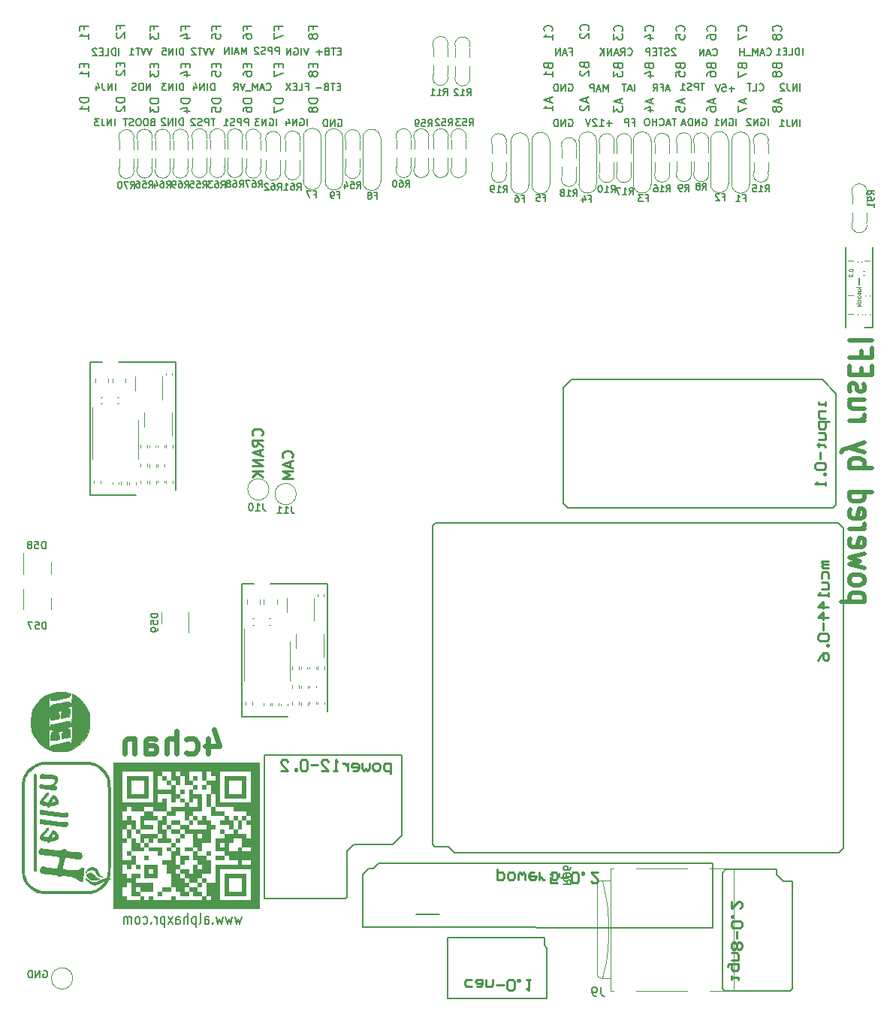
<source format=gbo>
G75*
G70*
%OFA0B0*%
%FSLAX25Y25*%
%IPPOS*%
%LPD*%
%AMOC8*
5,1,8,0,0,1.08239X$1,22.5*
%
%ADD10C,0.02362*%
%ADD256C,0.00394*%
%ADD61C,0.00787*%
%ADD64C,0.01969*%
%ADD65C,0.00800*%
%ADD67C,0.00472*%
%ADD74C,0.00984*%
%ADD75C,0.00669*%
%ADD77C,0.00591*%
%ADD78C,0.00500*%
%ADD79C,0.00390*%
%ADD80C,0.01000*%
%ADD85C,0.00512*%
%ADD86C,0.00010*%
X0000000Y0000000D02*
%LPD*%
G01*
D75*
X0331933Y0388614D02*
X0331933Y0391763D01*
X0328783Y0391613D02*
X0329083Y0391763D01*
X0329533Y0391763D01*
X0329983Y0391613D01*
X0330283Y0391313D01*
X0330433Y0391013D01*
X0330583Y0390413D01*
X0330583Y0389964D01*
X0330433Y0389364D01*
X0330283Y0389064D01*
X0329983Y0388764D01*
X0329533Y0388614D01*
X0329233Y0388614D01*
X0328783Y0388764D01*
X0328633Y0388914D01*
X0328633Y0389964D01*
X0329233Y0389964D01*
X0327284Y0388614D02*
X0327284Y0391763D01*
X0325484Y0388614D01*
X0325484Y0391763D01*
X0324134Y0391463D02*
X0323984Y0391613D01*
X0323684Y0391763D01*
X0322934Y0391763D01*
X0322634Y0391613D01*
X0322484Y0391463D01*
X0322334Y0391163D01*
X0322334Y0390863D01*
X0322484Y0390413D01*
X0324284Y0388614D01*
X0322334Y0388614D01*
D74*
X0120506Y0241333D02*
X0120731Y0241558D01*
X0120956Y0242233D01*
X0120956Y0242683D01*
X0120731Y0243358D01*
X0120281Y0243808D01*
X0119831Y0244033D01*
X0118931Y0244258D01*
X0118256Y0244258D01*
X0117357Y0244033D01*
X0116907Y0243808D01*
X0116457Y0243358D01*
X0116232Y0242683D01*
X0116232Y0242233D01*
X0116457Y0241558D01*
X0116682Y0241333D01*
X0119606Y0239533D02*
X0119606Y0237283D01*
X0120956Y0239983D02*
X0116232Y0238408D01*
X0120956Y0236834D01*
X0120956Y0235259D02*
X0116232Y0235259D01*
X0119606Y0233684D01*
X0116232Y0232109D01*
X0120956Y0232109D01*
D75*
X0269608Y0420139D02*
X0269758Y0419989D01*
X0270208Y0419839D01*
X0270508Y0419839D01*
X0270958Y0419989D01*
X0271258Y0420289D01*
X0271408Y0420589D01*
X0271558Y0421189D01*
X0271558Y0421639D01*
X0271408Y0422239D01*
X0271258Y0422539D01*
X0270958Y0422839D01*
X0270508Y0422989D01*
X0270208Y0422989D01*
X0269758Y0422839D01*
X0269608Y0422689D01*
X0266459Y0419839D02*
X0267509Y0421339D01*
X0268258Y0419839D02*
X0268258Y0422989D01*
X0267059Y0422989D01*
X0266759Y0422839D01*
X0266609Y0422689D01*
X0266459Y0422389D01*
X0266459Y0421939D01*
X0266609Y0421639D01*
X0266759Y0421489D01*
X0267059Y0421339D01*
X0268258Y0421339D01*
X0265259Y0420739D02*
X0263759Y0420739D01*
X0265559Y0419839D02*
X0264509Y0422989D01*
X0263459Y0419839D01*
X0262409Y0419839D02*
X0262409Y0422989D01*
X0260609Y0419839D01*
X0260609Y0422989D01*
X0259110Y0419839D02*
X0259110Y0422989D01*
X0257310Y0419839D02*
X0258660Y0421639D01*
X0257310Y0422989D02*
X0259110Y0421189D01*
X0100272Y0420229D02*
X0100272Y0423378D01*
X0099222Y0421129D01*
X0098172Y0423378D01*
X0098172Y0420229D01*
X0096822Y0421129D02*
X0095322Y0421129D01*
X0097122Y0420229D02*
X0096072Y0423378D01*
X0095022Y0420229D01*
X0093973Y0420229D02*
X0093973Y0423378D01*
X0092473Y0420229D02*
X0092473Y0423378D01*
X0090673Y0420229D01*
X0090673Y0423378D01*
X0142210Y0421682D02*
X0141160Y0421682D01*
X0140711Y0420032D02*
X0142210Y0420032D01*
X0142210Y0423181D01*
X0140711Y0423181D01*
X0139811Y0423181D02*
X0138011Y0423181D01*
X0138911Y0420032D02*
X0138911Y0423181D01*
X0135911Y0421682D02*
X0135461Y0421532D01*
X0135311Y0421382D01*
X0135161Y0421082D01*
X0135161Y0420632D01*
X0135311Y0420332D01*
X0135461Y0420182D01*
X0135761Y0420032D01*
X0136961Y0420032D01*
X0136961Y0423181D01*
X0135911Y0423181D01*
X0135611Y0423031D01*
X0135461Y0422882D01*
X0135311Y0422582D01*
X0135311Y0422282D01*
X0135461Y0421982D01*
X0135611Y0421832D01*
X0135911Y0421682D01*
X0136961Y0421682D01*
X0133811Y0421232D02*
X0131412Y0421232D01*
X0132612Y0420032D02*
X0132612Y0422432D01*
X0347269Y0419976D02*
X0347269Y0423126D01*
X0345769Y0419976D02*
X0345769Y0423126D01*
X0345019Y0423126D01*
X0344569Y0422976D01*
X0344269Y0422676D01*
X0344119Y0422376D01*
X0343969Y0421776D01*
X0343969Y0421326D01*
X0344119Y0420726D01*
X0344269Y0420426D01*
X0344569Y0420126D01*
X0345019Y0419976D01*
X0345769Y0419976D01*
X0341119Y0419976D02*
X0342619Y0419976D01*
X0342619Y0423126D01*
X0340070Y0421626D02*
X0339020Y0421626D01*
X0338570Y0419976D02*
X0340070Y0419976D01*
X0340070Y0423126D01*
X0338570Y0423126D01*
X0335570Y0419976D02*
X0337370Y0419976D01*
X0336470Y0419976D02*
X0336470Y0423126D01*
X0336770Y0422676D01*
X0337070Y0422376D01*
X0337370Y0422226D01*
D61*
X0098191Y0037627D02*
X0097441Y0034477D01*
X0096691Y0036727D01*
X0095941Y0034477D01*
X0095191Y0037627D01*
X0094066Y0037627D02*
X0093316Y0034477D01*
X0092567Y0036727D01*
X0091817Y0034477D01*
X0091067Y0037627D01*
X0089942Y0037627D02*
X0089192Y0034477D01*
X0088442Y0036727D01*
X0087692Y0034477D01*
X0086942Y0037627D01*
X0085442Y0034927D02*
X0085255Y0034702D01*
X0085442Y0034477D01*
X0085630Y0034702D01*
X0085442Y0034927D01*
X0085442Y0034477D01*
X0081880Y0034477D02*
X0081880Y0036952D01*
X0082068Y0037402D01*
X0082443Y0037627D01*
X0083193Y0037627D01*
X0083568Y0037402D01*
X0081880Y0034702D02*
X0082255Y0034477D01*
X0083193Y0034477D01*
X0083568Y0034702D01*
X0083755Y0035152D01*
X0083755Y0035602D01*
X0083568Y0036052D01*
X0083193Y0036277D01*
X0082255Y0036277D01*
X0081880Y0036502D01*
X0079443Y0034477D02*
X0079818Y0034702D01*
X0080006Y0035152D01*
X0080006Y0039201D01*
X0077943Y0037627D02*
X0077943Y0032902D01*
X0077943Y0037402D02*
X0077568Y0037627D01*
X0076819Y0037627D01*
X0076444Y0037402D01*
X0076256Y0037177D01*
X0076069Y0036727D01*
X0076069Y0035377D01*
X0076256Y0034927D01*
X0076444Y0034702D01*
X0076819Y0034477D01*
X0077568Y0034477D01*
X0077943Y0034702D01*
X0074381Y0034477D02*
X0074381Y0039201D01*
X0072694Y0034477D02*
X0072694Y0036952D01*
X0072882Y0037402D01*
X0073256Y0037627D01*
X0073819Y0037627D01*
X0074194Y0037402D01*
X0074381Y0037177D01*
X0069132Y0034477D02*
X0069132Y0036952D01*
X0069319Y0037402D01*
X0069694Y0037627D01*
X0070444Y0037627D01*
X0070819Y0037402D01*
X0069132Y0034702D02*
X0069507Y0034477D01*
X0070444Y0034477D01*
X0070819Y0034702D01*
X0071007Y0035152D01*
X0071007Y0035602D01*
X0070819Y0036052D01*
X0070444Y0036277D01*
X0069507Y0036277D01*
X0069132Y0036502D01*
X0067632Y0034477D02*
X0065570Y0037627D01*
X0067632Y0037627D02*
X0065570Y0034477D01*
X0064070Y0037627D02*
X0064070Y0032902D01*
X0064070Y0037402D02*
X0063695Y0037627D01*
X0062945Y0037627D01*
X0062570Y0037402D01*
X0062383Y0037177D01*
X0062195Y0036727D01*
X0062195Y0035377D01*
X0062383Y0034927D01*
X0062570Y0034702D01*
X0062945Y0034477D01*
X0063695Y0034477D01*
X0064070Y0034702D01*
X0060508Y0034477D02*
X0060508Y0037627D01*
X0060508Y0036727D02*
X0060321Y0037177D01*
X0060133Y0037402D01*
X0059758Y0037627D01*
X0059383Y0037627D01*
X0058071Y0034927D02*
X0057883Y0034702D01*
X0058071Y0034477D01*
X0058258Y0034702D01*
X0058071Y0034927D01*
X0058071Y0034477D01*
X0054509Y0034702D02*
X0054884Y0034477D01*
X0055634Y0034477D01*
X0056009Y0034702D01*
X0056196Y0034927D01*
X0056384Y0035377D01*
X0056384Y0036727D01*
X0056196Y0037177D01*
X0056009Y0037402D01*
X0055634Y0037627D01*
X0054884Y0037627D01*
X0054509Y0037402D01*
X0052259Y0034477D02*
X0052634Y0034702D01*
X0052822Y0034927D01*
X0053009Y0035377D01*
X0053009Y0036727D01*
X0052822Y0037177D01*
X0052634Y0037402D01*
X0052259Y0037627D01*
X0051697Y0037627D01*
X0051322Y0037402D01*
X0051134Y0037177D01*
X0050947Y0036727D01*
X0050947Y0035377D01*
X0051134Y0034927D01*
X0051322Y0034702D01*
X0051697Y0034477D01*
X0052259Y0034477D01*
X0049259Y0034477D02*
X0049259Y0037627D01*
X0049259Y0037177D02*
X0049072Y0037402D01*
X0048697Y0037627D01*
X0048135Y0037627D01*
X0047760Y0037402D01*
X0047572Y0036952D01*
X0047572Y0034477D01*
X0047572Y0036952D02*
X0047385Y0037402D01*
X0047010Y0037627D01*
X0046447Y0037627D01*
X0046072Y0037402D01*
X0045885Y0036952D01*
X0045885Y0034477D01*
D75*
X0058446Y0423181D02*
X0057396Y0420032D01*
X0056346Y0423181D01*
X0055746Y0423181D02*
X0054696Y0420032D01*
X0053646Y0423181D01*
X0053046Y0423181D02*
X0051247Y0423181D01*
X0052147Y0420032D02*
X0052147Y0423181D01*
X0048547Y0420032D02*
X0050347Y0420032D01*
X0049447Y0420032D02*
X0049447Y0423181D01*
X0049747Y0422732D01*
X0050047Y0422432D01*
X0050347Y0422282D01*
X0072244Y0388733D02*
X0072244Y0391882D01*
X0071494Y0391882D01*
X0071044Y0391732D01*
X0070744Y0391432D01*
X0070594Y0391132D01*
X0070444Y0390532D01*
X0070444Y0390082D01*
X0070594Y0389483D01*
X0070744Y0389183D01*
X0071044Y0388883D01*
X0071494Y0388733D01*
X0072244Y0388733D01*
X0069094Y0388733D02*
X0069094Y0391882D01*
X0067595Y0388733D02*
X0067595Y0391882D01*
X0065795Y0388733D01*
X0065795Y0391882D01*
X0064445Y0391582D02*
X0064295Y0391732D01*
X0063995Y0391882D01*
X0063245Y0391882D01*
X0062945Y0391732D01*
X0062795Y0391582D01*
X0062645Y0391282D01*
X0062645Y0390982D01*
X0062795Y0390532D01*
X0064595Y0388733D01*
X0062645Y0388733D01*
X0043766Y0419835D02*
X0043766Y0422985D01*
X0042267Y0419835D02*
X0042267Y0422985D01*
X0041517Y0422985D01*
X0041067Y0422835D01*
X0040767Y0422535D01*
X0040617Y0422235D01*
X0040467Y0421635D01*
X0040467Y0421185D01*
X0040617Y0420585D01*
X0040767Y0420285D01*
X0041067Y0419985D01*
X0041517Y0419835D01*
X0042267Y0419835D01*
X0037617Y0419835D02*
X0039117Y0419835D01*
X0039117Y0422985D01*
X0036567Y0421485D02*
X0035517Y0421485D01*
X0035067Y0419835D02*
X0036567Y0419835D01*
X0036567Y0422985D01*
X0035067Y0422985D01*
X0033868Y0422685D02*
X0033718Y0422835D01*
X0033418Y0422985D01*
X0032668Y0422985D01*
X0032368Y0422835D01*
X0032218Y0422685D01*
X0032068Y0422385D01*
X0032068Y0422085D01*
X0032218Y0421635D01*
X0034018Y0419835D01*
X0032068Y0419835D01*
X0127859Y0423181D02*
X0126809Y0420032D01*
X0125759Y0423181D01*
X0124709Y0420032D02*
X0124709Y0423181D01*
X0121560Y0423031D02*
X0121860Y0423181D01*
X0122310Y0423181D01*
X0122760Y0423031D01*
X0123060Y0422732D01*
X0123210Y0422432D01*
X0123360Y0421832D01*
X0123360Y0421382D01*
X0123210Y0420782D01*
X0123060Y0420482D01*
X0122760Y0420182D01*
X0122310Y0420032D01*
X0122010Y0420032D01*
X0121560Y0420182D01*
X0121410Y0420332D01*
X0121410Y0421382D01*
X0122010Y0421382D01*
X0120060Y0420032D02*
X0120060Y0423181D01*
X0118260Y0420032D01*
X0118260Y0423181D01*
X0142013Y0405934D02*
X0140964Y0405934D01*
X0140514Y0404284D02*
X0142013Y0404284D01*
X0142013Y0407433D01*
X0140514Y0407433D01*
X0139614Y0407433D02*
X0137814Y0407433D01*
X0138714Y0404284D02*
X0138714Y0407433D01*
X0135714Y0405934D02*
X0135264Y0405784D01*
X0135114Y0405634D01*
X0134964Y0405334D01*
X0134964Y0404884D01*
X0135114Y0404584D01*
X0135264Y0404434D01*
X0135564Y0404284D01*
X0136764Y0404284D01*
X0136764Y0407433D01*
X0135714Y0407433D01*
X0135414Y0407283D01*
X0135264Y0407133D01*
X0135114Y0406834D01*
X0135114Y0406534D01*
X0135264Y0406234D01*
X0135414Y0406084D01*
X0135714Y0405934D01*
X0136764Y0405934D01*
X0133615Y0405484D02*
X0131215Y0405484D01*
D10*
X0083373Y0116760D02*
X0083373Y0109936D01*
X0085810Y0120660D02*
X0088247Y0113348D01*
X0081910Y0113348D01*
X0073624Y0110424D02*
X0074599Y0109936D01*
X0076549Y0109936D01*
X0077523Y0110424D01*
X0078011Y0110911D01*
X0078498Y0111886D01*
X0078498Y0114811D01*
X0078011Y0115786D01*
X0077523Y0116273D01*
X0076549Y0116760D01*
X0074599Y0116760D01*
X0073624Y0116273D01*
X0069237Y0109936D02*
X0069237Y0120172D01*
X0064850Y0109936D02*
X0064850Y0115298D01*
X0065337Y0116273D01*
X0066312Y0116760D01*
X0067775Y0116760D01*
X0068750Y0116273D01*
X0069237Y0115786D01*
X0055589Y0109936D02*
X0055589Y0115298D01*
X0056076Y0116273D01*
X0057051Y0116760D01*
X0059001Y0116760D01*
X0059976Y0116273D01*
X0055589Y0110424D02*
X0056564Y0109936D01*
X0059001Y0109936D01*
X0059976Y0110424D01*
X0060463Y0111399D01*
X0060463Y0112373D01*
X0059976Y0113348D01*
X0059001Y0113836D01*
X0056564Y0113836D01*
X0055589Y0114323D01*
X0050714Y0116760D02*
X0050714Y0109936D01*
X0050714Y0115786D02*
X0050227Y0116273D01*
X0049252Y0116760D01*
X0047790Y0116760D01*
X0046815Y0116273D01*
X0046327Y0115298D01*
X0046327Y0109936D01*
D75*
X0126781Y0405934D02*
X0127831Y0405934D01*
X0127831Y0404284D02*
X0127831Y0407433D01*
X0126331Y0407433D01*
X0123631Y0404284D02*
X0125131Y0404284D01*
X0125131Y0407433D01*
X0122582Y0405934D02*
X0121532Y0405934D01*
X0121082Y0404284D02*
X0122582Y0404284D01*
X0122582Y0407433D01*
X0121082Y0407433D01*
X0120032Y0407433D02*
X0117932Y0404284D01*
X0117932Y0407433D02*
X0120032Y0404284D01*
X0109252Y0404584D02*
X0109402Y0404434D01*
X0109852Y0404284D01*
X0110152Y0404284D01*
X0110602Y0404434D01*
X0110902Y0404734D01*
X0111052Y0405034D01*
X0111202Y0405634D01*
X0111202Y0406084D01*
X0111052Y0406684D01*
X0110902Y0406984D01*
X0110602Y0407283D01*
X0110152Y0407433D01*
X0109852Y0407433D01*
X0109402Y0407283D01*
X0109252Y0407133D01*
X0108052Y0405184D02*
X0106552Y0405184D01*
X0108352Y0404284D02*
X0107302Y0407433D01*
X0106252Y0404284D01*
X0105202Y0404284D02*
X0105202Y0407433D01*
X0104153Y0405184D01*
X0103103Y0407433D01*
X0103103Y0404284D01*
X0102353Y0403984D02*
X0099953Y0403984D01*
X0099653Y0407433D02*
X0098603Y0404284D01*
X0097553Y0407433D01*
X0094704Y0404284D02*
X0095754Y0405784D01*
X0096504Y0404284D02*
X0096504Y0407433D01*
X0095304Y0407433D01*
X0095004Y0407283D01*
X0094854Y0407133D01*
X0094704Y0406834D01*
X0094704Y0406384D01*
X0094854Y0406084D01*
X0095004Y0405934D01*
X0095304Y0405784D01*
X0096504Y0405784D01*
X0058727Y0390186D02*
X0058277Y0390036D01*
X0058127Y0389886D01*
X0057977Y0389586D01*
X0057977Y0389136D01*
X0058127Y0388836D01*
X0058277Y0388686D01*
X0058577Y0388536D01*
X0059777Y0388536D01*
X0059777Y0391685D01*
X0058727Y0391685D01*
X0058427Y0391535D01*
X0058277Y0391385D01*
X0058127Y0391085D01*
X0058127Y0390786D01*
X0058277Y0390486D01*
X0058427Y0390336D01*
X0058727Y0390186D01*
X0059777Y0390186D01*
X0056027Y0391685D02*
X0055427Y0391685D01*
X0055127Y0391535D01*
X0054828Y0391235D01*
X0054678Y0390636D01*
X0054678Y0389586D01*
X0054828Y0388986D01*
X0055127Y0388686D01*
X0055427Y0388536D01*
X0056027Y0388536D01*
X0056327Y0388686D01*
X0056627Y0388986D01*
X0056777Y0389586D01*
X0056777Y0390636D01*
X0056627Y0391235D01*
X0056327Y0391535D01*
X0056027Y0391685D01*
X0052728Y0391685D02*
X0052128Y0391685D01*
X0051828Y0391535D01*
X0051528Y0391235D01*
X0051378Y0390636D01*
X0051378Y0389586D01*
X0051528Y0388986D01*
X0051828Y0388686D01*
X0052128Y0388536D01*
X0052728Y0388536D01*
X0053028Y0388686D01*
X0053328Y0388986D01*
X0053478Y0389586D01*
X0053478Y0390636D01*
X0053328Y0391235D01*
X0053028Y0391535D01*
X0052728Y0391685D01*
X0050178Y0388686D02*
X0049728Y0388536D01*
X0048978Y0388536D01*
X0048678Y0388686D01*
X0048528Y0388836D01*
X0048378Y0389136D01*
X0048378Y0389436D01*
X0048528Y0389736D01*
X0048678Y0389886D01*
X0048978Y0390036D01*
X0049578Y0390186D01*
X0049878Y0390336D01*
X0050028Y0390486D01*
X0050178Y0390786D01*
X0050178Y0391085D01*
X0050028Y0391385D01*
X0049878Y0391535D01*
X0049578Y0391685D01*
X0048828Y0391685D01*
X0048378Y0391535D01*
X0047478Y0391685D02*
X0045679Y0391685D01*
X0046579Y0388536D02*
X0046579Y0391685D01*
X0140982Y0391339D02*
X0141282Y0391489D01*
X0141732Y0391489D01*
X0142182Y0391339D01*
X0142482Y0391039D01*
X0142632Y0390739D01*
X0142782Y0390139D01*
X0142782Y0389689D01*
X0142632Y0389089D01*
X0142482Y0388789D01*
X0142182Y0388489D01*
X0141732Y0388339D01*
X0141432Y0388339D01*
X0140982Y0388489D01*
X0140832Y0388639D01*
X0140832Y0389689D01*
X0141432Y0389689D01*
X0139483Y0388339D02*
X0139483Y0391489D01*
X0137683Y0388339D01*
X0137683Y0391489D01*
X0136183Y0388339D02*
X0136183Y0391489D01*
X0135433Y0391489D01*
X0134983Y0391339D01*
X0134683Y0391039D01*
X0134533Y0390739D01*
X0134383Y0390139D01*
X0134383Y0389689D01*
X0134533Y0389089D01*
X0134683Y0388789D01*
X0134983Y0388489D01*
X0135433Y0388339D01*
X0136183Y0388339D01*
D64*
X0374634Y0177358D02*
X0364398Y0177358D01*
X0374147Y0177358D02*
X0374634Y0178182D01*
X0374634Y0179832D01*
X0374147Y0180657D01*
X0373660Y0181070D01*
X0372685Y0181482D01*
X0369760Y0181482D01*
X0368785Y0181070D01*
X0368298Y0180657D01*
X0367810Y0179832D01*
X0367810Y0178182D01*
X0368298Y0177358D01*
X0367810Y0186431D02*
X0368298Y0185606D01*
X0368785Y0185194D01*
X0369760Y0184782D01*
X0372685Y0184782D01*
X0373660Y0185194D01*
X0374147Y0185606D01*
X0374634Y0186431D01*
X0374634Y0187669D01*
X0374147Y0188494D01*
X0373660Y0188906D01*
X0372685Y0189319D01*
X0369760Y0189319D01*
X0368785Y0188906D01*
X0368298Y0188494D01*
X0367810Y0187669D01*
X0367810Y0186431D01*
X0374634Y0192206D02*
X0367810Y0193855D01*
X0372685Y0195505D01*
X0367810Y0197155D01*
X0374634Y0198805D01*
X0368298Y0205404D02*
X0367810Y0204579D01*
X0367810Y0202929D01*
X0368298Y0202104D01*
X0369273Y0201692D01*
X0373172Y0201692D01*
X0374147Y0202104D01*
X0374634Y0202929D01*
X0374634Y0204579D01*
X0374147Y0205404D01*
X0373172Y0205816D01*
X0372197Y0205816D01*
X0371222Y0201692D01*
X0367810Y0209528D02*
X0374634Y0209528D01*
X0372685Y0209528D02*
X0373660Y0209941D01*
X0374147Y0210353D01*
X0374634Y0211178D01*
X0374634Y0212003D01*
X0368298Y0218190D02*
X0367810Y0217365D01*
X0367810Y0215715D01*
X0368298Y0214890D01*
X0369273Y0214478D01*
X0373172Y0214478D01*
X0374147Y0214890D01*
X0374634Y0215715D01*
X0374634Y0217365D01*
X0374147Y0218190D01*
X0373172Y0218602D01*
X0372197Y0218602D01*
X0371222Y0214478D01*
X0367810Y0226026D02*
X0378046Y0226026D01*
X0368298Y0226026D02*
X0367810Y0225202D01*
X0367810Y0223552D01*
X0368298Y0222727D01*
X0368785Y0222314D01*
X0369760Y0221902D01*
X0372685Y0221902D01*
X0373660Y0222314D01*
X0374147Y0222727D01*
X0374634Y0223552D01*
X0374634Y0225202D01*
X0374147Y0226026D01*
X0367810Y0236750D02*
X0378046Y0236750D01*
X0374147Y0236750D02*
X0374634Y0237575D01*
X0374634Y0239225D01*
X0374147Y0240050D01*
X0373660Y0240462D01*
X0372685Y0240875D01*
X0369760Y0240875D01*
X0368785Y0240462D01*
X0368298Y0240050D01*
X0367810Y0239225D01*
X0367810Y0237575D01*
X0368298Y0236750D01*
X0374634Y0243762D02*
X0367810Y0245824D01*
X0374634Y0247886D02*
X0367810Y0245824D01*
X0365373Y0244999D01*
X0364886Y0244587D01*
X0364398Y0243762D01*
X0367810Y0257785D02*
X0374634Y0257785D01*
X0372685Y0257785D02*
X0373660Y0258197D01*
X0374147Y0258610D01*
X0374634Y0259435D01*
X0374634Y0260260D01*
X0374634Y0266859D02*
X0367810Y0266859D01*
X0374634Y0263147D02*
X0369273Y0263147D01*
X0368298Y0263559D01*
X0367810Y0264384D01*
X0367810Y0265621D01*
X0368298Y0266446D01*
X0368785Y0266859D01*
X0368298Y0270571D02*
X0367810Y0271396D01*
X0367810Y0273046D01*
X0368298Y0273870D01*
X0369273Y0274283D01*
X0369760Y0274283D01*
X0370735Y0273870D01*
X0371222Y0273046D01*
X0371222Y0271808D01*
X0371710Y0270983D01*
X0372685Y0270571D01*
X0373172Y0270571D01*
X0374147Y0270983D01*
X0374634Y0271808D01*
X0374634Y0273046D01*
X0374147Y0273870D01*
X0373172Y0277995D02*
X0373172Y0280882D01*
X0367810Y0282119D02*
X0367810Y0277995D01*
X0378046Y0277995D01*
X0378046Y0282119D01*
X0373172Y0288719D02*
X0373172Y0285831D01*
X0367810Y0285831D02*
X0378046Y0285831D01*
X0378046Y0289956D01*
X0367810Y0293256D02*
X0378046Y0293256D01*
D75*
X0042145Y0404284D02*
X0042145Y0407433D01*
X0040645Y0404284D02*
X0040645Y0407433D01*
X0038845Y0404284D01*
X0038845Y0407433D01*
X0036445Y0407433D02*
X0036445Y0405184D01*
X0036595Y0404734D01*
X0036895Y0404434D01*
X0037345Y0404284D01*
X0037645Y0404284D01*
X0033596Y0406384D02*
X0033596Y0404284D01*
X0034346Y0407583D02*
X0035096Y0405334D01*
X0033146Y0405334D01*
X0303699Y0407433D02*
X0301900Y0407433D01*
X0302800Y0404284D02*
X0302800Y0407433D01*
X0300850Y0404284D02*
X0300850Y0407433D01*
X0299650Y0407433D01*
X0299350Y0407283D01*
X0299200Y0407133D01*
X0299050Y0406834D01*
X0299050Y0406384D01*
X0299200Y0406084D01*
X0299350Y0405934D01*
X0299650Y0405784D01*
X0300850Y0405784D01*
X0297850Y0404434D02*
X0297400Y0404284D01*
X0296650Y0404284D01*
X0296350Y0404434D01*
X0296200Y0404584D01*
X0296050Y0404884D01*
X0296050Y0405184D01*
X0296200Y0405484D01*
X0296350Y0405634D01*
X0296650Y0405784D01*
X0297250Y0405934D01*
X0297550Y0406084D01*
X0297700Y0406234D01*
X0297850Y0406534D01*
X0297850Y0406834D01*
X0297700Y0407133D01*
X0297550Y0407283D01*
X0297250Y0407433D01*
X0296500Y0407433D01*
X0296050Y0407283D01*
X0293051Y0404284D02*
X0294851Y0404284D01*
X0293951Y0404284D02*
X0293951Y0407433D01*
X0294251Y0406984D01*
X0294551Y0406684D01*
X0294851Y0406534D01*
X0345981Y0388339D02*
X0345981Y0391489D01*
X0344481Y0388339D02*
X0344481Y0391489D01*
X0342682Y0388339D01*
X0342682Y0391489D01*
X0340282Y0391489D02*
X0340282Y0389239D01*
X0340432Y0388789D01*
X0340732Y0388489D01*
X0341182Y0388339D01*
X0341482Y0388339D01*
X0337132Y0388339D02*
X0338932Y0388339D01*
X0338032Y0388339D02*
X0338032Y0391489D01*
X0338332Y0391039D01*
X0338632Y0390739D01*
X0338932Y0390589D01*
X0041948Y0388536D02*
X0041948Y0391685D01*
X0040448Y0388536D02*
X0040448Y0391685D01*
X0038648Y0388536D01*
X0038648Y0391685D01*
X0036249Y0391685D02*
X0036249Y0389436D01*
X0036399Y0388986D01*
X0036699Y0388686D01*
X0037148Y0388536D01*
X0037448Y0388536D01*
X0035049Y0391685D02*
X0033099Y0391685D01*
X0034149Y0390486D01*
X0033699Y0390486D01*
X0033399Y0390336D01*
X0033249Y0390186D01*
X0033099Y0389886D01*
X0033099Y0389136D01*
X0033249Y0388836D01*
X0033399Y0388686D01*
X0033699Y0388536D01*
X0034599Y0388536D01*
X0034899Y0388686D01*
X0035049Y0388836D01*
X0307393Y0419864D02*
X0307543Y0419714D01*
X0307993Y0419564D01*
X0308293Y0419564D01*
X0308743Y0419714D01*
X0309042Y0420014D01*
X0309192Y0420314D01*
X0309342Y0420914D01*
X0309342Y0421364D01*
X0309192Y0421964D01*
X0309042Y0422264D01*
X0308743Y0422564D01*
X0308293Y0422714D01*
X0307993Y0422714D01*
X0307543Y0422564D01*
X0307393Y0422414D01*
X0306193Y0420464D02*
X0304693Y0420464D01*
X0306493Y0419564D02*
X0305443Y0422714D01*
X0304393Y0419564D01*
X0303343Y0419564D02*
X0303343Y0422714D01*
X0301543Y0419564D01*
X0301543Y0422714D01*
D74*
X0107081Y0251187D02*
X0107306Y0251412D01*
X0107531Y0252087D01*
X0107531Y0252537D01*
X0107306Y0253211D01*
X0106856Y0253661D01*
X0106406Y0253886D01*
X0105506Y0254111D01*
X0104831Y0254111D01*
X0103931Y0253886D01*
X0103481Y0253661D01*
X0103031Y0253211D01*
X0102807Y0252537D01*
X0102807Y0252087D01*
X0103031Y0251412D01*
X0103256Y0251187D01*
X0107531Y0246462D02*
X0105281Y0248037D01*
X0107531Y0249162D02*
X0102807Y0249162D01*
X0102807Y0247362D01*
X0103031Y0246912D01*
X0103256Y0246687D01*
X0103706Y0246462D01*
X0104381Y0246462D01*
X0104831Y0246687D01*
X0105056Y0246912D01*
X0105281Y0247362D01*
X0105281Y0249162D01*
X0106181Y0244663D02*
X0106181Y0242413D01*
X0107531Y0245112D02*
X0102807Y0243538D01*
X0107531Y0241963D01*
X0107531Y0240388D02*
X0102807Y0240388D01*
X0107531Y0237688D01*
X0102807Y0237688D01*
X0107531Y0235439D02*
X0102807Y0235439D01*
X0107531Y0232739D02*
X0104831Y0234764D01*
X0102807Y0232739D02*
X0105506Y0235439D01*
D75*
X0271603Y0390126D02*
X0272653Y0390126D01*
X0272653Y0388476D02*
X0272653Y0391626D01*
X0271153Y0391626D01*
X0269953Y0388476D02*
X0269953Y0391626D01*
X0268753Y0391626D01*
X0268453Y0391476D01*
X0268303Y0391326D01*
X0268153Y0391026D01*
X0268153Y0390576D01*
X0268303Y0390276D01*
X0268453Y0390126D01*
X0268753Y0389976D01*
X0269953Y0389976D01*
X0127362Y0388536D02*
X0127362Y0391685D01*
X0124213Y0391535D02*
X0124513Y0391685D01*
X0124963Y0391685D01*
X0125412Y0391535D01*
X0125712Y0391235D01*
X0125862Y0390936D01*
X0126012Y0390336D01*
X0126012Y0389886D01*
X0125862Y0389286D01*
X0125712Y0388986D01*
X0125412Y0388686D01*
X0124963Y0388536D01*
X0124663Y0388536D01*
X0124213Y0388686D01*
X0124063Y0388836D01*
X0124063Y0389886D01*
X0124663Y0389886D01*
X0122713Y0388536D02*
X0122713Y0391685D01*
X0120913Y0388536D01*
X0120913Y0391685D01*
X0118063Y0390636D02*
X0118063Y0388536D01*
X0118813Y0391835D02*
X0119563Y0389586D01*
X0117613Y0389586D01*
X0317785Y0388614D02*
X0317785Y0391763D01*
X0314635Y0391613D02*
X0314935Y0391763D01*
X0315385Y0391763D01*
X0315835Y0391613D01*
X0316135Y0391313D01*
X0316285Y0391013D01*
X0316435Y0390413D01*
X0316435Y0389964D01*
X0316285Y0389364D01*
X0316135Y0389064D01*
X0315835Y0388764D01*
X0315385Y0388614D01*
X0315085Y0388614D01*
X0314635Y0388764D01*
X0314485Y0388914D01*
X0314485Y0389964D01*
X0315085Y0389964D01*
X0313135Y0388614D02*
X0313135Y0391763D01*
X0311335Y0388614D01*
X0311335Y0391763D01*
X0308186Y0388614D02*
X0309986Y0388614D01*
X0309086Y0388614D02*
X0309086Y0391763D01*
X0309386Y0391313D01*
X0309686Y0391013D01*
X0309986Y0390863D01*
X0327884Y0404342D02*
X0328034Y0404192D01*
X0328484Y0404042D01*
X0328784Y0404042D01*
X0329234Y0404192D01*
X0329534Y0404492D01*
X0329684Y0404792D01*
X0329834Y0405392D01*
X0329834Y0405842D01*
X0329684Y0406442D01*
X0329534Y0406742D01*
X0329234Y0407042D01*
X0328784Y0407192D01*
X0328484Y0407192D01*
X0328034Y0407042D01*
X0327884Y0406892D01*
X0325035Y0404042D02*
X0326534Y0404042D01*
X0326534Y0407192D01*
X0324435Y0407192D02*
X0322635Y0407192D01*
X0323535Y0404042D02*
X0323535Y0407192D01*
X0243345Y0391339D02*
X0243645Y0391489D01*
X0244094Y0391489D01*
X0244544Y0391339D01*
X0244844Y0391039D01*
X0244994Y0390739D01*
X0245144Y0390139D01*
X0245144Y0389689D01*
X0244994Y0389089D01*
X0244844Y0388789D01*
X0244544Y0388489D01*
X0244094Y0388339D01*
X0243795Y0388339D01*
X0243345Y0388489D01*
X0243195Y0388639D01*
X0243195Y0389689D01*
X0243795Y0389689D01*
X0241845Y0388339D02*
X0241845Y0391489D01*
X0240045Y0388339D01*
X0240045Y0391489D01*
X0238545Y0388339D02*
X0238545Y0391489D01*
X0237795Y0391489D01*
X0237345Y0391339D01*
X0237045Y0391039D01*
X0236895Y0390739D01*
X0236745Y0390139D01*
X0236745Y0389689D01*
X0236895Y0389089D01*
X0237045Y0388789D01*
X0237345Y0388489D01*
X0237795Y0388339D01*
X0238545Y0388339D01*
X0086380Y0391685D02*
X0084580Y0391685D01*
X0085480Y0388536D02*
X0085480Y0391685D01*
X0083530Y0388536D02*
X0083530Y0391685D01*
X0082330Y0391685D01*
X0082030Y0391535D01*
X0081880Y0391385D01*
X0081730Y0391085D01*
X0081730Y0390636D01*
X0081880Y0390336D01*
X0082030Y0390186D01*
X0082330Y0390036D01*
X0083530Y0390036D01*
X0080531Y0388686D02*
X0080081Y0388536D01*
X0079331Y0388536D01*
X0079031Y0388686D01*
X0078881Y0388836D01*
X0078731Y0389136D01*
X0078731Y0389436D01*
X0078881Y0389736D01*
X0079031Y0389886D01*
X0079331Y0390036D01*
X0079931Y0390186D01*
X0080231Y0390336D01*
X0080381Y0390486D01*
X0080531Y0390786D01*
X0080531Y0391085D01*
X0080381Y0391385D01*
X0080231Y0391535D01*
X0079931Y0391685D01*
X0079181Y0391685D01*
X0078731Y0391535D01*
X0077531Y0391385D02*
X0077381Y0391535D01*
X0077081Y0391685D01*
X0076331Y0391685D01*
X0076031Y0391535D01*
X0075881Y0391385D01*
X0075731Y0391085D01*
X0075731Y0390786D01*
X0075881Y0390336D01*
X0077681Y0388536D01*
X0075731Y0388536D01*
X0243345Y0406998D02*
X0243645Y0407148D01*
X0244094Y0407148D01*
X0244544Y0406998D01*
X0244844Y0406698D01*
X0244994Y0406398D01*
X0245144Y0405798D01*
X0245144Y0405348D01*
X0244994Y0404748D01*
X0244844Y0404448D01*
X0244544Y0404148D01*
X0244094Y0403998D01*
X0243795Y0403998D01*
X0243345Y0404148D01*
X0243195Y0404298D01*
X0243195Y0405348D01*
X0243795Y0405348D01*
X0241845Y0403998D02*
X0241845Y0407148D01*
X0240045Y0403998D01*
X0240045Y0407148D01*
X0238545Y0403998D02*
X0238545Y0407148D01*
X0237795Y0407148D01*
X0237345Y0406998D01*
X0237045Y0406698D01*
X0236895Y0406398D01*
X0236745Y0405798D01*
X0236745Y0405348D01*
X0236895Y0404748D01*
X0237045Y0404448D01*
X0237345Y0404148D01*
X0237795Y0403998D01*
X0238545Y0403998D01*
X0101265Y0388536D02*
X0101265Y0391685D01*
X0100066Y0391685D01*
X0099766Y0391535D01*
X0099616Y0391385D01*
X0099466Y0391085D01*
X0099466Y0390636D01*
X0099616Y0390336D01*
X0099766Y0390186D01*
X0100066Y0390036D01*
X0101265Y0390036D01*
X0098116Y0388536D02*
X0098116Y0391685D01*
X0096916Y0391685D01*
X0096616Y0391535D01*
X0096466Y0391385D01*
X0096316Y0391085D01*
X0096316Y0390636D01*
X0096466Y0390336D01*
X0096616Y0390186D01*
X0096916Y0390036D01*
X0098116Y0390036D01*
X0095116Y0388686D02*
X0094666Y0388536D01*
X0093916Y0388536D01*
X0093616Y0388686D01*
X0093466Y0388836D01*
X0093316Y0389136D01*
X0093316Y0389436D01*
X0093466Y0389736D01*
X0093616Y0389886D01*
X0093916Y0390036D01*
X0094516Y0390186D01*
X0094816Y0390336D01*
X0094966Y0390486D01*
X0095116Y0390786D01*
X0095116Y0391085D01*
X0094966Y0391385D01*
X0094816Y0391535D01*
X0094516Y0391685D01*
X0093766Y0391685D01*
X0093316Y0391535D01*
X0090317Y0388536D02*
X0092117Y0388536D01*
X0091217Y0388536D02*
X0091217Y0391685D01*
X0091517Y0391235D01*
X0091817Y0390936D01*
X0092117Y0390786D01*
X0346119Y0404042D02*
X0346119Y0407192D01*
X0344619Y0404042D02*
X0344619Y0407192D01*
X0342819Y0404042D01*
X0342819Y0407192D01*
X0340419Y0407192D02*
X0340419Y0404942D01*
X0340569Y0404492D01*
X0340869Y0404192D01*
X0341319Y0404042D01*
X0341619Y0404042D01*
X0339069Y0406892D02*
X0338919Y0407042D01*
X0338619Y0407192D01*
X0337870Y0407192D01*
X0337570Y0407042D01*
X0337420Y0406892D01*
X0337270Y0406592D01*
X0337270Y0406292D01*
X0337420Y0405842D01*
X0339219Y0404042D01*
X0337270Y0404042D01*
X0086220Y0404284D02*
X0086220Y0407433D01*
X0085471Y0407433D01*
X0085021Y0407283D01*
X0084721Y0406984D01*
X0084571Y0406684D01*
X0084421Y0406084D01*
X0084421Y0405634D01*
X0084571Y0405034D01*
X0084721Y0404734D01*
X0085021Y0404434D01*
X0085471Y0404284D01*
X0086220Y0404284D01*
X0083071Y0404284D02*
X0083071Y0407433D01*
X0081571Y0404284D02*
X0081571Y0407433D01*
X0079771Y0404284D01*
X0079771Y0407433D01*
X0076922Y0406384D02*
X0076922Y0404284D01*
X0077672Y0407583D02*
X0078421Y0405334D01*
X0076472Y0405334D01*
X0288163Y0404805D02*
X0286664Y0404805D01*
X0288463Y0403905D02*
X0287413Y0407054D01*
X0286364Y0403905D01*
X0284264Y0405555D02*
X0285314Y0405555D01*
X0285314Y0403905D02*
X0285314Y0407054D01*
X0283814Y0407054D01*
X0280814Y0403905D02*
X0281864Y0405405D01*
X0282614Y0403905D02*
X0282614Y0407054D01*
X0281414Y0407054D01*
X0281114Y0406905D01*
X0280964Y0406755D01*
X0280814Y0406455D01*
X0280814Y0406005D01*
X0280964Y0405705D01*
X0281114Y0405555D01*
X0281414Y0405405D01*
X0282614Y0405405D01*
X0290813Y0422689D02*
X0290663Y0422839D01*
X0290363Y0422989D01*
X0289613Y0422989D01*
X0289313Y0422839D01*
X0289163Y0422689D01*
X0289014Y0422389D01*
X0289014Y0422089D01*
X0289163Y0421639D01*
X0290963Y0419839D01*
X0289014Y0419839D01*
X0287814Y0419989D02*
X0287364Y0419839D01*
X0286614Y0419839D01*
X0286314Y0419989D01*
X0286164Y0420139D01*
X0286014Y0420439D01*
X0286014Y0420739D01*
X0286164Y0421039D01*
X0286314Y0421189D01*
X0286614Y0421339D01*
X0287214Y0421489D01*
X0287514Y0421639D01*
X0287664Y0421789D01*
X0287814Y0422089D01*
X0287814Y0422389D01*
X0287664Y0422689D01*
X0287514Y0422839D01*
X0287214Y0422989D01*
X0286464Y0422989D01*
X0286014Y0422839D01*
X0285114Y0422989D02*
X0283314Y0422989D01*
X0284214Y0419839D02*
X0284214Y0422989D01*
X0282264Y0421489D02*
X0281214Y0421489D01*
X0280765Y0419839D02*
X0282264Y0419839D01*
X0282264Y0422989D01*
X0280765Y0422989D01*
X0279415Y0419839D02*
X0279415Y0422989D01*
X0278215Y0422989D01*
X0277915Y0422839D01*
X0277765Y0422689D01*
X0277615Y0422389D01*
X0277615Y0421939D01*
X0277765Y0421639D01*
X0277915Y0421489D01*
X0278215Y0421339D01*
X0279415Y0421339D01*
X0331271Y0420139D02*
X0331421Y0419989D01*
X0331871Y0419839D01*
X0332171Y0419839D01*
X0332621Y0419989D01*
X0332921Y0420289D01*
X0333071Y0420589D01*
X0333221Y0421189D01*
X0333221Y0421639D01*
X0333071Y0422239D01*
X0332921Y0422539D01*
X0332621Y0422839D01*
X0332171Y0422989D01*
X0331871Y0422989D01*
X0331421Y0422839D01*
X0331271Y0422689D01*
X0330072Y0420739D02*
X0328572Y0420739D01*
X0330372Y0419839D02*
X0329322Y0422989D01*
X0328272Y0419839D01*
X0327222Y0419839D02*
X0327222Y0422989D01*
X0326172Y0420739D01*
X0325122Y0422989D01*
X0325122Y0419839D01*
X0324372Y0419539D02*
X0321973Y0419539D01*
X0321223Y0419839D02*
X0321223Y0422989D01*
X0321223Y0421489D02*
X0319423Y0421489D01*
X0319423Y0419839D02*
X0319423Y0422989D01*
X0243907Y0421489D02*
X0244957Y0421489D01*
X0244957Y0419839D02*
X0244957Y0422989D01*
X0243457Y0422989D01*
X0242407Y0420739D02*
X0240907Y0420739D01*
X0242707Y0419839D02*
X0241657Y0422989D01*
X0240607Y0419839D01*
X0239557Y0419839D02*
X0239557Y0422989D01*
X0237757Y0419839D01*
X0237757Y0422989D01*
X0113780Y0388536D02*
X0113780Y0391685D01*
X0110630Y0391535D02*
X0110930Y0391685D01*
X0111380Y0391685D01*
X0111830Y0391535D01*
X0112130Y0391235D01*
X0112280Y0390936D01*
X0112430Y0390336D01*
X0112430Y0389886D01*
X0112280Y0389286D01*
X0112130Y0388986D01*
X0111830Y0388686D01*
X0111380Y0388536D01*
X0111080Y0388536D01*
X0110630Y0388686D01*
X0110480Y0388836D01*
X0110480Y0389886D01*
X0111080Y0389886D01*
X0109130Y0388536D02*
X0109130Y0391685D01*
X0107330Y0388536D01*
X0107330Y0391685D01*
X0106130Y0391685D02*
X0104181Y0391685D01*
X0105231Y0390486D01*
X0104781Y0390486D01*
X0104481Y0390336D01*
X0104331Y0390186D01*
X0104181Y0389886D01*
X0104181Y0389136D01*
X0104331Y0388836D01*
X0104481Y0388686D01*
X0104781Y0388536D01*
X0105681Y0388536D01*
X0105980Y0388686D01*
X0106130Y0388836D01*
X0114848Y0420229D02*
X0114848Y0423378D01*
X0113648Y0423378D01*
X0113348Y0423228D01*
X0113198Y0423078D01*
X0113048Y0422778D01*
X0113048Y0422328D01*
X0113198Y0422028D01*
X0113348Y0421879D01*
X0113648Y0421729D01*
X0114848Y0421729D01*
X0111699Y0420229D02*
X0111699Y0423378D01*
X0110499Y0423378D01*
X0110199Y0423228D01*
X0110049Y0423078D01*
X0109899Y0422778D01*
X0109899Y0422328D01*
X0110049Y0422028D01*
X0110199Y0421879D01*
X0110499Y0421729D01*
X0111699Y0421729D01*
X0108699Y0420379D02*
X0108249Y0420229D01*
X0107499Y0420229D01*
X0107199Y0420379D01*
X0107049Y0420529D01*
X0106899Y0420829D01*
X0106899Y0421129D01*
X0107049Y0421429D01*
X0107199Y0421579D01*
X0107499Y0421729D01*
X0108099Y0421879D01*
X0108399Y0422028D01*
X0108549Y0422178D01*
X0108699Y0422478D01*
X0108699Y0422778D01*
X0108549Y0423078D01*
X0108399Y0423228D01*
X0108099Y0423378D01*
X0107349Y0423378D01*
X0106899Y0423228D01*
X0105699Y0423078D02*
X0105549Y0423228D01*
X0105249Y0423378D01*
X0104499Y0423378D01*
X0104199Y0423228D01*
X0104049Y0423078D01*
X0103900Y0422778D01*
X0103900Y0422478D01*
X0104049Y0422028D01*
X0105849Y0420229D01*
X0103900Y0420229D01*
X0010137Y0013622D02*
X0010444Y0013776D01*
X0010906Y0013776D01*
X0011367Y0013622D01*
X0011674Y0013315D01*
X0011828Y0013007D01*
X0011982Y0012392D01*
X0011982Y0011931D01*
X0011828Y0011316D01*
X0011674Y0011009D01*
X0011367Y0010701D01*
X0010906Y0010547D01*
X0010598Y0010547D01*
X0010137Y0010701D01*
X0009983Y0010855D01*
X0009983Y0011931D01*
X0010598Y0011931D01*
X0008600Y0010547D02*
X0008600Y0013776D01*
X0006755Y0010547D01*
X0006755Y0013776D01*
X0005217Y0010547D02*
X0005217Y0013776D01*
X0004449Y0013776D01*
X0003988Y0013622D01*
X0003680Y0013315D01*
X0003526Y0013007D01*
X0003373Y0012392D01*
X0003373Y0011931D01*
X0003526Y0011316D01*
X0003680Y0011009D01*
X0003988Y0010701D01*
X0004449Y0010547D01*
X0005217Y0010547D01*
X0072441Y0404284D02*
X0072441Y0407433D01*
X0071691Y0407433D01*
X0071241Y0407283D01*
X0070941Y0406984D01*
X0070791Y0406684D01*
X0070641Y0406084D01*
X0070641Y0405634D01*
X0070791Y0405034D01*
X0070941Y0404734D01*
X0071241Y0404434D01*
X0071691Y0404284D01*
X0072441Y0404284D01*
X0069291Y0404284D02*
X0069291Y0407433D01*
X0067792Y0404284D02*
X0067792Y0407433D01*
X0065992Y0404284D01*
X0065992Y0407433D01*
X0064792Y0407433D02*
X0062842Y0407433D01*
X0063892Y0406234D01*
X0063442Y0406234D01*
X0063142Y0406084D01*
X0062992Y0405934D01*
X0062842Y0405634D01*
X0062842Y0404884D01*
X0062992Y0404584D01*
X0063142Y0404434D01*
X0063442Y0404284D01*
X0064342Y0404284D01*
X0064642Y0404434D01*
X0064792Y0404584D01*
X0302936Y0391613D02*
X0303236Y0391763D01*
X0303686Y0391763D01*
X0304136Y0391613D01*
X0304436Y0391313D01*
X0304586Y0391013D01*
X0304736Y0390413D01*
X0304736Y0389964D01*
X0304586Y0389364D01*
X0304436Y0389064D01*
X0304136Y0388764D01*
X0303686Y0388614D01*
X0303386Y0388614D01*
X0302936Y0388764D01*
X0302786Y0388914D01*
X0302786Y0389964D01*
X0303386Y0389964D01*
X0301436Y0388614D02*
X0301436Y0391763D01*
X0299637Y0388614D01*
X0299637Y0391763D01*
X0298137Y0388614D02*
X0298137Y0391763D01*
X0297387Y0391763D01*
X0296937Y0391613D01*
X0296637Y0391313D01*
X0296487Y0391013D01*
X0296337Y0390413D01*
X0296337Y0389964D01*
X0296487Y0389364D01*
X0296637Y0389064D01*
X0296937Y0388764D01*
X0297387Y0388614D01*
X0298137Y0388614D01*
X0295137Y0389514D02*
X0293637Y0389514D01*
X0295437Y0388614D02*
X0294387Y0391763D01*
X0293337Y0388614D01*
X0316972Y0404967D02*
X0314573Y0404967D01*
X0315773Y0403768D02*
X0315773Y0406167D01*
X0311573Y0406917D02*
X0313073Y0406917D01*
X0313223Y0405417D01*
X0313073Y0405567D01*
X0312773Y0405717D01*
X0312023Y0405717D01*
X0311723Y0405567D01*
X0311573Y0405417D01*
X0311423Y0405117D01*
X0311423Y0404367D01*
X0311573Y0404067D01*
X0311723Y0403918D01*
X0312023Y0403768D01*
X0312773Y0403768D01*
X0313073Y0403918D01*
X0313223Y0404067D01*
X0310523Y0406917D02*
X0309473Y0403768D01*
X0308423Y0406917D01*
X0057790Y0404284D02*
X0057790Y0407433D01*
X0055990Y0404284D01*
X0055990Y0407433D01*
X0053890Y0407433D02*
X0053290Y0407433D01*
X0052990Y0407283D01*
X0052690Y0406984D01*
X0052540Y0406384D01*
X0052540Y0405334D01*
X0052690Y0404734D01*
X0052990Y0404434D01*
X0053290Y0404284D01*
X0053890Y0404284D01*
X0054190Y0404434D01*
X0054490Y0404734D01*
X0054640Y0405334D01*
X0054640Y0406384D01*
X0054490Y0406984D01*
X0054190Y0407283D01*
X0053890Y0407433D01*
X0051340Y0404434D02*
X0050891Y0404284D01*
X0050141Y0404284D01*
X0049841Y0404434D01*
X0049691Y0404584D01*
X0049541Y0404884D01*
X0049541Y0405184D01*
X0049691Y0405484D01*
X0049841Y0405634D01*
X0050141Y0405784D01*
X0050741Y0405934D01*
X0051040Y0406084D01*
X0051190Y0406234D01*
X0051340Y0406534D01*
X0051340Y0406834D01*
X0051190Y0407133D01*
X0051040Y0407283D01*
X0050741Y0407433D01*
X0049991Y0407433D01*
X0049541Y0407283D01*
X0260853Y0403768D02*
X0260853Y0406917D01*
X0259804Y0404667D01*
X0258754Y0406917D01*
X0258754Y0403768D01*
X0257404Y0404667D02*
X0255904Y0404667D01*
X0257704Y0403768D02*
X0256654Y0406917D01*
X0255604Y0403768D01*
X0254554Y0403768D02*
X0254554Y0406917D01*
X0253354Y0406917D01*
X0253054Y0406767D01*
X0252904Y0406617D01*
X0252754Y0406317D01*
X0252754Y0405867D01*
X0252904Y0405567D01*
X0253054Y0405417D01*
X0253354Y0405267D01*
X0254554Y0405267D01*
X0086005Y0423181D02*
X0084955Y0420032D01*
X0083905Y0423181D01*
X0083305Y0423181D02*
X0082255Y0420032D01*
X0081205Y0423181D01*
X0080606Y0423181D02*
X0078806Y0423181D01*
X0079706Y0420032D02*
X0079706Y0423181D01*
X0077906Y0422882D02*
X0077756Y0423031D01*
X0077456Y0423181D01*
X0076706Y0423181D01*
X0076406Y0423031D01*
X0076256Y0422882D01*
X0076106Y0422582D01*
X0076106Y0422282D01*
X0076256Y0421832D01*
X0078056Y0420032D01*
X0076106Y0420032D01*
X0272615Y0403905D02*
X0272615Y0407054D01*
X0271266Y0404805D02*
X0269766Y0404805D01*
X0271566Y0403905D02*
X0270516Y0407054D01*
X0269466Y0403905D01*
X0268866Y0407054D02*
X0267066Y0407054D01*
X0267966Y0403905D02*
X0267966Y0407054D01*
X0072441Y0420032D02*
X0072441Y0423181D01*
X0071691Y0423181D01*
X0071241Y0423031D01*
X0070941Y0422732D01*
X0070791Y0422432D01*
X0070641Y0421832D01*
X0070641Y0421382D01*
X0070791Y0420782D01*
X0070941Y0420482D01*
X0071241Y0420182D01*
X0071691Y0420032D01*
X0072441Y0420032D01*
X0069291Y0420032D02*
X0069291Y0423181D01*
X0067792Y0420032D02*
X0067792Y0423181D01*
X0065992Y0420032D01*
X0065992Y0423181D01*
X0062992Y0423181D02*
X0064492Y0423181D01*
X0064642Y0421682D01*
X0064492Y0421832D01*
X0064192Y0421982D01*
X0063442Y0421982D01*
X0063142Y0421832D01*
X0062992Y0421682D01*
X0062842Y0421382D01*
X0062842Y0420632D01*
X0062992Y0420332D01*
X0063142Y0420182D01*
X0063442Y0420032D01*
X0064192Y0420032D01*
X0064492Y0420182D01*
X0064642Y0420332D01*
X0262566Y0389676D02*
X0260166Y0389676D01*
X0261366Y0388476D02*
X0261366Y0390876D01*
X0257016Y0388476D02*
X0258816Y0388476D01*
X0257916Y0388476D02*
X0257916Y0391626D01*
X0258216Y0391176D01*
X0258516Y0390876D01*
X0258816Y0390726D01*
X0255816Y0391326D02*
X0255666Y0391476D01*
X0255367Y0391626D01*
X0254617Y0391626D01*
X0254317Y0391476D01*
X0254167Y0391326D01*
X0254017Y0391026D01*
X0254017Y0390726D01*
X0254167Y0390276D01*
X0255966Y0388476D01*
X0254017Y0388476D01*
X0253117Y0391626D02*
X0252067Y0388476D01*
X0251017Y0391626D01*
X0291063Y0391763D02*
X0289264Y0391763D01*
X0290164Y0388614D02*
X0290164Y0391763D01*
X0288364Y0389514D02*
X0286864Y0389514D01*
X0288664Y0388614D02*
X0287614Y0391763D01*
X0286564Y0388614D01*
X0283714Y0388914D02*
X0283864Y0388764D01*
X0284314Y0388614D01*
X0284614Y0388614D01*
X0285064Y0388764D01*
X0285364Y0389064D01*
X0285514Y0389364D01*
X0285664Y0389964D01*
X0285664Y0390413D01*
X0285514Y0391013D01*
X0285364Y0391313D01*
X0285064Y0391613D01*
X0284614Y0391763D01*
X0284314Y0391763D01*
X0283864Y0391613D01*
X0283714Y0391463D01*
X0282365Y0388614D02*
X0282365Y0391763D01*
X0282365Y0390263D02*
X0280565Y0390263D01*
X0280565Y0388614D02*
X0280565Y0391763D01*
X0278465Y0391763D02*
X0277865Y0391763D01*
X0277565Y0391613D01*
X0277265Y0391313D01*
X0277115Y0390713D01*
X0277115Y0389664D01*
X0277265Y0389064D01*
X0277565Y0388764D01*
X0277865Y0388614D01*
X0278465Y0388614D01*
X0278765Y0388764D01*
X0279065Y0389064D01*
X0279215Y0389664D01*
X0279215Y0390713D01*
X0279065Y0391313D01*
X0278765Y0391613D01*
X0278465Y0391763D01*
D85*
X0302780Y0360171D02*
X0303764Y0361577D01*
X0304467Y0360171D02*
X0304467Y0363124D01*
X0303342Y0363124D01*
X0303061Y0362983D01*
X0302920Y0362843D01*
X0302780Y0362561D01*
X0302780Y0362139D01*
X0302920Y0361858D01*
X0303061Y0361718D01*
X0303342Y0361577D01*
X0304467Y0361577D01*
X0301092Y0361858D02*
X0301374Y0361999D01*
X0301514Y0362139D01*
X0301655Y0362421D01*
X0301655Y0362561D01*
X0301514Y0362843D01*
X0301374Y0362983D01*
X0301092Y0363124D01*
X0300530Y0363124D01*
X0300249Y0362983D01*
X0300108Y0362843D01*
X0299968Y0362561D01*
X0299968Y0362421D01*
X0300108Y0362139D01*
X0300249Y0361999D01*
X0300530Y0361858D01*
X0301092Y0361858D01*
X0301374Y0361718D01*
X0301514Y0361577D01*
X0301655Y0361296D01*
X0301655Y0360733D01*
X0301514Y0360452D01*
X0301374Y0360312D01*
X0301092Y0360171D01*
X0300530Y0360171D01*
X0300249Y0360312D01*
X0300108Y0360452D01*
X0299968Y0360733D01*
X0299968Y0361296D01*
X0300108Y0361577D01*
X0300249Y0361718D01*
X0300530Y0361858D01*
D78*
X0180866Y0388210D02*
X0181866Y0389638D01*
X0182580Y0388210D02*
X0182580Y0391210D01*
X0181437Y0391210D01*
X0181151Y0391067D01*
X0181008Y0390924D01*
X0180866Y0390638D01*
X0180866Y0390210D01*
X0181008Y0389924D01*
X0181151Y0389781D01*
X0181437Y0389638D01*
X0182580Y0389638D01*
X0178151Y0391210D02*
X0179580Y0391210D01*
X0179723Y0389781D01*
X0179580Y0389924D01*
X0179294Y0390067D01*
X0178580Y0390067D01*
X0178294Y0389924D01*
X0178151Y0389781D01*
X0178008Y0389496D01*
X0178008Y0388781D01*
X0178151Y0388496D01*
X0178294Y0388353D01*
X0178580Y0388210D01*
X0179294Y0388210D01*
X0179580Y0388353D01*
X0179723Y0388496D01*
X0176580Y0388210D02*
X0176008Y0388210D01*
X0175723Y0388353D01*
X0175580Y0388496D01*
X0175294Y0388924D01*
X0175151Y0389496D01*
X0175151Y0390638D01*
X0175294Y0390924D01*
X0175437Y0391067D01*
X0175723Y0391210D01*
X0176294Y0391210D01*
X0176580Y0391067D01*
X0176723Y0390924D01*
X0176866Y0390638D01*
X0176866Y0389924D01*
X0176723Y0389638D01*
X0176580Y0389496D01*
X0176294Y0389353D01*
X0175723Y0389353D01*
X0175437Y0389496D01*
X0175294Y0389638D01*
X0175151Y0389924D01*
X0294988Y0359470D02*
X0295988Y0360898D01*
X0296702Y0359470D02*
X0296702Y0362470D01*
X0295560Y0362470D01*
X0295274Y0362327D01*
X0295131Y0362184D01*
X0294988Y0361898D01*
X0294988Y0361470D01*
X0295131Y0361184D01*
X0295274Y0361041D01*
X0295560Y0360898D01*
X0296702Y0360898D01*
X0293560Y0359470D02*
X0292988Y0359470D01*
X0292702Y0359612D01*
X0292560Y0359755D01*
X0292274Y0360184D01*
X0292131Y0360755D01*
X0292131Y0361898D01*
X0292274Y0362184D01*
X0292417Y0362327D01*
X0292702Y0362470D01*
X0293274Y0362470D01*
X0293560Y0362327D01*
X0293702Y0362184D01*
X0293845Y0361898D01*
X0293845Y0361184D01*
X0293702Y0360898D01*
X0293560Y0360755D01*
X0293274Y0360612D01*
X0292702Y0360612D01*
X0292417Y0360755D01*
X0292274Y0360898D01*
X0292131Y0361184D01*
X0097204Y0361241D02*
X0098204Y0362670D01*
X0098918Y0361241D02*
X0098918Y0364241D01*
X0097776Y0364241D01*
X0097490Y0364098D01*
X0097347Y0363956D01*
X0097204Y0363670D01*
X0097204Y0363241D01*
X0097347Y0362956D01*
X0097490Y0362813D01*
X0097776Y0362670D01*
X0098918Y0362670D01*
X0094633Y0364241D02*
X0095204Y0364241D01*
X0095490Y0364098D01*
X0095633Y0363956D01*
X0095918Y0363527D01*
X0096061Y0362956D01*
X0096061Y0361813D01*
X0095918Y0361527D01*
X0095776Y0361384D01*
X0095490Y0361241D01*
X0094918Y0361241D01*
X0094633Y0361384D01*
X0094490Y0361527D01*
X0094347Y0361813D01*
X0094347Y0362527D01*
X0094490Y0362813D01*
X0094633Y0362956D01*
X0094918Y0363098D01*
X0095490Y0363098D01*
X0095776Y0362956D01*
X0095918Y0362813D01*
X0096061Y0362527D01*
X0092633Y0362956D02*
X0092918Y0363098D01*
X0093061Y0363241D01*
X0093204Y0363527D01*
X0093204Y0363670D01*
X0093061Y0363956D01*
X0092918Y0364098D01*
X0092633Y0364241D01*
X0092061Y0364241D01*
X0091776Y0364098D01*
X0091633Y0363956D01*
X0091490Y0363670D01*
X0091490Y0363527D01*
X0091633Y0363241D01*
X0091776Y0363098D01*
X0092061Y0362956D01*
X0092633Y0362956D01*
X0092918Y0362813D01*
X0093061Y0362670D01*
X0093204Y0362384D01*
X0093204Y0361813D01*
X0093061Y0361527D01*
X0092918Y0361384D01*
X0092633Y0361241D01*
X0092061Y0361241D01*
X0091776Y0361384D01*
X0091633Y0361527D01*
X0091490Y0361813D01*
X0091490Y0362384D01*
X0091633Y0362670D01*
X0091776Y0362813D01*
X0092061Y0362956D01*
X0252378Y0356120D02*
X0253378Y0356120D01*
X0253378Y0354548D02*
X0253378Y0357548D01*
X0251949Y0357548D01*
X0249521Y0356548D02*
X0249521Y0354548D01*
X0250235Y0357691D02*
X0250949Y0355548D01*
X0249092Y0355548D01*
X0378916Y0358110D02*
X0377488Y0359110D01*
X0378916Y0359824D02*
X0375916Y0359824D01*
X0375916Y0358681D01*
X0376059Y0358395D01*
X0376202Y0358253D01*
X0376488Y0358110D01*
X0376916Y0358110D01*
X0377202Y0358253D01*
X0377345Y0358395D01*
X0377488Y0358681D01*
X0377488Y0359824D01*
X0378916Y0356681D02*
X0378916Y0356110D01*
X0378773Y0355824D01*
X0378630Y0355681D01*
X0378202Y0355395D01*
X0377630Y0355253D01*
X0376488Y0355253D01*
X0376202Y0355395D01*
X0376059Y0355538D01*
X0375916Y0355824D01*
X0375916Y0356395D01*
X0376059Y0356681D01*
X0376202Y0356824D01*
X0376488Y0356967D01*
X0377202Y0356967D01*
X0377488Y0356824D01*
X0377630Y0356681D01*
X0377773Y0356395D01*
X0377773Y0355824D01*
X0377630Y0355538D01*
X0377488Y0355395D01*
X0377202Y0355253D01*
X0378916Y0352395D02*
X0378916Y0354110D01*
X0378916Y0353253D02*
X0375916Y0353253D01*
X0376345Y0353538D01*
X0376630Y0353824D01*
X0376773Y0354110D01*
D77*
X0129837Y0431234D02*
X0129837Y0432546D01*
X0131899Y0432546D02*
X0127962Y0432546D01*
X0127962Y0430671D01*
X0129649Y0428609D02*
X0129462Y0428984D01*
X0129274Y0429171D01*
X0128900Y0429359D01*
X0128712Y0429359D01*
X0128337Y0429171D01*
X0128150Y0428984D01*
X0127962Y0428609D01*
X0127962Y0427859D01*
X0128150Y0427484D01*
X0128337Y0427297D01*
X0128712Y0427109D01*
X0128900Y0427109D01*
X0129274Y0427297D01*
X0129462Y0427484D01*
X0129649Y0427859D01*
X0129649Y0428609D01*
X0129837Y0428984D01*
X0130024Y0429171D01*
X0130399Y0429359D01*
X0131149Y0429359D01*
X0131524Y0429171D01*
X0131712Y0428984D01*
X0131899Y0428609D01*
X0131899Y0427859D01*
X0131712Y0427484D01*
X0131524Y0427297D01*
X0131149Y0427109D01*
X0130399Y0427109D01*
X0130024Y0427297D01*
X0129837Y0427484D01*
X0129649Y0427859D01*
X0116545Y0400544D02*
X0112608Y0400544D01*
X0112608Y0399606D01*
X0112795Y0399044D01*
X0113170Y0398669D01*
X0113545Y0398481D01*
X0114295Y0398294D01*
X0114858Y0398294D01*
X0115607Y0398481D01*
X0115982Y0398669D01*
X0116357Y0399044D01*
X0116545Y0399606D01*
X0116545Y0400544D01*
X0112608Y0396982D02*
X0112608Y0394357D01*
X0116545Y0396044D01*
X0028262Y0431234D02*
X0028262Y0432546D01*
X0030324Y0432546D02*
X0026387Y0432546D01*
X0026387Y0430671D01*
X0030324Y0427109D02*
X0030324Y0429359D01*
X0030324Y0428234D02*
X0026387Y0428234D01*
X0026950Y0428609D01*
X0027325Y0428984D01*
X0027512Y0429359D01*
X0086924Y0416104D02*
X0086924Y0414792D01*
X0088986Y0414229D02*
X0088986Y0416104D01*
X0085049Y0416104D01*
X0085049Y0414229D01*
X0085049Y0410667D02*
X0085049Y0412542D01*
X0086924Y0412730D01*
X0086736Y0412542D01*
X0086549Y0412167D01*
X0086549Y0411230D01*
X0086736Y0410855D01*
X0086924Y0410667D01*
X0087298Y0410480D01*
X0088236Y0410480D01*
X0088611Y0410667D01*
X0088798Y0410855D01*
X0088986Y0411230D01*
X0088986Y0412167D01*
X0088798Y0412542D01*
X0088611Y0412730D01*
X0059364Y0416104D02*
X0059364Y0414792D01*
X0061427Y0414229D02*
X0061427Y0416104D01*
X0057490Y0416104D01*
X0057490Y0414229D01*
X0057490Y0412917D02*
X0057490Y0410480D01*
X0058990Y0411792D01*
X0058990Y0411230D01*
X0059177Y0410855D01*
X0059364Y0410667D01*
X0059739Y0410480D01*
X0060677Y0410480D01*
X0061052Y0410667D01*
X0061239Y0410855D01*
X0061427Y0411230D01*
X0061427Y0412355D01*
X0061239Y0412730D01*
X0061052Y0412917D01*
X0073144Y0431234D02*
X0073144Y0432546D01*
X0075206Y0432546D02*
X0071269Y0432546D01*
X0071269Y0430671D01*
X0072582Y0427484D02*
X0075206Y0427484D01*
X0071082Y0428421D02*
X0073894Y0429359D01*
X0073894Y0426922D01*
X0044404Y0416498D02*
X0044404Y0415186D01*
X0046466Y0414623D02*
X0046466Y0416498D01*
X0042529Y0416498D01*
X0042529Y0414623D01*
X0042904Y0413123D02*
X0042717Y0412936D01*
X0042529Y0412561D01*
X0042529Y0411624D01*
X0042717Y0411249D01*
X0042904Y0411061D01*
X0043279Y0410874D01*
X0043654Y0410874D01*
X0044216Y0411061D01*
X0046466Y0413311D01*
X0046466Y0410874D01*
X0114483Y0431234D02*
X0114483Y0432546D01*
X0116545Y0432546D02*
X0112608Y0432546D01*
X0112608Y0430671D01*
X0112608Y0429546D02*
X0112608Y0426922D01*
X0116545Y0428609D01*
X0030324Y0400937D02*
X0026387Y0400937D01*
X0026387Y0400000D01*
X0026575Y0399438D01*
X0026950Y0399063D01*
X0027325Y0398875D01*
X0028075Y0398688D01*
X0028637Y0398688D01*
X0029387Y0398875D01*
X0029762Y0399063D01*
X0030137Y0399438D01*
X0030324Y0400000D01*
X0030324Y0400937D01*
X0030324Y0394938D02*
X0030324Y0397188D01*
X0030324Y0396063D02*
X0026387Y0396063D01*
X0026950Y0396438D01*
X0027325Y0396813D01*
X0027512Y0397188D01*
X0088986Y0400544D02*
X0085049Y0400544D01*
X0085049Y0399606D01*
X0085236Y0399044D01*
X0085611Y0398669D01*
X0085986Y0398481D01*
X0086736Y0398294D01*
X0087298Y0398294D01*
X0088048Y0398481D01*
X0088423Y0398669D01*
X0088798Y0399044D01*
X0088986Y0399606D01*
X0088986Y0400544D01*
X0085049Y0394732D02*
X0085049Y0396607D01*
X0086924Y0396794D01*
X0086736Y0396607D01*
X0086549Y0396232D01*
X0086549Y0395294D01*
X0086736Y0394919D01*
X0086924Y0394732D01*
X0087298Y0394544D01*
X0088236Y0394544D01*
X0088611Y0394732D01*
X0088798Y0394919D01*
X0088986Y0395294D01*
X0088986Y0396232D01*
X0088798Y0396607D01*
X0088611Y0396794D01*
X0073144Y0416104D02*
X0073144Y0414792D01*
X0075206Y0414229D02*
X0075206Y0416104D01*
X0071269Y0416104D01*
X0071269Y0414229D01*
X0072582Y0410855D02*
X0075206Y0410855D01*
X0071082Y0411792D02*
X0073894Y0412730D01*
X0073894Y0410292D01*
X0075206Y0400544D02*
X0071269Y0400544D01*
X0071269Y0399606D01*
X0071457Y0399044D01*
X0071832Y0398669D01*
X0072207Y0398481D01*
X0072957Y0398294D01*
X0073519Y0398294D01*
X0074269Y0398481D01*
X0074644Y0398669D01*
X0075019Y0399044D01*
X0075206Y0399606D01*
X0075206Y0400544D01*
X0072582Y0394919D02*
X0075206Y0394919D01*
X0071082Y0395857D02*
X0073894Y0396794D01*
X0073894Y0394357D01*
X0061427Y0400544D02*
X0057490Y0400544D01*
X0057490Y0399606D01*
X0057677Y0399044D01*
X0058052Y0398669D01*
X0058427Y0398481D01*
X0059177Y0398294D01*
X0059739Y0398294D01*
X0060489Y0398481D01*
X0060864Y0398669D01*
X0061239Y0399044D01*
X0061427Y0399606D01*
X0061427Y0400544D01*
X0057490Y0396982D02*
X0057490Y0394544D01*
X0058990Y0395857D01*
X0058990Y0395294D01*
X0059177Y0394919D01*
X0059364Y0394732D01*
X0059739Y0394544D01*
X0060677Y0394544D01*
X0061052Y0394732D01*
X0061239Y0394919D01*
X0061427Y0395294D01*
X0061427Y0396419D01*
X0061239Y0396794D01*
X0061052Y0396982D01*
X0102765Y0400544D02*
X0098828Y0400544D01*
X0098828Y0399606D01*
X0099016Y0399044D01*
X0099391Y0398669D01*
X0099766Y0398481D01*
X0100516Y0398294D01*
X0101078Y0398294D01*
X0101828Y0398481D01*
X0102203Y0398669D01*
X0102578Y0399044D01*
X0102765Y0399606D01*
X0102765Y0400544D01*
X0098828Y0394919D02*
X0098828Y0395669D01*
X0099016Y0396044D01*
X0099203Y0396232D01*
X0099766Y0396607D01*
X0100516Y0396794D01*
X0102015Y0396794D01*
X0102390Y0396607D01*
X0102578Y0396419D01*
X0102765Y0396044D01*
X0102765Y0395294D01*
X0102578Y0394919D01*
X0102390Y0394732D01*
X0102015Y0394544D01*
X0101078Y0394544D01*
X0100703Y0394732D01*
X0100516Y0394919D01*
X0100328Y0395294D01*
X0100328Y0396044D01*
X0100516Y0396419D01*
X0100703Y0396607D01*
X0101078Y0396794D01*
X0086924Y0431234D02*
X0086924Y0432546D01*
X0088986Y0432546D02*
X0085049Y0432546D01*
X0085049Y0430671D01*
X0085049Y0427297D02*
X0085049Y0429171D01*
X0086924Y0429359D01*
X0086736Y0429171D01*
X0086549Y0428796D01*
X0086549Y0427859D01*
X0086736Y0427484D01*
X0086924Y0427297D01*
X0087298Y0427109D01*
X0088236Y0427109D01*
X0088611Y0427297D01*
X0088798Y0427484D01*
X0088986Y0427859D01*
X0088986Y0428796D01*
X0088798Y0429171D01*
X0088611Y0429359D01*
X0044404Y0431627D02*
X0044404Y0432940D01*
X0046466Y0432940D02*
X0042529Y0432940D01*
X0042529Y0431065D01*
X0042904Y0429753D02*
X0042717Y0429565D01*
X0042529Y0429190D01*
X0042529Y0428253D01*
X0042717Y0427878D01*
X0042904Y0427690D01*
X0043279Y0427503D01*
X0043654Y0427503D01*
X0044216Y0427690D01*
X0046466Y0429940D01*
X0046466Y0427503D01*
X0100703Y0431234D02*
X0100703Y0432546D01*
X0102765Y0432546D02*
X0098828Y0432546D01*
X0098828Y0430671D01*
X0098828Y0427484D02*
X0098828Y0428234D01*
X0099016Y0428609D01*
X0099203Y0428796D01*
X0099766Y0429171D01*
X0100516Y0429359D01*
X0102015Y0429359D01*
X0102390Y0429171D01*
X0102578Y0428984D01*
X0102765Y0428609D01*
X0102765Y0427859D01*
X0102578Y0427484D01*
X0102390Y0427297D01*
X0102015Y0427109D01*
X0101078Y0427109D01*
X0100703Y0427297D01*
X0100516Y0427484D01*
X0100328Y0427859D01*
X0100328Y0428609D01*
X0100516Y0428984D01*
X0100703Y0429171D01*
X0101078Y0429359D01*
X0059364Y0431234D02*
X0059364Y0432546D01*
X0061427Y0432546D02*
X0057490Y0432546D01*
X0057490Y0430671D01*
X0057490Y0429546D02*
X0057490Y0427109D01*
X0058990Y0428421D01*
X0058990Y0427859D01*
X0059177Y0427484D01*
X0059364Y0427297D01*
X0059739Y0427109D01*
X0060677Y0427109D01*
X0061052Y0427297D01*
X0061239Y0427484D01*
X0061427Y0427859D01*
X0061427Y0428984D01*
X0061239Y0429359D01*
X0061052Y0429546D01*
X0028262Y0416104D02*
X0028262Y0414792D01*
X0030324Y0414229D02*
X0030324Y0416104D01*
X0026387Y0416104D01*
X0026387Y0414229D01*
X0030324Y0410480D02*
X0030324Y0412730D01*
X0030324Y0411605D02*
X0026387Y0411605D01*
X0026950Y0411980D01*
X0027325Y0412355D01*
X0027512Y0412730D01*
X0131899Y0400544D02*
X0127962Y0400544D01*
X0127962Y0399606D01*
X0128150Y0399044D01*
X0128525Y0398669D01*
X0128900Y0398481D01*
X0129649Y0398294D01*
X0130212Y0398294D01*
X0130962Y0398481D01*
X0131337Y0398669D01*
X0131712Y0399044D01*
X0131899Y0399606D01*
X0131899Y0400544D01*
X0129649Y0396044D02*
X0129462Y0396419D01*
X0129274Y0396607D01*
X0128900Y0396794D01*
X0128712Y0396794D01*
X0128337Y0396607D01*
X0128150Y0396419D01*
X0127962Y0396044D01*
X0127962Y0395294D01*
X0128150Y0394919D01*
X0128337Y0394732D01*
X0128712Y0394544D01*
X0128900Y0394544D01*
X0129274Y0394732D01*
X0129462Y0394919D01*
X0129649Y0395294D01*
X0129649Y0396044D01*
X0129837Y0396419D01*
X0130024Y0396607D01*
X0130399Y0396794D01*
X0131149Y0396794D01*
X0131524Y0396607D01*
X0131712Y0396419D01*
X0131899Y0396044D01*
X0131899Y0395294D01*
X0131712Y0394919D01*
X0131524Y0394732D01*
X0131149Y0394544D01*
X0130399Y0394544D01*
X0130024Y0394732D01*
X0129837Y0394919D01*
X0129649Y0395294D01*
X0114483Y0416104D02*
X0114483Y0414792D01*
X0116545Y0414229D02*
X0116545Y0416104D01*
X0112608Y0416104D01*
X0112608Y0414229D01*
X0112608Y0412917D02*
X0112608Y0410292D01*
X0116545Y0411980D01*
X0100703Y0416104D02*
X0100703Y0414792D01*
X0102765Y0414229D02*
X0102765Y0416104D01*
X0098828Y0416104D01*
X0098828Y0414229D01*
X0098828Y0410855D02*
X0098828Y0411605D01*
X0099016Y0411980D01*
X0099203Y0412167D01*
X0099766Y0412542D01*
X0100516Y0412730D01*
X0102015Y0412730D01*
X0102390Y0412542D01*
X0102578Y0412355D01*
X0102765Y0411980D01*
X0102765Y0411230D01*
X0102578Y0410855D01*
X0102390Y0410667D01*
X0102015Y0410480D01*
X0101078Y0410480D01*
X0100703Y0410667D01*
X0100516Y0410855D01*
X0100328Y0411230D01*
X0100328Y0411980D01*
X0100516Y0412355D01*
X0100703Y0412542D01*
X0101078Y0412730D01*
X0129837Y0416104D02*
X0129837Y0414792D01*
X0131899Y0414229D02*
X0131899Y0416104D01*
X0127962Y0416104D01*
X0127962Y0414229D01*
X0129649Y0411980D02*
X0129462Y0412355D01*
X0129274Y0412542D01*
X0128900Y0412730D01*
X0128712Y0412730D01*
X0128337Y0412542D01*
X0128150Y0412355D01*
X0127962Y0411980D01*
X0127962Y0411230D01*
X0128150Y0410855D01*
X0128337Y0410667D01*
X0128712Y0410480D01*
X0128900Y0410480D01*
X0129274Y0410667D01*
X0129462Y0410855D01*
X0129649Y0411230D01*
X0129649Y0411980D01*
X0129837Y0412355D01*
X0130024Y0412542D01*
X0130399Y0412730D01*
X0131149Y0412730D01*
X0131524Y0412542D01*
X0131712Y0412355D01*
X0131899Y0411980D01*
X0131899Y0411230D01*
X0131712Y0410855D01*
X0131524Y0410667D01*
X0131149Y0410480D01*
X0130399Y0410480D01*
X0130024Y0410667D01*
X0129837Y0410855D01*
X0129649Y0411230D01*
X0046466Y0400937D02*
X0042529Y0400937D01*
X0042529Y0400000D01*
X0042717Y0399438D01*
X0043091Y0399063D01*
X0043466Y0398875D01*
X0044216Y0398688D01*
X0044779Y0398688D01*
X0045529Y0398875D01*
X0045904Y0399063D01*
X0046279Y0399438D01*
X0046466Y0400000D01*
X0046466Y0400937D01*
X0042904Y0397188D02*
X0042717Y0397000D01*
X0042529Y0396625D01*
X0042529Y0395688D01*
X0042717Y0395313D01*
X0042904Y0395126D01*
X0043279Y0394938D01*
X0043654Y0394938D01*
X0044216Y0395126D01*
X0046466Y0397375D01*
X0046466Y0394938D01*
D85*
X0187788Y0402176D02*
X0188772Y0403582D01*
X0189475Y0402176D02*
X0189475Y0405129D01*
X0188350Y0405129D01*
X0188069Y0404988D01*
X0187929Y0404848D01*
X0187788Y0404566D01*
X0187788Y0404145D01*
X0187929Y0403863D01*
X0188069Y0403723D01*
X0188350Y0403582D01*
X0189475Y0403582D01*
X0184976Y0402176D02*
X0186663Y0402176D01*
X0185819Y0402176D02*
X0185819Y0405129D01*
X0186101Y0404707D01*
X0186382Y0404426D01*
X0186663Y0404285D01*
X0182164Y0402176D02*
X0183851Y0402176D01*
X0183007Y0402176D02*
X0183007Y0405129D01*
X0183289Y0404707D01*
X0183570Y0404426D01*
X0183851Y0404285D01*
D78*
X0171023Y0361438D02*
X0172023Y0362867D01*
X0172737Y0361438D02*
X0172737Y0364438D01*
X0171594Y0364438D01*
X0171309Y0364295D01*
X0171166Y0364152D01*
X0171023Y0363867D01*
X0171023Y0363438D01*
X0171166Y0363152D01*
X0171309Y0363010D01*
X0171594Y0362867D01*
X0172737Y0362867D01*
X0168452Y0364438D02*
X0169023Y0364438D01*
X0169309Y0364295D01*
X0169452Y0364152D01*
X0169737Y0363724D01*
X0169880Y0363152D01*
X0169880Y0362010D01*
X0169737Y0361724D01*
X0169594Y0361581D01*
X0169309Y0361438D01*
X0168737Y0361438D01*
X0168452Y0361581D01*
X0168309Y0361724D01*
X0168166Y0362010D01*
X0168166Y0362724D01*
X0168309Y0363010D01*
X0168452Y0363152D01*
X0168737Y0363295D01*
X0169309Y0363295D01*
X0169594Y0363152D01*
X0169737Y0363010D01*
X0169880Y0362724D01*
X0166309Y0364438D02*
X0166023Y0364438D01*
X0165737Y0364295D01*
X0165594Y0364152D01*
X0165452Y0363867D01*
X0165309Y0363295D01*
X0165309Y0362581D01*
X0165452Y0362010D01*
X0165594Y0361724D01*
X0165737Y0361581D01*
X0166023Y0361438D01*
X0166309Y0361438D01*
X0166594Y0361581D01*
X0166737Y0361724D01*
X0166880Y0362010D01*
X0167023Y0362581D01*
X0167023Y0363295D01*
X0166880Y0363867D01*
X0166737Y0364152D01*
X0166594Y0364295D01*
X0166309Y0364438D01*
D85*
X0270205Y0358113D02*
X0271190Y0359519D01*
X0271893Y0358113D02*
X0271893Y0361066D01*
X0270768Y0361066D01*
X0270486Y0360925D01*
X0270346Y0360785D01*
X0270205Y0360503D01*
X0270205Y0360082D01*
X0270346Y0359800D01*
X0270486Y0359660D01*
X0270768Y0359519D01*
X0271893Y0359519D01*
X0267393Y0358113D02*
X0269080Y0358113D01*
X0268237Y0358113D02*
X0268237Y0361066D01*
X0268518Y0360644D01*
X0268799Y0360363D01*
X0269080Y0360222D01*
X0266409Y0361066D02*
X0264440Y0361066D01*
X0265706Y0358113D01*
D78*
X0089133Y0361044D02*
X0090133Y0362473D01*
X0090848Y0361044D02*
X0090848Y0364044D01*
X0089705Y0364044D01*
X0089419Y0363902D01*
X0089276Y0363759D01*
X0089133Y0363473D01*
X0089133Y0363044D01*
X0089276Y0362759D01*
X0089419Y0362616D01*
X0089705Y0362473D01*
X0090848Y0362473D01*
X0086562Y0364044D02*
X0087133Y0364044D01*
X0087419Y0363902D01*
X0087562Y0363759D01*
X0087848Y0363330D01*
X0087990Y0362759D01*
X0087990Y0361616D01*
X0087848Y0361330D01*
X0087705Y0361187D01*
X0087419Y0361044D01*
X0086848Y0361044D01*
X0086562Y0361187D01*
X0086419Y0361330D01*
X0086276Y0361616D01*
X0086276Y0362330D01*
X0086419Y0362616D01*
X0086562Y0362759D01*
X0086848Y0362902D01*
X0087419Y0362902D01*
X0087705Y0362759D01*
X0087848Y0362616D01*
X0087990Y0362330D01*
X0085276Y0364044D02*
X0083419Y0364044D01*
X0084419Y0362902D01*
X0083990Y0362902D01*
X0083705Y0362759D01*
X0083562Y0362616D01*
X0083419Y0362330D01*
X0083419Y0361616D01*
X0083562Y0361330D01*
X0083705Y0361187D01*
X0083990Y0361044D01*
X0084848Y0361044D01*
X0085133Y0361187D01*
X0085276Y0361330D01*
D85*
X0286741Y0359263D02*
X0287725Y0360669D01*
X0288428Y0359263D02*
X0288428Y0362215D01*
X0287303Y0362215D01*
X0287022Y0362075D01*
X0286881Y0361934D01*
X0286741Y0361653D01*
X0286741Y0361231D01*
X0286881Y0360950D01*
X0287022Y0360809D01*
X0287303Y0360669D01*
X0288428Y0360669D01*
X0283929Y0359263D02*
X0285616Y0359263D01*
X0284772Y0359263D02*
X0284772Y0362215D01*
X0285053Y0361794D01*
X0285335Y0361512D01*
X0285616Y0361372D01*
X0281398Y0362215D02*
X0281960Y0362215D01*
X0282241Y0362075D01*
X0282382Y0361934D01*
X0282663Y0361512D01*
X0282804Y0360950D01*
X0282804Y0359825D01*
X0282663Y0359544D01*
X0282522Y0359403D01*
X0282241Y0359263D01*
X0281679Y0359263D01*
X0281398Y0359403D01*
X0281257Y0359544D01*
X0281116Y0359825D01*
X0281116Y0360528D01*
X0281257Y0360809D01*
X0281398Y0360950D01*
X0281679Y0361091D01*
X0282241Y0361091D01*
X0282522Y0360950D01*
X0282663Y0360809D01*
X0282804Y0360528D01*
D78*
X0048976Y0360848D02*
X0049976Y0362276D01*
X0050690Y0360848D02*
X0050690Y0363848D01*
X0049547Y0363848D01*
X0049262Y0363705D01*
X0049119Y0363562D01*
X0048976Y0363276D01*
X0048976Y0362848D01*
X0049119Y0362562D01*
X0049262Y0362419D01*
X0049547Y0362276D01*
X0050690Y0362276D01*
X0047976Y0363848D02*
X0045976Y0363848D01*
X0047262Y0360848D01*
X0044262Y0363848D02*
X0043976Y0363848D01*
X0043690Y0363705D01*
X0043547Y0363562D01*
X0043404Y0363276D01*
X0043262Y0362705D01*
X0043262Y0361990D01*
X0043404Y0361419D01*
X0043547Y0361133D01*
X0043690Y0360990D01*
X0043976Y0360848D01*
X0044262Y0360848D01*
X0044547Y0360990D01*
X0044690Y0361133D01*
X0044833Y0361419D01*
X0044976Y0361990D01*
X0044976Y0362705D01*
X0044833Y0363276D01*
X0044690Y0363562D01*
X0044547Y0363705D01*
X0044262Y0363848D01*
X0262165Y0359076D02*
X0263165Y0360504D01*
X0263879Y0359076D02*
X0263879Y0362076D01*
X0262736Y0362076D01*
X0262451Y0361933D01*
X0262308Y0361790D01*
X0262165Y0361504D01*
X0262165Y0361076D01*
X0262308Y0360790D01*
X0262451Y0360647D01*
X0262736Y0360504D01*
X0263879Y0360504D01*
X0259308Y0359076D02*
X0261022Y0359076D01*
X0260165Y0359076D02*
X0260165Y0362076D01*
X0260451Y0361647D01*
X0260736Y0361362D01*
X0261022Y0361219D01*
X0257451Y0362076D02*
X0257165Y0362076D01*
X0256879Y0361933D01*
X0256736Y0361790D01*
X0256593Y0361504D01*
X0256451Y0360933D01*
X0256451Y0360219D01*
X0256593Y0359647D01*
X0256736Y0359362D01*
X0256879Y0359219D01*
X0257165Y0359076D01*
X0257451Y0359076D01*
X0257736Y0359219D01*
X0257879Y0359362D01*
X0258022Y0359647D01*
X0258165Y0360219D01*
X0258165Y0360933D01*
X0258022Y0361504D01*
X0257879Y0361790D01*
X0257736Y0361933D01*
X0257451Y0362076D01*
X0114133Y0360060D02*
X0115133Y0361489D01*
X0115848Y0360060D02*
X0115848Y0363060D01*
X0114705Y0363060D01*
X0114419Y0362917D01*
X0114276Y0362774D01*
X0114133Y0362489D01*
X0114133Y0362060D01*
X0114276Y0361774D01*
X0114419Y0361632D01*
X0114705Y0361489D01*
X0115848Y0361489D01*
X0111562Y0363060D02*
X0112133Y0363060D01*
X0112419Y0362917D01*
X0112562Y0362774D01*
X0112848Y0362346D01*
X0112990Y0361774D01*
X0112990Y0360632D01*
X0112848Y0360346D01*
X0112705Y0360203D01*
X0112419Y0360060D01*
X0111848Y0360060D01*
X0111562Y0360203D01*
X0111419Y0360346D01*
X0111276Y0360632D01*
X0111276Y0361346D01*
X0111419Y0361632D01*
X0111562Y0361774D01*
X0111848Y0361917D01*
X0112419Y0361917D01*
X0112705Y0361774D01*
X0112848Y0361632D01*
X0112990Y0361346D01*
X0110133Y0362774D02*
X0109990Y0362917D01*
X0109705Y0363060D01*
X0108990Y0363060D01*
X0108705Y0362917D01*
X0108562Y0362774D01*
X0108419Y0362489D01*
X0108419Y0362203D01*
X0108562Y0361774D01*
X0110276Y0360060D01*
X0108419Y0360060D01*
X0130331Y0358088D02*
X0131331Y0358088D01*
X0131331Y0356517D02*
X0131331Y0359517D01*
X0129902Y0359517D01*
X0129045Y0359517D02*
X0127045Y0359517D01*
X0128331Y0356517D01*
X0057047Y0361044D02*
X0058047Y0362473D01*
X0058761Y0361044D02*
X0058761Y0364044D01*
X0057618Y0364044D01*
X0057332Y0363902D01*
X0057190Y0363759D01*
X0057047Y0363473D01*
X0057047Y0363044D01*
X0057190Y0362759D01*
X0057332Y0362616D01*
X0057618Y0362473D01*
X0058761Y0362473D01*
X0054332Y0364044D02*
X0055761Y0364044D01*
X0055904Y0362616D01*
X0055761Y0362759D01*
X0055475Y0362902D01*
X0054761Y0362902D01*
X0054475Y0362759D01*
X0054332Y0362616D01*
X0054190Y0362330D01*
X0054190Y0361616D01*
X0054332Y0361330D01*
X0054475Y0361187D01*
X0054761Y0361044D01*
X0055475Y0361044D01*
X0055761Y0361187D01*
X0055904Y0361330D01*
X0051618Y0364044D02*
X0052190Y0364044D01*
X0052475Y0363902D01*
X0052618Y0363759D01*
X0052904Y0363330D01*
X0053047Y0362759D01*
X0053047Y0361616D01*
X0052904Y0361330D01*
X0052761Y0361187D01*
X0052475Y0361044D01*
X0051904Y0361044D01*
X0051618Y0361187D01*
X0051475Y0361330D01*
X0051332Y0361616D01*
X0051332Y0362330D01*
X0051475Y0362616D01*
X0051618Y0362759D01*
X0051904Y0362902D01*
X0052475Y0362902D01*
X0052761Y0362759D01*
X0052904Y0362616D01*
X0053047Y0362330D01*
X0214330Y0359076D02*
X0215330Y0360504D01*
X0216044Y0359076D02*
X0216044Y0362076D01*
X0214902Y0362076D01*
X0214616Y0361933D01*
X0214473Y0361790D01*
X0214330Y0361504D01*
X0214330Y0361076D01*
X0214473Y0360790D01*
X0214616Y0360647D01*
X0214902Y0360504D01*
X0216044Y0360504D01*
X0211473Y0359076D02*
X0213187Y0359076D01*
X0212330Y0359076D02*
X0212330Y0362076D01*
X0212616Y0361647D01*
X0212902Y0361362D01*
X0213187Y0361219D01*
X0210044Y0359076D02*
X0209473Y0359076D01*
X0209187Y0359219D01*
X0209044Y0359362D01*
X0208759Y0359790D01*
X0208616Y0360362D01*
X0208616Y0361504D01*
X0208759Y0361790D01*
X0208902Y0361933D01*
X0209187Y0362076D01*
X0209759Y0362076D01*
X0210044Y0361933D01*
X0210187Y0361790D01*
X0210330Y0361504D01*
X0210330Y0360790D01*
X0210187Y0360504D01*
X0210044Y0360362D01*
X0209759Y0360219D01*
X0209187Y0360219D01*
X0208902Y0360362D01*
X0208759Y0360504D01*
X0208616Y0360790D01*
X0105669Y0361241D02*
X0106669Y0362670D01*
X0107383Y0361241D02*
X0107383Y0364241D01*
X0106240Y0364241D01*
X0105954Y0364098D01*
X0105812Y0363956D01*
X0105669Y0363670D01*
X0105669Y0363241D01*
X0105812Y0362956D01*
X0105954Y0362813D01*
X0106240Y0362670D01*
X0107383Y0362670D01*
X0103097Y0364241D02*
X0103669Y0364241D01*
X0103954Y0364098D01*
X0104097Y0363956D01*
X0104383Y0363527D01*
X0104526Y0362956D01*
X0104526Y0361813D01*
X0104383Y0361527D01*
X0104240Y0361384D01*
X0103954Y0361241D01*
X0103383Y0361241D01*
X0103097Y0361384D01*
X0102954Y0361527D01*
X0102812Y0361813D01*
X0102812Y0362527D01*
X0102954Y0362813D01*
X0103097Y0362956D01*
X0103383Y0363098D01*
X0103954Y0363098D01*
X0104240Y0362956D01*
X0104383Y0362813D01*
X0104526Y0362527D01*
X0101812Y0364241D02*
X0099812Y0364241D01*
X0101097Y0361241D01*
X0320866Y0356494D02*
X0321866Y0356494D01*
X0321866Y0354922D02*
X0321866Y0357922D01*
X0320438Y0357922D01*
X0317723Y0354922D02*
X0319438Y0354922D01*
X0318580Y0354922D02*
X0318580Y0357922D01*
X0318866Y0357494D01*
X0319152Y0357208D01*
X0319438Y0357065D01*
X0064921Y0361044D02*
X0065921Y0362473D01*
X0066635Y0361044D02*
X0066635Y0364044D01*
X0065492Y0364044D01*
X0065206Y0363902D01*
X0065064Y0363759D01*
X0064921Y0363473D01*
X0064921Y0363044D01*
X0065064Y0362759D01*
X0065206Y0362616D01*
X0065492Y0362473D01*
X0066635Y0362473D01*
X0062349Y0364044D02*
X0062921Y0364044D01*
X0063206Y0363902D01*
X0063349Y0363759D01*
X0063635Y0363330D01*
X0063778Y0362759D01*
X0063778Y0361616D01*
X0063635Y0361330D01*
X0063492Y0361187D01*
X0063206Y0361044D01*
X0062635Y0361044D01*
X0062349Y0361187D01*
X0062206Y0361330D01*
X0062064Y0361616D01*
X0062064Y0362330D01*
X0062206Y0362616D01*
X0062349Y0362759D01*
X0062635Y0362902D01*
X0063206Y0362902D01*
X0063492Y0362759D01*
X0063635Y0362616D01*
X0063778Y0362330D01*
X0059492Y0363044D02*
X0059492Y0361044D01*
X0060206Y0364187D02*
X0060921Y0362044D01*
X0059064Y0362044D01*
X0277575Y0356514D02*
X0278575Y0356514D01*
X0278575Y0354942D02*
X0278575Y0357942D01*
X0277146Y0357942D01*
X0276289Y0357942D02*
X0274432Y0357942D01*
X0275432Y0356799D01*
X0275003Y0356799D01*
X0274718Y0356656D01*
X0274575Y0356514D01*
X0274432Y0356228D01*
X0274432Y0355514D01*
X0274575Y0355228D01*
X0274718Y0355085D01*
X0275003Y0354942D01*
X0275861Y0354942D01*
X0276146Y0355085D01*
X0276289Y0355228D01*
X0122795Y0360060D02*
X0123795Y0361489D01*
X0124509Y0360060D02*
X0124509Y0363060D01*
X0123366Y0363060D01*
X0123080Y0362917D01*
X0122938Y0362774D01*
X0122795Y0362489D01*
X0122795Y0362060D01*
X0122938Y0361774D01*
X0123080Y0361632D01*
X0123366Y0361489D01*
X0124509Y0361489D01*
X0120223Y0363060D02*
X0120795Y0363060D01*
X0121080Y0362917D01*
X0121223Y0362774D01*
X0121509Y0362346D01*
X0121652Y0361774D01*
X0121652Y0360632D01*
X0121509Y0360346D01*
X0121366Y0360203D01*
X0121080Y0360060D01*
X0120509Y0360060D01*
X0120223Y0360203D01*
X0120080Y0360346D01*
X0119938Y0360632D01*
X0119938Y0361346D01*
X0120080Y0361632D01*
X0120223Y0361774D01*
X0120509Y0361917D01*
X0121080Y0361917D01*
X0121366Y0361774D01*
X0121509Y0361632D01*
X0121652Y0361346D01*
X0117080Y0360060D02*
X0118795Y0360060D01*
X0117938Y0360060D02*
X0117938Y0363060D01*
X0118223Y0362632D01*
X0118509Y0362346D01*
X0118795Y0362203D01*
X0072992Y0361044D02*
X0073992Y0362473D01*
X0074706Y0361044D02*
X0074706Y0364044D01*
X0073563Y0364044D01*
X0073277Y0363902D01*
X0073134Y0363759D01*
X0072992Y0363473D01*
X0072992Y0363044D01*
X0073134Y0362759D01*
X0073277Y0362616D01*
X0073563Y0362473D01*
X0074706Y0362473D01*
X0070420Y0364044D02*
X0070992Y0364044D01*
X0071277Y0363902D01*
X0071420Y0363759D01*
X0071706Y0363330D01*
X0071849Y0362759D01*
X0071849Y0361616D01*
X0071706Y0361330D01*
X0071563Y0361187D01*
X0071277Y0361044D01*
X0070706Y0361044D01*
X0070420Y0361187D01*
X0070277Y0361330D01*
X0070134Y0361616D01*
X0070134Y0362330D01*
X0070277Y0362616D01*
X0070420Y0362759D01*
X0070706Y0362902D01*
X0071277Y0362902D01*
X0071563Y0362759D01*
X0071706Y0362616D01*
X0071849Y0362330D01*
X0068706Y0361044D02*
X0068134Y0361044D01*
X0067849Y0361187D01*
X0067706Y0361330D01*
X0067420Y0361759D01*
X0067277Y0362330D01*
X0067277Y0363473D01*
X0067420Y0363759D01*
X0067563Y0363902D01*
X0067849Y0364044D01*
X0068420Y0364044D01*
X0068706Y0363902D01*
X0068849Y0363759D01*
X0068992Y0363473D01*
X0068992Y0362759D01*
X0068849Y0362473D01*
X0068706Y0362330D01*
X0068420Y0362187D01*
X0067849Y0362187D01*
X0067563Y0362330D01*
X0067420Y0362473D01*
X0067277Y0362759D01*
X0081062Y0361044D02*
X0082062Y0362473D01*
X0082777Y0361044D02*
X0082777Y0364044D01*
X0081634Y0364044D01*
X0081348Y0363902D01*
X0081205Y0363759D01*
X0081062Y0363473D01*
X0081062Y0363044D01*
X0081205Y0362759D01*
X0081348Y0362616D01*
X0081634Y0362473D01*
X0082777Y0362473D01*
X0078348Y0364044D02*
X0079777Y0364044D01*
X0079920Y0362616D01*
X0079777Y0362759D01*
X0079491Y0362902D01*
X0078777Y0362902D01*
X0078491Y0362759D01*
X0078348Y0362616D01*
X0078205Y0362330D01*
X0078205Y0361616D01*
X0078348Y0361330D01*
X0078491Y0361187D01*
X0078777Y0361044D01*
X0079491Y0361044D01*
X0079777Y0361187D01*
X0079920Y0361330D01*
X0075491Y0364044D02*
X0076920Y0364044D01*
X0077062Y0362616D01*
X0076920Y0362759D01*
X0076634Y0362902D01*
X0075920Y0362902D01*
X0075634Y0362759D01*
X0075491Y0362616D01*
X0075348Y0362330D01*
X0075348Y0361616D01*
X0075491Y0361330D01*
X0075634Y0361187D01*
X0075920Y0361044D01*
X0076634Y0361044D01*
X0076920Y0361187D01*
X0077062Y0361330D01*
X0157299Y0357695D02*
X0158299Y0357695D01*
X0158299Y0356123D02*
X0158299Y0359123D01*
X0156871Y0359123D01*
X0155299Y0357837D02*
X0155585Y0357980D01*
X0155728Y0358123D01*
X0155871Y0358409D01*
X0155871Y0358552D01*
X0155728Y0358837D01*
X0155585Y0358980D01*
X0155299Y0359123D01*
X0154728Y0359123D01*
X0154442Y0358980D01*
X0154299Y0358837D01*
X0154156Y0358552D01*
X0154156Y0358409D01*
X0154299Y0358123D01*
X0154442Y0357980D01*
X0154728Y0357837D01*
X0155299Y0357837D01*
X0155585Y0357695D01*
X0155728Y0357552D01*
X0155871Y0357266D01*
X0155871Y0356695D01*
X0155728Y0356409D01*
X0155585Y0356266D01*
X0155299Y0356123D01*
X0154728Y0356123D01*
X0154442Y0356266D01*
X0154299Y0356409D01*
X0154156Y0356695D01*
X0154156Y0357266D01*
X0154299Y0357552D01*
X0154442Y0357695D01*
X0154728Y0357837D01*
X0149370Y0360848D02*
X0150370Y0362276D01*
X0151084Y0360848D02*
X0151084Y0363848D01*
X0149941Y0363848D01*
X0149655Y0363705D01*
X0149512Y0363562D01*
X0149370Y0363276D01*
X0149370Y0362848D01*
X0149512Y0362562D01*
X0149655Y0362419D01*
X0149941Y0362276D01*
X0151084Y0362276D01*
X0146655Y0363848D02*
X0148084Y0363848D01*
X0148227Y0362419D01*
X0148084Y0362562D01*
X0147798Y0362705D01*
X0147084Y0362705D01*
X0146798Y0362562D01*
X0146655Y0362419D01*
X0146512Y0362133D01*
X0146512Y0361419D01*
X0146655Y0361133D01*
X0146798Y0360990D01*
X0147084Y0360848D01*
X0147798Y0360848D01*
X0148084Y0360990D01*
X0148227Y0361133D01*
X0143941Y0362848D02*
X0143941Y0360848D01*
X0144655Y0363990D02*
X0145370Y0361848D01*
X0143512Y0361848D01*
X0189921Y0388603D02*
X0190921Y0390032D01*
X0191635Y0388603D02*
X0191635Y0391603D01*
X0190492Y0391603D01*
X0190206Y0391461D01*
X0190064Y0391318D01*
X0189921Y0391032D01*
X0189921Y0390603D01*
X0190064Y0390318D01*
X0190206Y0390175D01*
X0190492Y0390032D01*
X0191635Y0390032D01*
X0187206Y0391603D02*
X0188635Y0391603D01*
X0188778Y0390175D01*
X0188635Y0390318D01*
X0188349Y0390461D01*
X0187635Y0390461D01*
X0187349Y0390318D01*
X0187206Y0390175D01*
X0187064Y0389889D01*
X0187064Y0389175D01*
X0187206Y0388889D01*
X0187349Y0388746D01*
X0187635Y0388603D01*
X0188349Y0388603D01*
X0188635Y0388746D01*
X0188778Y0388889D01*
X0185921Y0391318D02*
X0185778Y0391461D01*
X0185492Y0391603D01*
X0184778Y0391603D01*
X0184492Y0391461D01*
X0184349Y0391318D01*
X0184206Y0391032D01*
X0184206Y0390746D01*
X0184349Y0390318D01*
X0186064Y0388603D01*
X0184206Y0388603D01*
D85*
X0330567Y0359243D02*
X0331552Y0360649D01*
X0332255Y0359243D02*
X0332255Y0362196D01*
X0331130Y0362196D01*
X0330849Y0362055D01*
X0330708Y0361915D01*
X0330567Y0361633D01*
X0330567Y0361211D01*
X0330708Y0360930D01*
X0330849Y0360790D01*
X0331130Y0360649D01*
X0332255Y0360649D01*
X0327755Y0359243D02*
X0329443Y0359243D01*
X0328599Y0359243D02*
X0328599Y0362196D01*
X0328880Y0361774D01*
X0329161Y0361493D01*
X0329443Y0361352D01*
X0325084Y0362196D02*
X0326490Y0362196D01*
X0326630Y0360790D01*
X0326490Y0360930D01*
X0326209Y0361071D01*
X0325506Y0361071D01*
X0325224Y0360930D01*
X0325084Y0360790D01*
X0324943Y0360508D01*
X0324943Y0359805D01*
X0325084Y0359524D01*
X0325224Y0359384D01*
X0325506Y0359243D01*
X0326209Y0359243D01*
X0326490Y0359384D01*
X0326630Y0359524D01*
D78*
X0199173Y0388603D02*
X0200173Y0390032D01*
X0200887Y0388603D02*
X0200887Y0391603D01*
X0199744Y0391603D01*
X0199458Y0391461D01*
X0199316Y0391318D01*
X0199173Y0391032D01*
X0199173Y0390603D01*
X0199316Y0390318D01*
X0199458Y0390175D01*
X0199744Y0390032D01*
X0200887Y0390032D01*
X0196458Y0391603D02*
X0197887Y0391603D01*
X0198030Y0390175D01*
X0197887Y0390318D01*
X0197601Y0390461D01*
X0196887Y0390461D01*
X0196601Y0390318D01*
X0196458Y0390175D01*
X0196316Y0389889D01*
X0196316Y0389175D01*
X0196458Y0388889D01*
X0196601Y0388746D01*
X0196887Y0388603D01*
X0197601Y0388603D01*
X0197887Y0388746D01*
X0198030Y0388889D01*
X0195316Y0391603D02*
X0193458Y0391603D01*
X0194458Y0390461D01*
X0194030Y0390461D01*
X0193744Y0390318D01*
X0193601Y0390175D01*
X0193458Y0389889D01*
X0193458Y0389175D01*
X0193601Y0388889D01*
X0193744Y0388746D01*
X0194030Y0388603D01*
X0194887Y0388603D01*
X0195173Y0388746D01*
X0195316Y0388889D01*
X0140764Y0357891D02*
X0141764Y0357891D01*
X0141764Y0356320D02*
X0141764Y0359320D01*
X0140335Y0359320D01*
X0139049Y0356320D02*
X0138478Y0356320D01*
X0138192Y0356463D01*
X0138049Y0356606D01*
X0137764Y0357034D01*
X0137621Y0357606D01*
X0137621Y0358749D01*
X0137764Y0359034D01*
X0137907Y0359177D01*
X0138192Y0359320D01*
X0138764Y0359320D01*
X0139049Y0359177D01*
X0139192Y0359034D01*
X0139335Y0358749D01*
X0139335Y0358034D01*
X0139192Y0357749D01*
X0139049Y0357606D01*
X0138764Y0357463D01*
X0138192Y0357463D01*
X0137907Y0357606D01*
X0137764Y0357749D01*
X0137621Y0358034D01*
D77*
X0280737Y0430577D02*
X0280924Y0430765D01*
X0281112Y0431327D01*
X0281112Y0431702D01*
X0280924Y0432265D01*
X0280549Y0432640D01*
X0280174Y0432827D01*
X0279424Y0433015D01*
X0278862Y0433015D01*
X0278112Y0432827D01*
X0277737Y0432640D01*
X0277362Y0432265D01*
X0277175Y0431702D01*
X0277175Y0431327D01*
X0277362Y0430765D01*
X0277550Y0430577D01*
X0278487Y0427203D02*
X0281112Y0427203D01*
X0276987Y0428140D02*
X0279799Y0429078D01*
X0279799Y0426640D01*
X0306609Y0414979D02*
X0306796Y0414417D01*
X0306984Y0414229D01*
X0307358Y0414042D01*
X0307921Y0414042D01*
X0308296Y0414229D01*
X0308483Y0414417D01*
X0308671Y0414792D01*
X0308671Y0416292D01*
X0304734Y0416292D01*
X0304734Y0414979D01*
X0304921Y0414604D01*
X0305109Y0414417D01*
X0305484Y0414229D01*
X0305859Y0414229D01*
X0306234Y0414417D01*
X0306421Y0414604D01*
X0306609Y0414979D01*
X0306609Y0416292D01*
X0304734Y0410667D02*
X0304734Y0411417D01*
X0304921Y0411792D01*
X0305109Y0411980D01*
X0305671Y0412355D01*
X0306421Y0412542D01*
X0307921Y0412542D01*
X0308296Y0412355D01*
X0308483Y0412167D01*
X0308671Y0411792D01*
X0308671Y0411042D01*
X0308483Y0410667D01*
X0308296Y0410480D01*
X0307921Y0410292D01*
X0306984Y0410292D01*
X0306609Y0410480D01*
X0306421Y0410667D01*
X0306234Y0411042D01*
X0306234Y0411792D01*
X0306421Y0412167D01*
X0306609Y0412355D01*
X0306984Y0412542D01*
X0251247Y0400844D02*
X0251247Y0398969D01*
X0252372Y0401219D02*
X0248435Y0399906D01*
X0252372Y0398594D01*
X0248810Y0397469D02*
X0248622Y0397282D01*
X0248435Y0396907D01*
X0248435Y0395969D01*
X0248622Y0395594D01*
X0248810Y0395407D01*
X0249184Y0395219D01*
X0249559Y0395219D01*
X0250122Y0395407D01*
X0252372Y0397657D01*
X0252372Y0395219D01*
X0321325Y0400450D02*
X0321325Y0398575D01*
X0322450Y0400825D02*
X0318513Y0399513D01*
X0322450Y0398200D01*
X0318513Y0397263D02*
X0318513Y0394638D01*
X0322450Y0396325D01*
X0251997Y0430971D02*
X0252184Y0431159D01*
X0252372Y0431721D01*
X0252372Y0432096D01*
X0252184Y0432658D01*
X0251809Y0433033D01*
X0251434Y0433221D01*
X0250684Y0433408D01*
X0250122Y0433408D01*
X0249372Y0433221D01*
X0248997Y0433033D01*
X0248622Y0432658D01*
X0248435Y0432096D01*
X0248435Y0431721D01*
X0248622Y0431159D01*
X0248810Y0430971D01*
X0248810Y0429471D02*
X0248622Y0429284D01*
X0248435Y0428909D01*
X0248435Y0427972D01*
X0248622Y0427597D01*
X0248810Y0427409D01*
X0249184Y0427222D01*
X0249559Y0427222D01*
X0250122Y0427409D01*
X0252372Y0429659D01*
X0252372Y0427222D01*
X0293766Y0400450D02*
X0293766Y0398575D01*
X0294891Y0400825D02*
X0290954Y0399513D01*
X0294891Y0398200D01*
X0290954Y0395013D02*
X0290954Y0396888D01*
X0292829Y0397075D01*
X0292642Y0396888D01*
X0292454Y0396513D01*
X0292454Y0395576D01*
X0292642Y0395201D01*
X0292829Y0395013D01*
X0293204Y0394826D01*
X0294141Y0394826D01*
X0294516Y0395013D01*
X0294704Y0395201D01*
X0294891Y0395576D01*
X0294891Y0396513D01*
X0294704Y0396888D01*
X0294516Y0397075D01*
X0292829Y0414979D02*
X0293016Y0414417D01*
X0293204Y0414229D01*
X0293579Y0414042D01*
X0294141Y0414042D01*
X0294516Y0414229D01*
X0294704Y0414417D01*
X0294891Y0414792D01*
X0294891Y0416292D01*
X0290954Y0416292D01*
X0290954Y0414979D01*
X0291142Y0414604D01*
X0291329Y0414417D01*
X0291704Y0414229D01*
X0292079Y0414229D01*
X0292454Y0414417D01*
X0292642Y0414604D01*
X0292829Y0414979D01*
X0292829Y0416292D01*
X0290954Y0410480D02*
X0290954Y0412355D01*
X0292829Y0412542D01*
X0292642Y0412355D01*
X0292454Y0411980D01*
X0292454Y0411042D01*
X0292642Y0410667D01*
X0292829Y0410480D01*
X0293204Y0410292D01*
X0294141Y0410292D01*
X0294516Y0410480D01*
X0294704Y0410667D01*
X0294891Y0411042D01*
X0294891Y0411980D01*
X0294704Y0412355D01*
X0294516Y0412542D01*
X0279049Y0414979D02*
X0279237Y0414417D01*
X0279424Y0414229D01*
X0279799Y0414042D01*
X0280362Y0414042D01*
X0280737Y0414229D01*
X0280924Y0414417D01*
X0281112Y0414792D01*
X0281112Y0416292D01*
X0277175Y0416292D01*
X0277175Y0414979D01*
X0277362Y0414604D01*
X0277550Y0414417D01*
X0277925Y0414229D01*
X0278300Y0414229D01*
X0278675Y0414417D01*
X0278862Y0414604D01*
X0279049Y0414979D01*
X0279049Y0416292D01*
X0278487Y0410667D02*
X0281112Y0410667D01*
X0276987Y0411605D02*
X0279799Y0412542D01*
X0279799Y0410105D01*
X0294516Y0430577D02*
X0294704Y0430765D01*
X0294891Y0431327D01*
X0294891Y0431702D01*
X0294704Y0432265D01*
X0294329Y0432640D01*
X0293954Y0432827D01*
X0293204Y0433015D01*
X0292642Y0433015D01*
X0291892Y0432827D01*
X0291517Y0432640D01*
X0291142Y0432265D01*
X0290954Y0431702D01*
X0290954Y0431327D01*
X0291142Y0430765D01*
X0291329Y0430577D01*
X0290954Y0427015D02*
X0290954Y0428890D01*
X0292829Y0429078D01*
X0292642Y0428890D01*
X0292454Y0428515D01*
X0292454Y0427578D01*
X0292642Y0427203D01*
X0292829Y0427015D01*
X0293204Y0426828D01*
X0294141Y0426828D01*
X0294516Y0427015D01*
X0294704Y0427203D01*
X0294891Y0427578D01*
X0294891Y0428515D01*
X0294704Y0428890D01*
X0294516Y0429078D01*
X0307546Y0400450D02*
X0307546Y0398575D01*
X0308671Y0400825D02*
X0304734Y0399513D01*
X0308671Y0398200D01*
X0304734Y0395201D02*
X0304734Y0395951D01*
X0304921Y0396325D01*
X0305109Y0396513D01*
X0305671Y0396888D01*
X0306421Y0397075D01*
X0307921Y0397075D01*
X0308296Y0396888D01*
X0308483Y0396700D01*
X0308671Y0396325D01*
X0308671Y0395576D01*
X0308483Y0395201D01*
X0308296Y0395013D01*
X0307921Y0394826D01*
X0306984Y0394826D01*
X0306609Y0395013D01*
X0306421Y0395201D01*
X0306234Y0395576D01*
X0306234Y0396325D01*
X0306421Y0396700D01*
X0306609Y0396888D01*
X0306984Y0397075D01*
X0335742Y0414979D02*
X0335930Y0414417D01*
X0336117Y0414229D01*
X0336492Y0414042D01*
X0337055Y0414042D01*
X0337430Y0414229D01*
X0337617Y0414417D01*
X0337805Y0414792D01*
X0337805Y0416292D01*
X0333868Y0416292D01*
X0333868Y0414979D01*
X0334055Y0414604D01*
X0334243Y0414417D01*
X0334618Y0414229D01*
X0334992Y0414229D01*
X0335367Y0414417D01*
X0335555Y0414604D01*
X0335742Y0414979D01*
X0335742Y0416292D01*
X0335555Y0411792D02*
X0335367Y0412167D01*
X0335180Y0412355D01*
X0334805Y0412542D01*
X0334618Y0412542D01*
X0334243Y0412355D01*
X0334055Y0412167D01*
X0333868Y0411792D01*
X0333868Y0411042D01*
X0334055Y0410667D01*
X0334243Y0410480D01*
X0334618Y0410292D01*
X0334805Y0410292D01*
X0335180Y0410480D01*
X0335367Y0410667D01*
X0335555Y0411042D01*
X0335555Y0411792D01*
X0335742Y0412167D01*
X0335930Y0412355D01*
X0336305Y0412542D01*
X0337055Y0412542D01*
X0337430Y0412355D01*
X0337617Y0412167D01*
X0337805Y0411792D01*
X0337805Y0411042D01*
X0337617Y0410667D01*
X0337430Y0410480D01*
X0337055Y0410292D01*
X0336305Y0410292D01*
X0335930Y0410480D01*
X0335742Y0410667D01*
X0335555Y0411042D01*
X0322075Y0430577D02*
X0322263Y0430765D01*
X0322450Y0431327D01*
X0322450Y0431702D01*
X0322263Y0432265D01*
X0321888Y0432640D01*
X0321513Y0432827D01*
X0320763Y0433015D01*
X0320201Y0433015D01*
X0319451Y0432827D01*
X0319076Y0432640D01*
X0318701Y0432265D01*
X0318513Y0431702D01*
X0318513Y0431327D01*
X0318701Y0430765D01*
X0318888Y0430577D01*
X0318513Y0429265D02*
X0318513Y0426640D01*
X0322450Y0428328D01*
X0235855Y0430577D02*
X0236042Y0430765D01*
X0236230Y0431327D01*
X0236230Y0431702D01*
X0236042Y0432265D01*
X0235667Y0432640D01*
X0235292Y0432827D01*
X0234543Y0433015D01*
X0233980Y0433015D01*
X0233230Y0432827D01*
X0232855Y0432640D01*
X0232480Y0432265D01*
X0232293Y0431702D01*
X0232293Y0431327D01*
X0232480Y0430765D01*
X0232668Y0430577D01*
X0236230Y0426828D02*
X0236230Y0429078D01*
X0236230Y0427953D02*
X0232293Y0427953D01*
X0232855Y0428328D01*
X0233230Y0428703D01*
X0233418Y0429078D01*
X0320388Y0414979D02*
X0320576Y0414417D01*
X0320763Y0414229D01*
X0321138Y0414042D01*
X0321700Y0414042D01*
X0322075Y0414229D01*
X0322263Y0414417D01*
X0322450Y0414792D01*
X0322450Y0416292D01*
X0318513Y0416292D01*
X0318513Y0414979D01*
X0318701Y0414604D01*
X0318888Y0414417D01*
X0319263Y0414229D01*
X0319638Y0414229D01*
X0320013Y0414417D01*
X0320201Y0414604D01*
X0320388Y0414979D01*
X0320388Y0416292D01*
X0318513Y0412730D02*
X0318513Y0410105D01*
X0322450Y0411792D01*
X0337430Y0430577D02*
X0337617Y0430765D01*
X0337805Y0431327D01*
X0337805Y0431702D01*
X0337617Y0432265D01*
X0337242Y0432640D01*
X0336867Y0432827D01*
X0336117Y0433015D01*
X0335555Y0433015D01*
X0334805Y0432827D01*
X0334430Y0432640D01*
X0334055Y0432265D01*
X0333868Y0431702D01*
X0333868Y0431327D01*
X0334055Y0430765D01*
X0334243Y0430577D01*
X0335555Y0428328D02*
X0335367Y0428703D01*
X0335180Y0428890D01*
X0334805Y0429078D01*
X0334618Y0429078D01*
X0334243Y0428890D01*
X0334055Y0428703D01*
X0333868Y0428328D01*
X0333868Y0427578D01*
X0334055Y0427203D01*
X0334243Y0427015D01*
X0334618Y0426828D01*
X0334805Y0426828D01*
X0335180Y0427015D01*
X0335367Y0427203D01*
X0335555Y0427578D01*
X0335555Y0428328D01*
X0335742Y0428703D01*
X0335930Y0428890D01*
X0336305Y0429078D01*
X0337055Y0429078D01*
X0337430Y0428890D01*
X0337617Y0428703D01*
X0337805Y0428328D01*
X0337805Y0427578D01*
X0337617Y0427203D01*
X0337430Y0427015D01*
X0337055Y0426828D01*
X0336305Y0426828D01*
X0335930Y0427015D01*
X0335742Y0427203D01*
X0335555Y0427578D01*
X0235105Y0400844D02*
X0235105Y0398969D01*
X0236230Y0401219D02*
X0232293Y0399906D01*
X0236230Y0398594D01*
X0236230Y0395219D02*
X0236230Y0397469D01*
X0236230Y0396344D02*
X0232293Y0396344D01*
X0232855Y0396719D01*
X0233230Y0397094D01*
X0233418Y0397469D01*
X0265270Y0414979D02*
X0265457Y0414417D01*
X0265645Y0414229D01*
X0266020Y0414042D01*
X0266582Y0414042D01*
X0266957Y0414229D01*
X0267145Y0414417D01*
X0267332Y0414792D01*
X0267332Y0416292D01*
X0263395Y0416292D01*
X0263395Y0414979D01*
X0263583Y0414604D01*
X0263770Y0414417D01*
X0264145Y0414229D01*
X0264520Y0414229D01*
X0264895Y0414417D01*
X0265082Y0414604D01*
X0265270Y0414979D01*
X0265270Y0416292D01*
X0263395Y0412730D02*
X0263395Y0410292D01*
X0264895Y0411605D01*
X0264895Y0411042D01*
X0265082Y0410667D01*
X0265270Y0410480D01*
X0265645Y0410292D01*
X0266582Y0410292D01*
X0266957Y0410480D01*
X0267145Y0410667D01*
X0267332Y0411042D01*
X0267332Y0412167D01*
X0267145Y0412542D01*
X0266957Y0412730D01*
X0266207Y0400450D02*
X0266207Y0398575D01*
X0267332Y0400825D02*
X0263395Y0399513D01*
X0267332Y0398200D01*
X0263395Y0397263D02*
X0263395Y0394826D01*
X0264895Y0396138D01*
X0264895Y0395576D01*
X0265082Y0395201D01*
X0265270Y0395013D01*
X0265645Y0394826D01*
X0266582Y0394826D01*
X0266957Y0395013D01*
X0267145Y0395201D01*
X0267332Y0395576D01*
X0267332Y0396700D01*
X0267145Y0397075D01*
X0266957Y0397263D01*
X0266957Y0430577D02*
X0267145Y0430765D01*
X0267332Y0431327D01*
X0267332Y0431702D01*
X0267145Y0432265D01*
X0266770Y0432640D01*
X0266395Y0432827D01*
X0265645Y0433015D01*
X0265082Y0433015D01*
X0264333Y0432827D01*
X0263958Y0432640D01*
X0263583Y0432265D01*
X0263395Y0431702D01*
X0263395Y0431327D01*
X0263583Y0430765D01*
X0263770Y0430577D01*
X0263395Y0429265D02*
X0263395Y0426828D01*
X0264895Y0428140D01*
X0264895Y0427578D01*
X0265082Y0427203D01*
X0265270Y0427015D01*
X0265645Y0426828D01*
X0266582Y0426828D01*
X0266957Y0427015D01*
X0267145Y0427203D01*
X0267332Y0427578D01*
X0267332Y0428703D01*
X0267145Y0429078D01*
X0266957Y0429265D01*
X0250309Y0415373D02*
X0250497Y0414811D01*
X0250684Y0414623D01*
X0251059Y0414436D01*
X0251622Y0414436D01*
X0251997Y0414623D01*
X0252184Y0414811D01*
X0252372Y0415186D01*
X0252372Y0416685D01*
X0248435Y0416685D01*
X0248435Y0415373D01*
X0248622Y0414998D01*
X0248810Y0414811D01*
X0249184Y0414623D01*
X0249559Y0414623D01*
X0249934Y0414811D01*
X0250122Y0414998D01*
X0250309Y0415373D01*
X0250309Y0416685D01*
X0248810Y0412936D02*
X0248622Y0412748D01*
X0248435Y0412373D01*
X0248435Y0411436D01*
X0248622Y0411061D01*
X0248810Y0410874D01*
X0249184Y0410686D01*
X0249559Y0410686D01*
X0250122Y0410874D01*
X0252372Y0413123D01*
X0252372Y0410686D01*
X0336680Y0400450D02*
X0336680Y0398575D01*
X0337805Y0400825D02*
X0333868Y0399513D01*
X0337805Y0398200D01*
X0335555Y0396325D02*
X0335367Y0396700D01*
X0335180Y0396888D01*
X0334805Y0397075D01*
X0334618Y0397075D01*
X0334243Y0396888D01*
X0334055Y0396700D01*
X0333868Y0396325D01*
X0333868Y0395576D01*
X0334055Y0395201D01*
X0334243Y0395013D01*
X0334618Y0394826D01*
X0334805Y0394826D01*
X0335180Y0395013D01*
X0335367Y0395201D01*
X0335555Y0395576D01*
X0335555Y0396325D01*
X0335742Y0396700D01*
X0335930Y0396888D01*
X0336305Y0397075D01*
X0337055Y0397075D01*
X0337430Y0396888D01*
X0337617Y0396700D01*
X0337805Y0396325D01*
X0337805Y0395576D01*
X0337617Y0395201D01*
X0337430Y0395013D01*
X0337055Y0394826D01*
X0336305Y0394826D01*
X0335930Y0395013D01*
X0335742Y0395201D01*
X0335555Y0395576D01*
X0279987Y0400450D02*
X0279987Y0398575D01*
X0281112Y0400825D02*
X0277175Y0399513D01*
X0281112Y0398200D01*
X0278487Y0395201D02*
X0281112Y0395201D01*
X0276987Y0396138D02*
X0279799Y0397075D01*
X0279799Y0394638D01*
X0234168Y0414979D02*
X0234355Y0414417D01*
X0234543Y0414229D01*
X0234918Y0414042D01*
X0235480Y0414042D01*
X0235855Y0414229D01*
X0236042Y0414417D01*
X0236230Y0414792D01*
X0236230Y0416292D01*
X0232293Y0416292D01*
X0232293Y0414979D01*
X0232480Y0414604D01*
X0232668Y0414417D01*
X0233043Y0414229D01*
X0233418Y0414229D01*
X0233793Y0414417D01*
X0233980Y0414604D01*
X0234168Y0414979D01*
X0234168Y0416292D01*
X0236230Y0410292D02*
X0236230Y0412542D01*
X0236230Y0411417D02*
X0232293Y0411417D01*
X0232855Y0411792D01*
X0233230Y0412167D01*
X0233418Y0412542D01*
X0308296Y0430577D02*
X0308483Y0430765D01*
X0308671Y0431327D01*
X0308671Y0431702D01*
X0308483Y0432265D01*
X0308108Y0432640D01*
X0307733Y0432827D01*
X0306984Y0433015D01*
X0306421Y0433015D01*
X0305671Y0432827D01*
X0305296Y0432640D01*
X0304921Y0432265D01*
X0304734Y0431702D01*
X0304734Y0431327D01*
X0304921Y0430765D01*
X0305109Y0430577D01*
X0304734Y0427203D02*
X0304734Y0427953D01*
X0304921Y0428328D01*
X0305109Y0428515D01*
X0305671Y0428890D01*
X0306421Y0429078D01*
X0307921Y0429078D01*
X0308296Y0428890D01*
X0308483Y0428703D01*
X0308671Y0428328D01*
X0308671Y0427578D01*
X0308483Y0427203D01*
X0308296Y0427015D01*
X0307921Y0426828D01*
X0306984Y0426828D01*
X0306609Y0427015D01*
X0306421Y0427203D01*
X0306234Y0427578D01*
X0306234Y0428328D01*
X0306421Y0428703D01*
X0306609Y0428890D01*
X0306984Y0429078D01*
D78*
X0222654Y0356317D02*
X0223654Y0356317D01*
X0223654Y0354745D02*
X0223654Y0357745D01*
X0222225Y0357745D01*
X0219796Y0357745D02*
X0220368Y0357745D01*
X0220654Y0357602D01*
X0220796Y0357460D01*
X0221082Y0357031D01*
X0221225Y0356460D01*
X0221225Y0355317D01*
X0221082Y0355031D01*
X0220939Y0354888D01*
X0220654Y0354745D01*
X0220082Y0354745D01*
X0219796Y0354888D01*
X0219654Y0355031D01*
X0219511Y0355317D01*
X0219511Y0356031D01*
X0219654Y0356317D01*
X0219796Y0356460D01*
X0220082Y0356602D01*
X0220654Y0356602D01*
X0220939Y0356460D01*
X0221082Y0356317D01*
X0221225Y0356031D01*
D85*
X0198158Y0401979D02*
X0199142Y0403385D01*
X0199845Y0401979D02*
X0199845Y0404932D01*
X0198720Y0404932D01*
X0198439Y0404791D01*
X0198299Y0404651D01*
X0198158Y0404370D01*
X0198158Y0403948D01*
X0198299Y0403666D01*
X0198439Y0403526D01*
X0198720Y0403385D01*
X0199845Y0403385D01*
X0195346Y0401979D02*
X0197033Y0401979D01*
X0196190Y0401979D02*
X0196190Y0404932D01*
X0196471Y0404510D01*
X0196752Y0404229D01*
X0197033Y0404088D01*
X0194221Y0404651D02*
X0194080Y0404791D01*
X0193799Y0404932D01*
X0193096Y0404932D01*
X0192815Y0404791D01*
X0192674Y0404651D01*
X0192534Y0404370D01*
X0192534Y0404088D01*
X0192674Y0403666D01*
X0194362Y0401979D01*
X0192534Y0401979D01*
X0245402Y0357294D02*
X0246386Y0358700D01*
X0247089Y0357294D02*
X0247089Y0360247D01*
X0245965Y0360247D01*
X0245683Y0360106D01*
X0245543Y0359966D01*
X0245402Y0359684D01*
X0245402Y0359263D01*
X0245543Y0358981D01*
X0245683Y0358841D01*
X0245965Y0358700D01*
X0247089Y0358700D01*
X0242590Y0357294D02*
X0244277Y0357294D01*
X0243434Y0357294D02*
X0243434Y0360247D01*
X0243715Y0359825D01*
X0243996Y0359544D01*
X0244277Y0359403D01*
X0240903Y0358981D02*
X0241184Y0359122D01*
X0241325Y0359263D01*
X0241465Y0359544D01*
X0241465Y0359684D01*
X0241325Y0359966D01*
X0241184Y0360106D01*
X0240903Y0360247D01*
X0240340Y0360247D01*
X0240059Y0360106D01*
X0239918Y0359966D01*
X0239778Y0359684D01*
X0239778Y0359544D01*
X0239918Y0359263D01*
X0240059Y0359122D01*
X0240340Y0358981D01*
X0240903Y0358981D01*
X0241184Y0358841D01*
X0241325Y0358700D01*
X0241465Y0358419D01*
X0241465Y0357857D01*
X0241325Y0357575D01*
X0241184Y0357435D01*
X0240903Y0357294D01*
X0240340Y0357294D01*
X0240059Y0357435D01*
X0239918Y0357575D01*
X0239778Y0357857D01*
X0239778Y0358419D01*
X0239918Y0358700D01*
X0240059Y0358841D01*
X0240340Y0358981D01*
D78*
X0232102Y0356691D02*
X0233102Y0356691D01*
X0233102Y0355119D02*
X0233102Y0358119D01*
X0231674Y0358119D01*
X0229102Y0358119D02*
X0230531Y0358119D01*
X0230674Y0356691D01*
X0230531Y0356834D01*
X0230245Y0356976D01*
X0229531Y0356976D01*
X0229245Y0356834D01*
X0229102Y0356691D01*
X0228960Y0356405D01*
X0228960Y0355691D01*
X0229102Y0355405D01*
X0229245Y0355262D01*
X0229531Y0355119D01*
X0230245Y0355119D01*
X0230531Y0355262D01*
X0230674Y0355405D01*
X0311630Y0357084D02*
X0312630Y0357084D01*
X0312630Y0355513D02*
X0312630Y0358513D01*
X0311201Y0358513D01*
X0310201Y0358227D02*
X0310058Y0358370D01*
X0309773Y0358513D01*
X0309058Y0358513D01*
X0308773Y0358370D01*
X0308630Y0358227D01*
X0308487Y0357942D01*
X0308487Y0357656D01*
X0308630Y0357227D01*
X0310344Y0355513D01*
X0308487Y0355513D01*
D75*
X0107692Y0221059D02*
X0107692Y0218753D01*
X0107846Y0218292D01*
X0108153Y0217985D01*
X0108615Y0217831D01*
X0108922Y0217831D01*
X0104464Y0217831D02*
X0106309Y0217831D01*
X0105386Y0217831D02*
X0105386Y0221059D01*
X0105694Y0220598D01*
X0106001Y0220291D01*
X0106309Y0220137D01*
X0102465Y0221059D02*
X0102158Y0221059D01*
X0101850Y0220906D01*
X0101697Y0220752D01*
X0101543Y0220444D01*
X0101389Y0219829D01*
X0101389Y0219061D01*
X0101543Y0218446D01*
X0101697Y0218138D01*
X0101850Y0217985D01*
X0102158Y0217831D01*
X0102465Y0217831D01*
X0102773Y0217985D01*
X0102927Y0218138D01*
X0103080Y0218446D01*
X0103234Y0219061D01*
X0103234Y0219829D01*
X0103080Y0220444D01*
X0102927Y0220752D01*
X0102773Y0220906D01*
X0102465Y0221059D01*
X0241020Y0053993D02*
X0242557Y0052917D01*
X0241020Y0052149D02*
X0244248Y0052149D01*
X0244248Y0053378D01*
X0244094Y0053686D01*
X0243941Y0053840D01*
X0243633Y0053993D01*
X0243172Y0053993D01*
X0242865Y0053840D01*
X0242711Y0053686D01*
X0242557Y0053378D01*
X0242557Y0052149D01*
X0241020Y0055531D02*
X0241020Y0056146D01*
X0241174Y0056453D01*
X0241327Y0056607D01*
X0241789Y0056914D01*
X0242403Y0057068D01*
X0243633Y0057068D01*
X0243941Y0056914D01*
X0244094Y0056761D01*
X0244248Y0056453D01*
X0244248Y0055838D01*
X0244094Y0055531D01*
X0243941Y0055377D01*
X0243633Y0055223D01*
X0242865Y0055223D01*
X0242557Y0055377D01*
X0242403Y0055531D01*
X0242250Y0055838D01*
X0242250Y0056453D01*
X0242403Y0056761D01*
X0242557Y0056914D01*
X0242865Y0057068D01*
X0244248Y0059835D02*
X0244248Y0059220D01*
X0244094Y0058913D01*
X0243941Y0058759D01*
X0243480Y0058452D01*
X0242865Y0058298D01*
X0241635Y0058298D01*
X0241327Y0058452D01*
X0241174Y0058605D01*
X0241020Y0058913D01*
X0241020Y0059528D01*
X0241174Y0059835D01*
X0241327Y0059989D01*
X0241635Y0060143D01*
X0242403Y0060143D01*
X0242711Y0059989D01*
X0242865Y0059835D01*
X0243018Y0059528D01*
X0243018Y0058913D01*
X0242865Y0058605D01*
X0242711Y0058452D01*
X0242403Y0058298D01*
X0120330Y0219799D02*
X0120330Y0217493D01*
X0120484Y0217032D01*
X0120791Y0216725D01*
X0121252Y0216571D01*
X0121560Y0216571D01*
X0117102Y0216571D02*
X0118946Y0216571D01*
X0118024Y0216571D02*
X0118024Y0219799D01*
X0118331Y0219338D01*
X0118639Y0219031D01*
X0118946Y0218877D01*
X0114027Y0216571D02*
X0115872Y0216571D01*
X0114949Y0216571D02*
X0114949Y0219799D01*
X0115257Y0219338D01*
X0115564Y0219031D01*
X0115872Y0218877D01*
X0011204Y0200902D02*
X0011204Y0204130D01*
X0010435Y0204130D01*
X0009974Y0203976D01*
X0009666Y0203669D01*
X0009513Y0203361D01*
X0009359Y0202747D01*
X0009359Y0202285D01*
X0009513Y0201670D01*
X0009666Y0201363D01*
X0009974Y0201055D01*
X0010435Y0200902D01*
X0011204Y0200902D01*
X0006438Y0204130D02*
X0007975Y0204130D01*
X0008129Y0202593D01*
X0007975Y0202747D01*
X0007668Y0202900D01*
X0006899Y0202900D01*
X0006592Y0202747D01*
X0006438Y0202593D01*
X0006284Y0202285D01*
X0006284Y0201517D01*
X0006438Y0201209D01*
X0006592Y0201055D01*
X0006899Y0200902D01*
X0007668Y0200902D01*
X0007975Y0201055D01*
X0008129Y0201209D01*
X0004439Y0202747D02*
X0004747Y0202900D01*
X0004901Y0203054D01*
X0005054Y0203361D01*
X0005054Y0203515D01*
X0004901Y0203823D01*
X0004747Y0203976D01*
X0004439Y0204130D01*
X0003825Y0204130D01*
X0003517Y0203976D01*
X0003363Y0203823D01*
X0003210Y0203515D01*
X0003210Y0203361D01*
X0003363Y0203054D01*
X0003517Y0202900D01*
X0003825Y0202747D01*
X0004439Y0202747D01*
X0004747Y0202593D01*
X0004901Y0202439D01*
X0005054Y0202132D01*
X0005054Y0201517D01*
X0004901Y0201209D01*
X0004747Y0201055D01*
X0004439Y0200902D01*
X0003825Y0200902D01*
X0003517Y0201055D01*
X0003363Y0201209D01*
X0003210Y0201517D01*
X0003210Y0202132D01*
X0003363Y0202439D01*
X0003517Y0202593D01*
X0003825Y0202747D01*
D77*
X0257651Y0006408D02*
X0257651Y0003596D01*
X0257838Y0003033D01*
X0258213Y0002658D01*
X0258776Y0002471D01*
X0259151Y0002471D01*
X0255589Y0002471D02*
X0254839Y0002471D01*
X0254464Y0002658D01*
X0254276Y0002846D01*
X0253901Y0003408D01*
X0253714Y0004158D01*
X0253714Y0005658D01*
X0253901Y0006033D01*
X0254089Y0006220D01*
X0254464Y0006408D01*
X0255214Y0006408D01*
X0255589Y0006220D01*
X0255776Y0006033D01*
X0255964Y0005658D01*
X0255964Y0004721D01*
X0255776Y0004346D01*
X0255589Y0004158D01*
X0255214Y0003971D01*
X0254464Y0003971D01*
X0254089Y0004158D01*
X0253901Y0004346D01*
X0253714Y0004721D01*
D75*
X0011440Y0165232D02*
X0011440Y0168461D01*
X0010671Y0168461D01*
X0010210Y0168307D01*
X0009903Y0168000D01*
X0009749Y0167692D01*
X0009595Y0167077D01*
X0009595Y0166616D01*
X0009749Y0166001D01*
X0009903Y0165694D01*
X0010210Y0165386D01*
X0010671Y0165232D01*
X0011440Y0165232D01*
X0006674Y0168461D02*
X0008211Y0168461D01*
X0008365Y0166924D01*
X0008211Y0167077D01*
X0007904Y0167231D01*
X0007135Y0167231D01*
X0006828Y0167077D01*
X0006674Y0166924D01*
X0006520Y0166616D01*
X0006520Y0165847D01*
X0006674Y0165540D01*
X0006828Y0165386D01*
X0007135Y0165232D01*
X0007904Y0165232D01*
X0008211Y0165386D01*
X0008365Y0165540D01*
X0005444Y0168461D02*
X0003292Y0168461D01*
X0004676Y0165232D01*
X0061106Y0172148D02*
X0057878Y0172148D01*
X0057878Y0171380D01*
X0058031Y0170919D01*
X0058339Y0170611D01*
X0058646Y0170457D01*
X0059261Y0170304D01*
X0059723Y0170304D01*
X0060337Y0170457D01*
X0060645Y0170611D01*
X0060952Y0170919D01*
X0061106Y0171380D01*
X0061106Y0172148D01*
X0057878Y0167383D02*
X0057878Y0168920D01*
X0059415Y0169074D01*
X0059261Y0168920D01*
X0059108Y0168613D01*
X0059108Y0167844D01*
X0059261Y0167537D01*
X0059415Y0167383D01*
X0059723Y0167229D01*
X0060491Y0167229D01*
X0060799Y0167383D01*
X0060952Y0167537D01*
X0061106Y0167844D01*
X0061106Y0168613D01*
X0060952Y0168920D01*
X0060799Y0169074D01*
X0061106Y0165692D02*
X0061106Y0165077D01*
X0060952Y0164769D01*
X0060799Y0164616D01*
X0060337Y0164308D01*
X0059723Y0164154D01*
X0058493Y0164154D01*
X0058185Y0164308D01*
X0058031Y0164462D01*
X0057878Y0164769D01*
X0057878Y0165384D01*
X0058031Y0165692D01*
X0058185Y0165846D01*
X0058493Y0165999D01*
X0059261Y0165999D01*
X0059569Y0165846D01*
X0059723Y0165692D01*
X0059876Y0165384D01*
X0059876Y0164769D01*
X0059723Y0164462D01*
X0059569Y0164308D01*
X0059261Y0164154D01*
D61*
X0378425Y0299016D02*
X0374488Y0299016D01*
X0366220Y0299016D02*
X0366220Y0334843D01*
X0378425Y0299016D02*
X0378425Y0334843D01*
X0311633Y0057134D02*
X0313057Y0058558D01*
X0311633Y0005710D02*
X0312618Y0004726D01*
X0338602Y0053248D02*
X0342539Y0053248D01*
X0313057Y0058558D02*
X0335649Y0058558D01*
X0311633Y0005710D02*
X0311633Y0057134D01*
X0341556Y0004726D02*
X0342539Y0005709D01*
X0342539Y0005709D02*
X0342539Y0053248D01*
X0312618Y0004726D02*
X0341556Y0004726D01*
X0335649Y0056201D02*
X0338602Y0053248D01*
X0335649Y0056201D02*
X0335649Y0058558D01*
D79*
X0299016Y0380606D02*
X0299016Y0376606D01*
X0299016Y0372606D02*
X0299016Y0368606D01*
X0305315Y0368606D02*
X0305315Y0372606D01*
X0305315Y0376606D02*
X0305315Y0380606D01*
D67*
X0305329Y0380841D02*
G75*
G03*
X0299016Y0380807I-003163J0001265D01*
G01*
X0299016Y0368406D02*
G75*
G03*
X0305321Y0368390I0003150J-001299D01*
G01*
X0181102Y0382579D02*
G75*
G03*
X0174797Y0382594I-003150J0001299D01*
G01*
X0174789Y0370143D02*
G75*
G03*
X0181102Y0370177I0003163J-001265D01*
G01*
D79*
X0174803Y0374378D02*
X0174803Y0370378D01*
X0181102Y0378378D02*
X0181102Y0382378D01*
X0181102Y0370378D02*
X0181102Y0374378D01*
X0174803Y0382378D02*
X0174803Y0378378D01*
X0291339Y0372606D02*
X0291339Y0368606D01*
X0291339Y0380606D02*
X0291339Y0376606D01*
X0297638Y0368606D02*
X0297638Y0372606D01*
X0297638Y0376606D02*
X0297638Y0380606D01*
D67*
X0291339Y0368406D02*
G75*
G03*
X0297644Y0368390I0003150J-001299D01*
G01*
X0297652Y0380841D02*
G75*
G03*
X0291339Y0380807I-003163J0001265D01*
G01*
D79*
X0092126Y0382378D02*
X0092126Y0378378D01*
X0098425Y0378378D02*
X0098425Y0382378D01*
X0092126Y0374378D02*
X0092126Y0370378D01*
X0098425Y0370378D02*
X0098425Y0374378D01*
D67*
X0098439Y0382613D02*
G75*
G03*
X0092126Y0382579I-003163J0001265D01*
G01*
X0092126Y0370177D02*
G75*
G03*
X0098432Y0370161I0003150J-001299D01*
G01*
X0255709Y0362795D02*
X0255709Y0381890D01*
X0247835Y0362795D02*
X0247835Y0381890D01*
X0247835Y0362598D02*
G75*
G03*
X0255709Y0362598I0003937J0000000D01*
G01*
X0255709Y0381890D02*
G75*
G03*
X0247835Y0381890I-003937J0000000D01*
G01*
D79*
X0369213Y0349929D02*
X0369213Y0345929D01*
X0375512Y0345929D02*
X0375512Y0349929D01*
X0369213Y0357929D02*
X0369213Y0353929D01*
X0375512Y0353929D02*
X0375512Y0357929D01*
D67*
X0375526Y0358164D02*
G75*
G03*
X0369213Y0358130I-003163J0001265D01*
G01*
X0369213Y0345728D02*
G75*
G03*
X0375518Y0345713I0003150J-001299D01*
G01*
D61*
X0356004Y0275904D02*
X0244469Y0275904D01*
X0242815Y0218916D02*
X0240846Y0220885D01*
X0362106Y0269802D02*
X0362106Y0220491D01*
X0360531Y0218916D02*
X0242815Y0218916D01*
X0362106Y0269802D02*
X0356004Y0275904D01*
X0362106Y0220491D02*
X0360531Y0218916D01*
X0240846Y0272263D02*
X0240846Y0220885D01*
X0244488Y0275904D02*
X0240846Y0272263D01*
D67*
X0183268Y0411122D02*
G75*
G03*
X0189573Y0411106I0003150J-001299D01*
G01*
X0189581Y0423557D02*
G75*
G03*
X0183268Y0423524I-003163J0001265D01*
G01*
D79*
X0189567Y0411323D02*
X0189567Y0415323D01*
X0183268Y0423323D02*
X0183268Y0419323D01*
X0189567Y0419323D02*
X0189567Y0423323D01*
X0183268Y0415323D02*
X0183268Y0411323D01*
D67*
X0173242Y0382613D02*
G75*
G03*
X0166929Y0382579I-003163J0001265D01*
G01*
X0166929Y0370177D02*
G75*
G03*
X0173235Y0370161I0003150J-001299D01*
G01*
D79*
X0173228Y0378378D02*
X0173228Y0382378D01*
X0166929Y0382378D02*
X0166929Y0378378D01*
X0173228Y0370378D02*
X0173228Y0374378D01*
X0166929Y0374378D02*
X0166929Y0370378D01*
X0271063Y0368213D02*
X0271063Y0372213D01*
X0271063Y0376213D02*
X0271063Y0380213D01*
X0264764Y0380213D02*
X0264764Y0376213D01*
X0264764Y0372213D02*
X0264764Y0368213D01*
D67*
X0264764Y0368012D02*
G75*
G03*
X0271069Y0367996I0003150J-001299D01*
G01*
X0271077Y0380447D02*
G75*
G03*
X0264764Y0380413I-003163J0001265D01*
G01*
D79*
X0090551Y0378378D02*
X0090551Y0382378D01*
X0090551Y0370378D02*
X0090551Y0374378D01*
X0084252Y0374378D02*
X0084252Y0370378D01*
X0084252Y0382378D02*
X0084252Y0378378D01*
D67*
X0090565Y0382613D02*
G75*
G03*
X0084252Y0382579I-003163J0001265D01*
G01*
X0084252Y0370177D02*
G75*
G03*
X0090558Y0370161I0003150J-001299D01*
G01*
D79*
X0287992Y0368409D02*
X0287992Y0372409D01*
X0281693Y0372409D02*
X0281693Y0368409D01*
X0281693Y0380409D02*
X0281693Y0376409D01*
X0287992Y0376409D02*
X0287992Y0380409D01*
D67*
X0288006Y0380644D02*
G75*
G03*
X0281693Y0380610I-003163J0001265D01*
G01*
X0281693Y0368209D02*
G75*
G03*
X0287999Y0368193I0003150J-001299D01*
G01*
D79*
X0043898Y0381984D02*
X0043898Y0377984D01*
X0050197Y0377984D02*
X0050197Y0381984D01*
X0043898Y0373984D02*
X0043898Y0369984D01*
X0050197Y0369984D02*
X0050197Y0373984D01*
D67*
X0050211Y0382219D02*
G75*
G03*
X0043898Y0382185I-003163J0001265D01*
G01*
X0043898Y0369783D02*
G75*
G03*
X0050203Y0369768I0003150J-001299D01*
G01*
D61*
X0189665Y0028371D02*
X0189665Y0001234D01*
X0233661Y0001387D02*
X0189665Y0001234D01*
X0232579Y0028150D02*
X0232579Y0024902D01*
X0233661Y0023819D02*
X0232579Y0024902D01*
X0233661Y0023819D02*
X0233661Y0001387D01*
X0232579Y0028150D02*
X0232357Y0028346D01*
X0232357Y0028346D02*
X0189665Y0028346D01*
X0169441Y0073756D02*
X0169441Y0109484D01*
X0144933Y0066571D02*
X0147885Y0069524D01*
X0165208Y0069524D02*
X0169441Y0073756D01*
X0144441Y0045803D02*
X0144933Y0046295D01*
X0144933Y0046295D02*
X0144933Y0066571D01*
X0108318Y0045803D02*
X0108318Y0109484D01*
X0144441Y0045803D02*
X0108318Y0045803D01*
X0169441Y0109484D02*
X0108318Y0109484D01*
X0165208Y0069524D02*
X0147885Y0069524D01*
X0098425Y0185433D02*
X0098425Y0126378D01*
X0098425Y0185433D02*
X0103543Y0185433D01*
X0098425Y0126378D02*
X0118504Y0126378D01*
X0136220Y0128740D02*
X0136220Y0185433D01*
X0136220Y0185433D02*
X0111024Y0185433D01*
D79*
X0263386Y0368213D02*
X0263386Y0372213D01*
X0257087Y0380213D02*
X0257087Y0376213D01*
X0263386Y0376213D02*
X0263386Y0380213D01*
X0257087Y0372213D02*
X0257087Y0368213D01*
D67*
X0263400Y0380447D02*
G75*
G03*
X0257087Y0380413I-003163J0001265D01*
G01*
X0257087Y0368012D02*
G75*
G03*
X0263392Y0367996I0003150J-001299D01*
G01*
D79*
X0109055Y0381197D02*
X0109055Y0377197D01*
X0115354Y0369197D02*
X0115354Y0373197D01*
X0109055Y0373197D02*
X0109055Y0369197D01*
X0115354Y0377197D02*
X0115354Y0381197D01*
D67*
X0115368Y0381432D02*
G75*
G03*
X0109055Y0381398I-003163J0001265D01*
G01*
X0109055Y0368996D02*
G75*
G03*
X0115361Y0368980I0003150J-001299D01*
G01*
X0125591Y0364370D02*
X0125591Y0383464D01*
X0133465Y0364370D02*
X0133465Y0383464D01*
X0125591Y0364173D02*
G75*
G03*
X0133465Y0364173I0003937J0000000D01*
G01*
X0133465Y0383464D02*
G75*
G03*
X0125591Y0383464I-003937J0000000D01*
G01*
D79*
X0051969Y0382181D02*
X0051969Y0378181D01*
X0058268Y0378181D02*
X0058268Y0382181D01*
X0058268Y0370181D02*
X0058268Y0374181D01*
X0051969Y0374181D02*
X0051969Y0370181D01*
D67*
X0051969Y0369980D02*
G75*
G03*
X0058274Y0369965I0003150J-001299D01*
G01*
X0058281Y0382416D02*
G75*
G03*
X0051969Y0382382I-003163J0001265D01*
G01*
D79*
X0215551Y0376213D02*
X0215551Y0380213D01*
X0215551Y0368213D02*
X0215551Y0372213D01*
X0209252Y0372213D02*
X0209252Y0368213D01*
X0209252Y0380213D02*
X0209252Y0376213D01*
D67*
X0215565Y0380447D02*
G75*
G03*
X0209252Y0380413I-003163J0001265D01*
G01*
X0209252Y0368012D02*
G75*
G03*
X0215558Y0367996I0003150J-001299D01*
G01*
D79*
X0100197Y0374181D02*
X0100197Y0370181D01*
X0106496Y0378181D02*
X0106496Y0382181D01*
X0100197Y0382181D02*
X0100197Y0378181D01*
X0106496Y0370181D02*
X0106496Y0374181D01*
D67*
X0106510Y0382416D02*
G75*
G03*
X0100197Y0382382I-003163J0001265D01*
G01*
X0100197Y0369980D02*
G75*
G03*
X0106503Y0369965I0003150J-001299D01*
G01*
X0315732Y0362776D02*
X0315732Y0381870D01*
X0323606Y0362776D02*
X0323606Y0381870D01*
X0323606Y0381870D02*
G75*
G03*
X0315732Y0381870I-003937J0000000D01*
G01*
X0315732Y0362579D02*
G75*
G03*
X0323606Y0362579I0003937J0000000D01*
G01*
D79*
X0066339Y0370181D02*
X0066339Y0374181D01*
X0060039Y0382181D02*
X0060039Y0378181D01*
X0066339Y0378181D02*
X0066339Y0382181D01*
X0060039Y0374181D02*
X0060039Y0370181D01*
D67*
X0060039Y0369980D02*
G75*
G03*
X0066345Y0369965I0003150J-001299D01*
G01*
X0066352Y0382416D02*
G75*
G03*
X0060039Y0382382I-003163J0001265D01*
G01*
X0272047Y0362795D02*
X0272047Y0381890D01*
X0279921Y0362795D02*
X0279921Y0381890D01*
X0279921Y0381890D02*
G75*
G03*
X0272047Y0381890I-003937J0000000D01*
G01*
X0272047Y0362598D02*
G75*
G03*
X0279921Y0362598I0003937J0000000D01*
G01*
D79*
X0124016Y0369394D02*
X0124016Y0373394D01*
X0117717Y0373394D02*
X0117717Y0369394D01*
X0124016Y0377394D02*
X0124016Y0381394D01*
X0117717Y0381394D02*
X0117717Y0377394D01*
D67*
X0117717Y0369193D02*
G75*
G03*
X0124022Y0369177I0003150J-001299D01*
G01*
X0124030Y0381628D02*
G75*
G03*
X0117717Y0381594I-003163J0001265D01*
G01*
D79*
X0067913Y0374181D02*
X0067913Y0370181D01*
X0074213Y0370181D02*
X0074213Y0374181D01*
X0074213Y0378181D02*
X0074213Y0382181D01*
X0067913Y0382181D02*
X0067913Y0378181D01*
D67*
X0067913Y0369980D02*
G75*
G03*
X0074219Y0369965I0003150J-001299D01*
G01*
X0074226Y0382416D02*
G75*
G03*
X0067913Y0382382I-003163J0001265D01*
G01*
D79*
X0082677Y0370378D02*
X0082677Y0374378D01*
X0076378Y0382378D02*
X0076378Y0378378D01*
X0076378Y0374378D02*
X0076378Y0370378D01*
X0082677Y0378378D02*
X0082677Y0382378D01*
D67*
X0076378Y0370177D02*
G75*
G03*
X0082684Y0370161I0003150J-001299D01*
G01*
X0082691Y0382613D02*
G75*
G03*
X0076378Y0382579I-003163J0001265D01*
G01*
X0151969Y0363976D02*
X0151969Y0383071D01*
X0159843Y0363976D02*
X0159843Y0383071D01*
X0159843Y0383071D02*
G75*
G03*
X0151969Y0383071I-003937J0000000D01*
G01*
X0151969Y0363779D02*
G75*
G03*
X0159843Y0363779I0003937J0000000D01*
G01*
D79*
X0144291Y0381984D02*
X0144291Y0377984D01*
X0150591Y0369984D02*
X0150591Y0373984D01*
X0150591Y0377984D02*
X0150591Y0381984D01*
X0144291Y0373984D02*
X0144291Y0369984D01*
D67*
X0150604Y0382219D02*
G75*
G03*
X0144291Y0382185I-003163J0001265D01*
G01*
X0144291Y0369783D02*
G75*
G03*
X0150597Y0369768I0003150J-001299D01*
G01*
X0189778Y0382613D02*
G75*
G03*
X0183465Y0382579I-003163J0001265D01*
G01*
X0183465Y0370177D02*
G75*
G03*
X0189770Y0370161I0003150J-001299D01*
G01*
D79*
X0189764Y0370378D02*
X0189764Y0374378D01*
X0189764Y0378378D02*
X0189764Y0382378D01*
X0183465Y0374378D02*
X0183465Y0370378D01*
X0183465Y0382378D02*
X0183465Y0378378D01*
D61*
X0363065Y0212215D02*
X0184275Y0212215D01*
X0363385Y0065959D02*
X0192569Y0065959D01*
X0182926Y0069598D02*
X0182926Y0210867D01*
X0183809Y0068715D02*
X0182926Y0069598D01*
X0192569Y0065959D02*
X0189813Y0068715D01*
X0189813Y0068715D02*
X0183809Y0068715D01*
X0184275Y0212215D02*
X0182926Y0210867D01*
X0365305Y0067879D02*
X0363385Y0065959D01*
X0365305Y0067879D02*
X0365305Y0209975D01*
X0365305Y0209975D02*
X0363065Y0212215D01*
D79*
X0331819Y0376390D02*
X0331819Y0380390D01*
X0325520Y0372390D02*
X0325520Y0368390D01*
X0331819Y0368390D02*
X0331819Y0372390D01*
X0325520Y0380390D02*
X0325520Y0376390D01*
D67*
X0325520Y0368189D02*
G75*
G03*
X0331825Y0368173I0003150J-001299D01*
G01*
X0331833Y0380624D02*
G75*
G03*
X0325520Y0380591I-003163J0001265D01*
G01*
X0191339Y0370177D02*
G75*
G03*
X0197644Y0370161I0003150J-001299D01*
G01*
X0197652Y0382613D02*
G75*
G03*
X0191339Y0382579I-003163J0001265D01*
G01*
D79*
X0197638Y0378378D02*
X0197638Y0382378D01*
X0191339Y0374378D02*
X0191339Y0370378D01*
X0191339Y0382378D02*
X0191339Y0378378D01*
X0197638Y0370378D02*
X0197638Y0374378D01*
D61*
X0031102Y0283661D02*
X0031102Y0224606D01*
X0031102Y0283661D02*
X0036220Y0283661D01*
X0031102Y0224606D02*
X0051181Y0224606D01*
X0068898Y0283661D02*
X0043701Y0283661D01*
X0068898Y0226969D02*
X0068898Y0283661D01*
D67*
X0143110Y0364173D02*
X0143110Y0383268D01*
X0135236Y0364173D02*
X0135236Y0383268D01*
X0143110Y0383268D02*
G75*
G03*
X0135236Y0383268I-003937J0000000D01*
G01*
X0135236Y0363976D02*
G75*
G03*
X0143110Y0363976I0003937J0000000D01*
G01*
X0217717Y0362402D02*
X0217717Y0381496D01*
X0225591Y0362402D02*
X0225591Y0381496D01*
X0225591Y0381496D02*
G75*
G03*
X0217717Y0381496I-003937J0000000D01*
G01*
X0217717Y0362205D02*
G75*
G03*
X0225591Y0362205I0003937J0000000D01*
G01*
D61*
X0159055Y0061220D02*
X0156693Y0058858D01*
X0154626Y0058858D02*
X0152067Y0056299D01*
X0307283Y0061220D02*
X0307283Y0032678D01*
X0156693Y0058858D02*
X0154626Y0058858D01*
X0307283Y0032678D02*
X0152067Y0032971D01*
X0307283Y0061220D02*
X0159055Y0061220D01*
X0152067Y0056299D02*
X0152067Y0032971D01*
X0186122Y0038681D02*
X0175787Y0038681D01*
D67*
X0193110Y0410925D02*
G75*
G03*
X0199416Y0410909I0003150J-001299D01*
G01*
X0199423Y0423361D02*
G75*
G03*
X0193110Y0423327I-003163J0001265D01*
G01*
D79*
X0199409Y0419126D02*
X0199409Y0423126D01*
X0199409Y0411126D02*
X0199409Y0415126D01*
X0193110Y0415126D02*
X0193110Y0411126D01*
X0193110Y0423126D02*
X0193110Y0419126D01*
X0246654Y0374441D02*
X0246654Y0378441D01*
X0246654Y0366441D02*
X0246654Y0370441D01*
X0240354Y0378441D02*
X0240354Y0374441D01*
X0240354Y0370441D02*
X0240354Y0366441D01*
D67*
X0246667Y0378676D02*
G75*
G03*
X0240354Y0378642I-003163J0001265D01*
G01*
X0240354Y0366240D02*
G75*
G03*
X0246660Y0366224I0003150J-001299D01*
G01*
X0234843Y0362579D02*
X0234843Y0381673D01*
X0226969Y0362579D02*
X0226969Y0381673D01*
X0234843Y0381673D02*
G75*
G03*
X0226969Y0381673I-003937J0000000D01*
G01*
X0226969Y0362382D02*
G75*
G03*
X0234843Y0362382I0003937J0000000D01*
G01*
X0306299Y0362972D02*
X0306299Y0382067D01*
X0314173Y0362972D02*
X0314173Y0382067D01*
X0314173Y0382067D02*
G75*
G03*
X0306299Y0382067I-003937J0000000D01*
G01*
X0306299Y0362776D02*
G75*
G03*
X0314173Y0362776I0003937J0000000D01*
G01*
G36*
X0019620Y0137343D02*
G01*
X0020870Y0137103D01*
X0021820Y0136813D01*
X0022340Y0136523D01*
X0022310Y0136273D01*
X0022170Y0136153D01*
X0021800Y0135573D01*
X0021710Y0135453D01*
X0021040Y0135133D01*
X0019740Y0134753D01*
X0017840Y0134343D01*
X0016840Y0134143D01*
X0015310Y0133843D01*
X0014280Y0133673D01*
X0013650Y0133613D01*
X0013330Y0133653D01*
X0013210Y0133803D01*
X0013190Y0134043D01*
X0013150Y0134273D01*
X0012850Y0134543D01*
X0012700Y0134333D01*
X0012570Y0133613D01*
X0012520Y0132543D01*
X0012530Y0132163D01*
X0012620Y0131153D01*
X0012800Y0130603D01*
X0013030Y0130573D01*
X0013250Y0131093D01*
X0013270Y0131143D01*
X0013280Y0131183D01*
X0013520Y0131483D01*
X0014110Y0131753D01*
X0015140Y0132023D01*
X0016720Y0132333D01*
X0017590Y0132483D01*
X0019040Y0132753D01*
X0020220Y0132963D01*
X0020940Y0133103D01*
X0021090Y0133133D01*
X0021690Y0133123D01*
X0021860Y0132763D01*
X0021930Y0132483D01*
X0022360Y0132423D01*
X0022620Y0132673D01*
X0022800Y0133373D01*
X0022850Y0134603D01*
X0022850Y0136603D01*
X0024100Y0135853D01*
X0024540Y0135583D01*
X0026530Y0133973D01*
X0028290Y0131993D01*
X0029620Y0129883D01*
X0029790Y0129543D01*
X0030210Y0128613D01*
X0030470Y0127793D01*
X0030610Y0126893D01*
X0030670Y0125703D01*
X0030680Y0124053D01*
X0030680Y0123783D01*
X0030660Y0122183D01*
X0030580Y0121043D01*
X0030420Y0120153D01*
X0030130Y0119343D01*
X0029700Y0118403D01*
X0028960Y0117133D01*
X0027340Y0115093D01*
X0025380Y0113313D01*
X0023300Y0112003D01*
X0023200Y0111943D01*
X0022290Y0111533D01*
X0021470Y0111273D01*
X0020560Y0111123D01*
X0019360Y0111063D01*
X0017690Y0111043D01*
X0017480Y0111043D01*
X0015870Y0111063D01*
X0014730Y0111133D01*
X0013860Y0111283D01*
X0013080Y0111553D01*
X0012220Y0111973D01*
X0010310Y0113113D01*
X0008000Y0115073D01*
X0006901Y0116523D01*
X0012520Y0116523D01*
X0012530Y0115243D01*
X0012590Y0113783D01*
X0012700Y0112933D01*
X0012850Y0112713D01*
X0012960Y0112803D01*
X0013190Y0113353D01*
X0013240Y0113453D01*
X0013820Y0113753D01*
X0015060Y0114113D01*
X0016940Y0114513D01*
X0018290Y0114783D01*
X0019670Y0115063D01*
X0020720Y0115293D01*
X0021270Y0115423D01*
X0021630Y0115443D01*
X0021850Y0115063D01*
X0021920Y0114813D01*
X0022350Y0114543D01*
X0022530Y0114603D01*
X0022690Y0114893D01*
X0022790Y0115543D01*
X0022840Y0116653D01*
X0022850Y0118323D01*
X0022850Y0122093D01*
X0021850Y0121953D01*
X0021840Y0121943D01*
X0021150Y0121713D01*
X0020850Y0121353D01*
X0020920Y0121133D01*
X0021350Y0121093D01*
X0021490Y0121123D01*
X0021720Y0120983D01*
X0021830Y0120413D01*
X0021850Y0119303D01*
X0021860Y0117323D01*
X0020020Y0116993D01*
X0018190Y0116663D01*
X0018190Y0118183D01*
X0018310Y0118913D01*
X0018520Y0119213D01*
X0018660Y0119253D01*
X0018850Y0119673D01*
X0018850Y0119763D01*
X0018560Y0119983D01*
X0017800Y0119913D01*
X0017790Y0119913D01*
X0017110Y0119663D01*
X0016640Y0119313D01*
X0016500Y0119013D01*
X0016830Y0118883D01*
X0016900Y0118853D01*
X0017110Y0118393D01*
X0017190Y0117573D01*
X0017190Y0116263D01*
X0015340Y0116033D01*
X0014570Y0115953D01*
X0013710Y0115923D01*
X0013310Y0115983D01*
X0013240Y0116093D01*
X0013190Y0116713D01*
X0013300Y0117603D01*
X0013510Y0118523D01*
X0013780Y0119253D01*
X0014050Y0119543D01*
X0014270Y0119603D01*
X0014520Y0120043D01*
X0014320Y0120393D01*
X0013520Y0120543D01*
X0012520Y0120543D01*
X0012520Y0116523D01*
X0006901Y0116523D01*
X0006250Y0117383D01*
X0005060Y0120053D01*
X0004920Y0120563D01*
X0004650Y0122373D01*
X0004637Y0123883D01*
X0012520Y0123883D01*
X0012560Y0122973D01*
X0012680Y0122183D01*
X0012850Y0121883D01*
X0013010Y0121933D01*
X0013080Y0122093D01*
X0013190Y0122383D01*
X0013200Y0122603D01*
X0013310Y0122883D01*
X0013320Y0122883D01*
X0013730Y0122953D01*
X0014650Y0123133D01*
X0015960Y0123393D01*
X0017520Y0123713D01*
X0019280Y0124073D01*
X0020490Y0124313D01*
X0021260Y0124453D01*
X0021670Y0124483D01*
X0021840Y0124423D01*
X0021870Y0124273D01*
X0021850Y0124043D01*
X0021910Y0123813D01*
X0022350Y0123543D01*
X0022530Y0123603D01*
X0022690Y0123893D01*
X0022790Y0124543D01*
X0022840Y0125653D01*
X0022850Y0127323D01*
X0022850Y0131093D01*
X0021850Y0130953D01*
X0021840Y0130943D01*
X0021150Y0130713D01*
X0020850Y0130353D01*
X0020920Y0130133D01*
X0021360Y0130093D01*
X0021460Y0130123D01*
X0021700Y0130013D01*
X0021820Y0129493D01*
X0021850Y0128433D01*
X0021830Y0127673D01*
X0021730Y0126813D01*
X0021590Y0126413D01*
X0021370Y0126343D01*
X0020620Y0126183D01*
X0019590Y0126023D01*
X0017850Y0125793D01*
X0017850Y0126933D01*
X0017860Y0127003D01*
X0017980Y0127883D01*
X0018250Y0128473D01*
X0018520Y0128853D01*
X0018280Y0129053D01*
X0017440Y0128973D01*
X0016980Y0128803D01*
X0016570Y0128413D01*
X0016500Y0128043D01*
X0016850Y0127883D01*
X0017020Y0127783D01*
X0017170Y0127263D01*
X0017170Y0126513D01*
X0017010Y0125823D01*
X0016730Y0125443D01*
X0016540Y0125383D01*
X0015760Y0125213D01*
X0014730Y0125033D01*
X0014600Y0125013D01*
X0013710Y0124923D01*
X0013290Y0125023D01*
X0013190Y0125343D01*
X0013140Y0125603D01*
X0012850Y0125883D01*
X0012700Y0125663D01*
X0012570Y0124943D01*
X0012520Y0123883D01*
X0004637Y0123883D01*
X0004630Y0124713D01*
X0004820Y0126923D01*
X0005430Y0129233D01*
X0006520Y0131303D01*
X0008160Y0133323D01*
X0008780Y0133923D01*
X0011050Y0135613D01*
X0013620Y0136793D01*
X0016340Y0137403D01*
X0019080Y0137413D01*
X0019620Y0137343D01*
G37*
D86*
X0019620Y0137343D02*
X0020870Y0137103D01*
X0021820Y0136813D01*
X0022340Y0136523D01*
X0022310Y0136273D01*
X0022170Y0136153D01*
X0021800Y0135573D01*
X0021710Y0135453D01*
X0021040Y0135133D01*
X0019740Y0134753D01*
X0017840Y0134343D01*
X0016840Y0134143D01*
X0015310Y0133843D01*
X0014280Y0133673D01*
X0013650Y0133613D01*
X0013330Y0133653D01*
X0013210Y0133803D01*
X0013190Y0134043D01*
X0013150Y0134273D01*
X0012850Y0134543D01*
X0012700Y0134333D01*
X0012570Y0133613D01*
X0012520Y0132543D01*
X0012530Y0132163D01*
X0012620Y0131153D01*
X0012800Y0130603D01*
X0013030Y0130573D01*
X0013250Y0131093D01*
X0013270Y0131143D01*
X0013280Y0131183D01*
X0013520Y0131483D01*
X0014110Y0131753D01*
X0015140Y0132023D01*
X0016720Y0132333D01*
X0017590Y0132483D01*
X0019040Y0132753D01*
X0020220Y0132963D01*
X0020940Y0133103D01*
X0021090Y0133133D01*
X0021690Y0133123D01*
X0021860Y0132763D01*
X0021930Y0132483D01*
X0022360Y0132423D01*
X0022620Y0132673D01*
X0022800Y0133373D01*
X0022850Y0134603D01*
X0022850Y0136603D01*
X0024100Y0135853D01*
X0024540Y0135583D01*
X0026530Y0133973D01*
X0028290Y0131993D01*
X0029620Y0129883D01*
X0029790Y0129543D01*
X0030210Y0128613D01*
X0030470Y0127793D01*
X0030610Y0126893D01*
X0030670Y0125703D01*
X0030680Y0124053D01*
X0030680Y0123783D01*
X0030660Y0122183D01*
X0030580Y0121043D01*
X0030420Y0120153D01*
X0030130Y0119343D01*
X0029700Y0118403D01*
X0028960Y0117133D01*
X0027340Y0115093D01*
X0025380Y0113313D01*
X0023300Y0112003D01*
X0023200Y0111943D01*
X0022290Y0111533D01*
X0021470Y0111273D01*
X0020560Y0111123D01*
X0019360Y0111063D01*
X0017690Y0111043D01*
X0017480Y0111043D01*
X0015870Y0111063D01*
X0014730Y0111133D01*
X0013860Y0111283D01*
X0013080Y0111553D01*
X0012220Y0111973D01*
X0010310Y0113113D01*
X0008000Y0115073D01*
X0006901Y0116523D01*
X0012520Y0116523D01*
X0012530Y0115243D01*
X0012590Y0113783D01*
X0012700Y0112933D01*
X0012850Y0112713D01*
X0012960Y0112803D01*
X0013190Y0113353D01*
X0013240Y0113453D01*
X0013820Y0113753D01*
X0015060Y0114113D01*
X0016940Y0114513D01*
X0018290Y0114783D01*
X0019670Y0115063D01*
X0020720Y0115293D01*
X0021270Y0115423D01*
X0021630Y0115443D01*
X0021850Y0115063D01*
X0021920Y0114813D01*
X0022350Y0114543D01*
X0022530Y0114603D01*
X0022690Y0114893D01*
X0022790Y0115543D01*
X0022840Y0116653D01*
X0022850Y0118323D01*
X0022850Y0122093D01*
X0021850Y0121953D01*
X0021840Y0121943D01*
X0021150Y0121713D01*
X0020850Y0121353D01*
X0020920Y0121133D01*
X0021350Y0121093D01*
X0021490Y0121123D01*
X0021720Y0120983D01*
X0021830Y0120413D01*
X0021850Y0119303D01*
X0021860Y0117323D01*
X0020020Y0116993D01*
X0018190Y0116663D01*
X0018190Y0118183D01*
X0018310Y0118913D01*
X0018520Y0119213D01*
X0018660Y0119253D01*
X0018850Y0119673D01*
X0018850Y0119763D01*
X0018560Y0119983D01*
X0017800Y0119913D01*
X0017790Y0119913D01*
X0017110Y0119663D01*
X0016640Y0119313D01*
X0016500Y0119013D01*
X0016830Y0118883D01*
X0016900Y0118853D01*
X0017110Y0118393D01*
X0017190Y0117573D01*
X0017190Y0116263D01*
X0015340Y0116033D01*
X0014570Y0115953D01*
X0013710Y0115923D01*
X0013310Y0115983D01*
X0013240Y0116093D01*
X0013190Y0116713D01*
X0013300Y0117603D01*
X0013510Y0118523D01*
X0013780Y0119253D01*
X0014050Y0119543D01*
X0014270Y0119603D01*
X0014520Y0120043D01*
X0014320Y0120393D01*
X0013520Y0120543D01*
X0012520Y0120543D01*
X0012520Y0116523D01*
X0006901Y0116523D01*
X0006250Y0117383D01*
X0005060Y0120053D01*
X0004920Y0120563D01*
X0004650Y0122373D01*
X0004637Y0123883D01*
X0012520Y0123883D01*
X0012560Y0122973D01*
X0012680Y0122183D01*
X0012850Y0121883D01*
X0013010Y0121933D01*
X0013080Y0122093D01*
X0013190Y0122383D01*
X0013200Y0122603D01*
X0013310Y0122883D01*
X0013320Y0122883D01*
X0013730Y0122953D01*
X0014650Y0123133D01*
X0015960Y0123393D01*
X0017520Y0123713D01*
X0019280Y0124073D01*
X0020490Y0124313D01*
X0021260Y0124453D01*
X0021670Y0124483D01*
X0021840Y0124423D01*
X0021870Y0124273D01*
X0021850Y0124043D01*
X0021910Y0123813D01*
X0022350Y0123543D01*
X0022530Y0123603D01*
X0022690Y0123893D01*
X0022790Y0124543D01*
X0022840Y0125653D01*
X0022850Y0127323D01*
X0022850Y0131093D01*
X0021850Y0130953D01*
X0021840Y0130943D01*
X0021150Y0130713D01*
X0020850Y0130353D01*
X0020920Y0130133D01*
X0021360Y0130093D01*
X0021460Y0130123D01*
X0021700Y0130013D01*
X0021820Y0129493D01*
X0021850Y0128433D01*
X0021830Y0127673D01*
X0021730Y0126813D01*
X0021590Y0126413D01*
X0021370Y0126343D01*
X0020620Y0126183D01*
X0019590Y0126023D01*
X0017850Y0125793D01*
X0017850Y0126933D01*
X0017860Y0127003D01*
X0017980Y0127883D01*
X0018250Y0128473D01*
X0018520Y0128853D01*
X0018280Y0129053D01*
X0017440Y0128973D01*
X0016980Y0128803D01*
X0016570Y0128413D01*
X0016500Y0128043D01*
X0016850Y0127883D01*
X0017020Y0127783D01*
X0017170Y0127263D01*
X0017170Y0126513D01*
X0017010Y0125823D01*
X0016730Y0125443D01*
X0016540Y0125383D01*
X0015760Y0125213D01*
X0014730Y0125033D01*
X0014600Y0125013D01*
X0013710Y0124923D01*
X0013290Y0125023D01*
X0013190Y0125343D01*
X0013140Y0125603D01*
X0012850Y0125883D01*
X0012700Y0125663D01*
X0012570Y0124943D01*
X0012520Y0123883D01*
X0004637Y0123883D01*
X0004630Y0124713D01*
X0004820Y0126923D01*
X0005430Y0129233D01*
X0006520Y0131303D01*
X0008160Y0133323D01*
X0008780Y0133923D01*
X0011050Y0135613D01*
X0013620Y0136793D01*
X0016340Y0137403D01*
X0019080Y0137413D01*
X0019620Y0137343D01*
D67*
X0110354Y0227205D02*
G75*
G03*
X0110354Y0227205I-004724J0000000D01*
G01*
D65*
X0236296Y0055508D02*
X0236296Y0057082D01*
X0239232Y0055512D02*
X0239232Y0057087D01*
D67*
X0122441Y0225157D02*
G75*
G03*
X0122441Y0225157I-004724J0000000D01*
G01*
G36*
X0090562Y0074410D02*
G01*
X0088592Y0074410D01*
X0088592Y0076380D01*
X0090562Y0076380D01*
X0090562Y0074410D01*
G37*
G36*
X0041317Y0040924D02*
G01*
X0041317Y0046833D01*
X0045257Y0046833D01*
X0047227Y0046833D01*
X0047227Y0044863D01*
X0053136Y0044863D01*
X0053136Y0046833D01*
X0049196Y0046833D01*
X0049196Y0052742D01*
X0047227Y0052742D01*
X0047227Y0050773D01*
X0045257Y0050773D01*
X0045257Y0046833D01*
X0041317Y0046833D01*
X0041317Y0056682D01*
X0045257Y0056682D01*
X0047227Y0056682D01*
X0047227Y0054712D01*
X0049196Y0054712D01*
X0049196Y0056682D01*
X0053136Y0056682D01*
X0053136Y0054712D01*
X0051166Y0054712D01*
X0051166Y0052742D01*
X0059045Y0052742D01*
X0059045Y0048803D01*
X0053136Y0048803D01*
X0053136Y0050773D01*
X0051166Y0050773D01*
X0051166Y0048803D01*
X0053136Y0048803D01*
X0053136Y0046833D01*
X0055106Y0046833D01*
X0055106Y0044863D01*
X0057076Y0044863D01*
X0057076Y0046833D01*
X0059045Y0046833D01*
X0059045Y0044863D01*
X0066925Y0044863D01*
X0066925Y0046833D01*
X0068894Y0046833D01*
X0068894Y0044863D01*
X0080713Y0044863D01*
X0082683Y0044863D01*
X0102381Y0044863D01*
X0102381Y0058652D01*
X0088592Y0058652D01*
X0088592Y0044863D01*
X0084653Y0044863D01*
X0084653Y0046833D01*
X0082683Y0046833D01*
X0082683Y0044863D01*
X0080713Y0044863D01*
X0080713Y0046833D01*
X0082683Y0046833D01*
X0082683Y0052742D01*
X0086623Y0052742D01*
X0086623Y0060622D01*
X0096472Y0060622D01*
X0098441Y0060622D01*
X0102381Y0060622D01*
X0102381Y0062591D01*
X0098441Y0062591D01*
X0098441Y0060622D01*
X0096472Y0060622D01*
X0096472Y0062591D01*
X0092532Y0062591D01*
X0092532Y0064561D01*
X0090562Y0064561D01*
X0090562Y0066531D01*
X0092532Y0066531D01*
X0096472Y0066531D01*
X0098441Y0066531D01*
X0102381Y0066531D01*
X0102381Y0068501D01*
X0098441Y0068501D01*
X0098441Y0066531D01*
X0096472Y0066531D01*
X0096472Y0068501D01*
X0098441Y0068501D01*
X0098441Y0072440D01*
X0094502Y0072440D01*
X0094502Y0070470D01*
X0092532Y0070470D01*
X0092532Y0066531D01*
X0090562Y0066531D01*
X0086623Y0066531D01*
X0086623Y0068501D01*
X0088592Y0068501D01*
X0090562Y0068501D01*
X0090562Y0070470D01*
X0088592Y0070470D01*
X0088592Y0068501D01*
X0086623Y0068501D01*
X0086623Y0072440D01*
X0090562Y0072440D01*
X0090562Y0074410D01*
X0094502Y0074410D01*
X0094502Y0076380D01*
X0096472Y0076380D01*
X0096472Y0074410D01*
X0100411Y0074410D01*
X0100411Y0072440D01*
X0102381Y0072440D01*
X0102381Y0078350D01*
X0100411Y0078350D01*
X0100411Y0080319D01*
X0102381Y0080319D01*
X0102381Y0082289D01*
X0100411Y0082289D01*
X0100411Y0084259D01*
X0094502Y0084259D01*
X0094502Y0086229D01*
X0086623Y0086229D01*
X0086623Y0088199D01*
X0088592Y0088199D01*
X0102381Y0088199D01*
X0102381Y0101987D01*
X0088592Y0101987D01*
X0088592Y0088199D01*
X0086623Y0088199D01*
X0086623Y0092138D01*
X0084653Y0092138D01*
X0084653Y0096078D01*
X0082683Y0096078D01*
X0082683Y0098048D01*
X0086623Y0098048D01*
X0086623Y0100017D01*
X0084653Y0100017D01*
X0084653Y0101987D01*
X0082683Y0101987D01*
X0082683Y0098048D01*
X0080713Y0098048D01*
X0080713Y0101987D01*
X0074804Y0101987D01*
X0074804Y0098048D01*
X0076774Y0098048D01*
X0076774Y0096078D01*
X0072834Y0096078D01*
X0072834Y0100017D01*
X0070864Y0100017D01*
X0070864Y0101987D01*
X0068894Y0101987D01*
X0068894Y0100017D01*
X0070864Y0100017D01*
X0070864Y0096078D01*
X0068894Y0096078D01*
X0068894Y0098048D01*
X0066925Y0098048D01*
X0066925Y0101987D01*
X0062985Y0101987D01*
X0062985Y0100017D01*
X0061015Y0100017D01*
X0061015Y0094108D01*
X0066925Y0094108D01*
X0066925Y0096078D01*
X0068894Y0096078D01*
X0068894Y0092138D01*
X0070864Y0092138D01*
X0070864Y0090168D01*
X0068894Y0090168D01*
X0068894Y0088199D01*
X0066925Y0088199D01*
X0066925Y0092138D01*
X0061015Y0092138D01*
X0061015Y0088199D01*
X0062985Y0088199D01*
X0062985Y0090168D01*
X0064955Y0090168D01*
X0064955Y0084259D01*
X0059045Y0084259D01*
X0059045Y0086229D01*
X0055106Y0086229D01*
X0055106Y0084259D01*
X0049196Y0084259D01*
X0049196Y0086229D01*
X0047227Y0086229D01*
X0047227Y0084259D01*
X0045257Y0084259D01*
X0045257Y0080319D01*
X0047227Y0080319D01*
X0047227Y0082289D01*
X0049196Y0082289D01*
X0049196Y0080319D01*
X0051166Y0080319D01*
X0051166Y0076380D01*
X0049196Y0076380D01*
X0049196Y0078350D01*
X0047227Y0078350D01*
X0047227Y0076380D01*
X0045257Y0076380D01*
X0045257Y0072440D01*
X0047227Y0072440D01*
X0047227Y0070470D01*
X0045257Y0070470D01*
X0045257Y0062591D01*
X0049196Y0062591D01*
X0049196Y0064561D01*
X0051166Y0064561D01*
X0051166Y0060622D01*
X0049196Y0060622D01*
X0049196Y0058652D01*
X0047227Y0058652D01*
X0047227Y0060622D01*
X0045257Y0060622D01*
X0045257Y0056682D01*
X0041317Y0056682D01*
X0041317Y0088199D01*
X0045257Y0088199D01*
X0059045Y0088199D01*
X0059045Y0101987D01*
X0045257Y0101987D01*
X0045257Y0088199D01*
X0041317Y0088199D01*
X0041317Y0105927D01*
X0106321Y0105927D01*
X0106321Y0040924D01*
X0041317Y0040924D01*
G37*
G36*
X0057076Y0062591D02*
G01*
X0055106Y0062591D01*
X0055106Y0064561D01*
X0057076Y0064561D01*
X0057076Y0062591D01*
G37*
G36*
X0072834Y0092138D02*
G01*
X0070864Y0092138D01*
X0070864Y0094108D01*
X0072834Y0094108D01*
X0072834Y0092138D01*
G37*
G36*
X0062985Y0046833D02*
G01*
X0061015Y0046833D01*
X0061015Y0048803D01*
X0062985Y0048803D01*
X0062985Y0046833D01*
G37*
G36*
X0070864Y0074410D02*
G01*
X0066925Y0074410D01*
X0066925Y0076380D01*
X0070864Y0076380D01*
X0070864Y0074410D01*
G37*
G36*
X0066925Y0066531D02*
G01*
X0064955Y0066531D01*
X0064955Y0068501D01*
X0066925Y0068501D01*
X0066925Y0066531D01*
G37*
G36*
X0096472Y0080319D02*
G01*
X0094502Y0080319D01*
X0094502Y0082289D01*
X0096472Y0082289D01*
X0096472Y0080319D01*
G37*
G36*
X0090562Y0062591D02*
G01*
X0086623Y0062591D01*
X0086623Y0064561D01*
X0090562Y0064561D01*
X0090562Y0062591D01*
G37*
G36*
X0090562Y0046833D02*
G01*
X0090562Y0048803D01*
X0092532Y0048803D01*
X0098441Y0048803D01*
X0098441Y0054712D01*
X0092532Y0054712D01*
X0092532Y0048803D01*
X0090562Y0048803D01*
X0090562Y0056682D01*
X0100411Y0056682D01*
X0100411Y0046833D01*
X0090562Y0046833D01*
G37*
G36*
X0049196Y0064561D02*
G01*
X0047227Y0064561D01*
X0047227Y0066531D01*
X0049196Y0066531D01*
X0049196Y0064561D01*
G37*
G36*
X0086623Y0084259D02*
G01*
X0090562Y0084259D01*
X0090562Y0082289D01*
X0084653Y0082289D01*
X0084653Y0086229D01*
X0086623Y0086229D01*
X0086623Y0084259D01*
G37*
G36*
X0078743Y0094108D02*
G01*
X0076774Y0094108D01*
X0076774Y0096078D01*
X0078743Y0096078D01*
X0078743Y0094108D01*
G37*
G36*
X0084653Y0064561D02*
G01*
X0082683Y0064561D01*
X0082683Y0066531D01*
X0084653Y0066531D01*
X0084653Y0064561D01*
G37*
G36*
X0055106Y0054712D02*
G01*
X0055106Y0056682D01*
X0057076Y0056682D01*
X0059045Y0056682D01*
X0059045Y0058652D01*
X0057076Y0058652D01*
X0057076Y0056682D01*
X0055106Y0056682D01*
X0055106Y0060622D01*
X0061015Y0060622D01*
X0061015Y0054712D01*
X0055106Y0054712D01*
G37*
G36*
X0084653Y0086229D02*
G01*
X0082683Y0086229D01*
X0082683Y0092138D01*
X0084653Y0092138D01*
X0084653Y0086229D01*
G37*
G36*
X0072834Y0088199D02*
G01*
X0070864Y0088199D01*
X0070864Y0090168D01*
X0072834Y0090168D01*
X0072834Y0088199D01*
G37*
G36*
X0072834Y0072440D02*
G01*
X0070864Y0072440D01*
X0070864Y0074410D01*
X0072834Y0074410D01*
X0072834Y0072440D01*
G37*
G36*
X0076774Y0066531D02*
G01*
X0072834Y0066531D01*
X0072834Y0068501D01*
X0076774Y0068501D01*
X0076774Y0066531D01*
G37*
G36*
X0078743Y0050773D02*
G01*
X0078743Y0048803D01*
X0080713Y0048803D01*
X0080713Y0046833D01*
X0076774Y0046833D01*
X0076774Y0048803D01*
X0074804Y0048803D01*
X0074804Y0050773D01*
X0078743Y0050773D01*
G37*
G36*
X0066925Y0070470D02*
G01*
X0068894Y0070470D01*
X0068894Y0068501D01*
X0070864Y0068501D01*
X0070864Y0064561D01*
X0068894Y0064561D01*
X0068894Y0060622D01*
X0070864Y0060622D01*
X0070864Y0058652D01*
X0068894Y0058652D01*
X0068894Y0056682D01*
X0070864Y0056682D01*
X0070864Y0054712D01*
X0072834Y0054712D01*
X0072834Y0052742D01*
X0074804Y0052742D01*
X0074804Y0050773D01*
X0072834Y0050773D01*
X0072834Y0048803D01*
X0074804Y0048803D01*
X0074804Y0046833D01*
X0070864Y0046833D01*
X0070864Y0048803D01*
X0068894Y0048803D01*
X0068894Y0050773D01*
X0066925Y0050773D01*
X0066925Y0056682D01*
X0064955Y0056682D01*
X0064955Y0060622D01*
X0062985Y0060622D01*
X0062985Y0062591D01*
X0066925Y0062591D01*
X0066925Y0066531D01*
X0068894Y0066531D01*
X0068894Y0068501D01*
X0066925Y0068501D01*
X0066925Y0070470D01*
X0061015Y0070470D01*
X0061015Y0072440D01*
X0062985Y0072440D01*
X0062985Y0074410D01*
X0061015Y0074410D01*
X0061015Y0080319D01*
X0055106Y0080319D01*
X0055106Y0078350D01*
X0059045Y0078350D01*
X0059045Y0076380D01*
X0053136Y0076380D01*
X0053136Y0074410D01*
X0061015Y0074410D01*
X0061015Y0072440D01*
X0059045Y0072440D01*
X0059045Y0070470D01*
X0057076Y0070470D01*
X0057076Y0072440D01*
X0055106Y0072440D01*
X0055106Y0070470D01*
X0053136Y0070470D01*
X0053136Y0068501D01*
X0055106Y0068501D01*
X0055106Y0066531D01*
X0049196Y0066531D01*
X0049196Y0072440D01*
X0051166Y0072440D01*
X0051166Y0070470D01*
X0053136Y0070470D01*
X0053136Y0074410D01*
X0051166Y0074410D01*
X0051166Y0076380D01*
X0053136Y0076380D01*
X0053136Y0082289D01*
X0055106Y0082289D01*
X0055106Y0084259D01*
X0059045Y0084259D01*
X0059045Y0082289D01*
X0061015Y0082289D01*
X0061015Y0080319D01*
X0062985Y0080319D01*
X0062985Y0082289D01*
X0064955Y0082289D01*
X0064955Y0084259D01*
X0066925Y0084259D01*
X0066925Y0086229D01*
X0072834Y0086229D01*
X0074804Y0086229D01*
X0078743Y0086229D01*
X0078743Y0090168D01*
X0076774Y0090168D01*
X0076774Y0088199D01*
X0074804Y0088199D01*
X0074804Y0086229D01*
X0072834Y0086229D01*
X0072834Y0088199D01*
X0074804Y0088199D01*
X0074804Y0094108D01*
X0076774Y0094108D01*
X0076774Y0092138D01*
X0080713Y0092138D01*
X0080713Y0084259D01*
X0076774Y0084259D01*
X0076774Y0082289D01*
X0074804Y0082289D01*
X0074804Y0080319D01*
X0072834Y0080319D01*
X0072834Y0084259D01*
X0068894Y0084259D01*
X0068894Y0082289D01*
X0064955Y0082289D01*
X0064955Y0078350D01*
X0062985Y0078350D01*
X0062985Y0076380D01*
X0064955Y0076380D01*
X0064955Y0072440D01*
X0066925Y0072440D01*
X0066925Y0070470D01*
G37*
G36*
X0080713Y0056682D02*
G01*
X0080713Y0054712D01*
X0078743Y0054712D01*
X0078743Y0052742D01*
X0080713Y0052742D01*
X0080713Y0050773D01*
X0078743Y0050773D01*
X0078743Y0052742D01*
X0074804Y0052742D01*
X0074804Y0054712D01*
X0072834Y0054712D01*
X0072834Y0056682D01*
X0070864Y0056682D01*
X0070864Y0058652D01*
X0074804Y0058652D01*
X0074804Y0056682D01*
X0076774Y0056682D01*
X0076774Y0058652D01*
X0078743Y0058652D01*
X0080713Y0058652D01*
X0080713Y0060622D01*
X0078743Y0060622D01*
X0078743Y0058652D01*
X0076774Y0058652D01*
X0076774Y0060622D01*
X0078743Y0060622D01*
X0078743Y0062591D01*
X0076774Y0062591D01*
X0076774Y0066531D01*
X0078743Y0066531D01*
X0078743Y0068501D01*
X0076774Y0068501D01*
X0076774Y0072440D01*
X0078743Y0072440D01*
X0080713Y0072440D01*
X0080713Y0074410D01*
X0078743Y0074410D01*
X0078743Y0072440D01*
X0076774Y0072440D01*
X0076774Y0074410D01*
X0072834Y0074410D01*
X0072834Y0076380D01*
X0070864Y0076380D01*
X0070864Y0078350D01*
X0074804Y0078350D01*
X0074804Y0076380D01*
X0082683Y0076380D01*
X0082683Y0078350D01*
X0078743Y0078350D01*
X0078743Y0080319D01*
X0076774Y0080319D01*
X0076774Y0082289D01*
X0078743Y0082289D01*
X0078743Y0080319D01*
X0080713Y0080319D01*
X0080713Y0082289D01*
X0082683Y0082289D01*
X0082683Y0080319D01*
X0084653Y0080319D01*
X0084653Y0078350D01*
X0086623Y0078350D01*
X0086623Y0076380D01*
X0084653Y0076380D01*
X0084653Y0070470D01*
X0080713Y0070470D01*
X0080713Y0066531D01*
X0078743Y0066531D01*
X0078743Y0064561D01*
X0082683Y0064561D01*
X0082683Y0062591D01*
X0084653Y0062591D01*
X0084653Y0056682D01*
X0080713Y0056682D01*
G37*
G36*
X0082683Y0054712D02*
G01*
X0082683Y0052742D01*
X0080713Y0052742D01*
X0080713Y0054712D01*
X0082683Y0054712D01*
G37*
G36*
X0057076Y0070470D02*
G01*
X0057076Y0068501D01*
X0055106Y0068501D01*
X0055106Y0070470D01*
X0057076Y0070470D01*
G37*
G36*
X0100411Y0080319D02*
G01*
X0098441Y0080319D01*
X0098441Y0082289D01*
X0100411Y0082289D01*
X0100411Y0080319D01*
G37*
G36*
X0066925Y0076380D02*
G01*
X0064955Y0076380D01*
X0064955Y0078350D01*
X0066925Y0078350D01*
X0066925Y0076380D01*
G37*
G36*
X0066925Y0048803D02*
G01*
X0062985Y0048803D01*
X0062985Y0050773D01*
X0066925Y0050773D01*
X0066925Y0048803D01*
G37*
G36*
X0066925Y0096078D02*
G01*
X0064955Y0096078D01*
X0064955Y0098048D01*
X0066925Y0098048D01*
X0066925Y0096078D01*
G37*
G36*
X0049196Y0072440D02*
G01*
X0047227Y0072440D01*
X0047227Y0076380D01*
X0049196Y0076380D01*
X0049196Y0072440D01*
G37*
G36*
X0090562Y0090168D02*
G01*
X0090562Y0092138D01*
X0092532Y0092138D01*
X0098441Y0092138D01*
X0098441Y0098048D01*
X0092532Y0098048D01*
X0092532Y0092138D01*
X0090562Y0092138D01*
X0090562Y0100017D01*
X0100411Y0100017D01*
X0100411Y0090168D01*
X0090562Y0090168D01*
G37*
G36*
X0070864Y0078350D02*
G01*
X0066925Y0078350D01*
X0066925Y0080319D01*
X0070864Y0080319D01*
X0070864Y0078350D01*
G37*
G36*
X0070864Y0070470D02*
G01*
X0068894Y0070470D01*
X0068894Y0072440D01*
X0070864Y0072440D01*
X0070864Y0070470D01*
G37*
G36*
X0064955Y0098048D02*
G01*
X0062985Y0098048D01*
X0062985Y0100017D01*
X0064955Y0100017D01*
X0064955Y0098048D01*
G37*
G36*
X0076774Y0078350D02*
G01*
X0074804Y0078350D01*
X0074804Y0080319D01*
X0076774Y0080319D01*
X0076774Y0078350D01*
G37*
G36*
X0047227Y0090168D02*
G01*
X0047227Y0092138D01*
X0049196Y0092138D01*
X0055106Y0092138D01*
X0055106Y0098048D01*
X0049196Y0098048D01*
X0049196Y0092138D01*
X0047227Y0092138D01*
X0047227Y0100017D01*
X0057076Y0100017D01*
X0057076Y0090168D01*
X0047227Y0090168D01*
G37*
G36*
X0078743Y0098048D02*
G01*
X0076774Y0098048D01*
X0076774Y0100017D01*
X0078743Y0100017D01*
X0078743Y0098048D01*
G37*
G36*
X0092532Y0080319D02*
G01*
X0094502Y0080319D01*
X0094502Y0076380D01*
X0092532Y0076380D01*
X0092532Y0078350D01*
X0088592Y0078350D01*
X0088592Y0080319D01*
X0090562Y0080319D01*
X0090562Y0082289D01*
X0092532Y0082289D01*
X0092532Y0080319D01*
G37*
G36*
X0098441Y0076380D02*
G01*
X0096472Y0076380D01*
X0096472Y0080319D01*
X0098441Y0080319D01*
X0098441Y0076380D01*
G37*
G36*
X0062985Y0064561D02*
G01*
X0061015Y0064561D01*
X0061015Y0066531D01*
X0057076Y0066531D01*
X0057076Y0068501D01*
X0062985Y0068501D01*
X0062985Y0064561D01*
G37*
G36*
X0053136Y0058652D02*
G01*
X0051166Y0058652D01*
X0051166Y0060622D01*
X0053136Y0060622D01*
X0053136Y0058652D01*
G37*
G36*
X0074804Y0062591D02*
G01*
X0072834Y0062591D01*
X0072834Y0060622D01*
X0070864Y0060622D01*
X0070864Y0064561D01*
X0074804Y0064561D01*
X0074804Y0062591D01*
G37*
G36*
X0082683Y0094108D02*
G01*
X0080713Y0094108D01*
X0080713Y0096078D01*
X0082683Y0096078D01*
X0082683Y0094108D01*
G37*
X0013583Y0192323D02*
X0013583Y0194882D01*
X0001299Y0192323D02*
X0001299Y0198917D01*
X0001299Y0192323D02*
X0001299Y0189764D01*
X0013583Y0192323D02*
X0013583Y0189764D01*
X0273346Y0059134D02*
X0296102Y0059134D01*
X0255945Y0051614D02*
X0255945Y0012244D01*
X0306024Y0004724D02*
X0316654Y0004724D01*
X0259094Y0050433D02*
X0260276Y0043740D01*
X0261850Y0010276D02*
X0257913Y0010276D01*
X0261063Y0035472D02*
X0261063Y0028386D01*
X0259882Y0017362D02*
X0258701Y0012244D01*
X0261850Y0004724D02*
X0263425Y0004724D01*
X0316654Y0004724D02*
X0316654Y0059134D01*
X0273346Y0004724D02*
X0296102Y0004724D01*
X0258307Y0053583D02*
X0259094Y0050433D01*
X0260669Y0023268D02*
X0259882Y0017362D01*
X0261850Y0059134D02*
X0263425Y0059134D01*
X0261850Y0053583D02*
X0257913Y0053583D01*
X0260669Y0040591D02*
X0261063Y0035472D01*
X0260276Y0043740D02*
X0260669Y0040591D01*
X0258701Y0012244D02*
X0258307Y0010276D01*
X0261063Y0028386D02*
X0260669Y0023268D01*
X0306024Y0059134D02*
X0316654Y0059134D01*
X0261850Y0059134D02*
X0261850Y0004724D01*
X0255945Y0012244D02*
G75*
G03*
X0257913Y0010276I0001969J0000000D01*
G01*
X0257913Y0053583D02*
G75*
G03*
X0255945Y0051614I0000000J-001969D01*
G01*
X0013583Y0176575D02*
X0013583Y0179134D01*
X0001299Y0176575D02*
X0001299Y0183169D01*
X0001299Y0176575D02*
X0001299Y0174016D01*
X0013583Y0176575D02*
X0013583Y0174016D01*
G36*
X0031223Y0057249D02*
G01*
X0031385Y0057216D01*
X0031606Y0057145D01*
X0031730Y0057100D01*
X0032107Y0056922D01*
X0032457Y0056701D01*
X0032749Y0056457D01*
X0032957Y0056210D01*
X0033134Y0055973D01*
X0033400Y0055693D01*
X0033714Y0055418D01*
X0034054Y0055163D01*
X0034401Y0054940D01*
X0034736Y0054763D01*
X0035037Y0054647D01*
X0035285Y0054606D01*
X0035299Y0054606D01*
X0035389Y0054589D01*
X0035405Y0054536D01*
X0035345Y0054433D01*
X0035204Y0054265D01*
X0035204Y0054265D01*
X0035096Y0054152D01*
X0034993Y0054072D01*
X0034865Y0054010D01*
X0034682Y0053953D01*
X0034417Y0053886D01*
X0034369Y0053874D01*
X0034076Y0053816D01*
X0033718Y0053756D01*
X0033336Y0053702D01*
X0032971Y0053660D01*
X0032757Y0053638D01*
X0032478Y0053613D01*
X0032273Y0053600D01*
X0032116Y0053601D01*
X0031984Y0053617D01*
X0031851Y0053647D01*
X0031693Y0053692D01*
X0031627Y0053713D01*
X0031306Y0053850D01*
X0030952Y0054056D01*
X0030553Y0054339D01*
X0030098Y0054708D01*
X0029848Y0054932D01*
X0029643Y0055159D01*
X0029488Y0055395D01*
X0029358Y0055674D01*
X0029316Y0055778D01*
X0029264Y0055915D01*
X0029243Y0055982D01*
X0029245Y0055994D01*
X0029294Y0056081D01*
X0029389Y0056221D01*
X0029509Y0056387D01*
X0029637Y0056550D01*
X0029750Y0056685D01*
X0029865Y0056792D01*
X0030139Y0056968D01*
X0030474Y0057114D01*
X0030834Y0057213D01*
X0030891Y0057224D01*
X0031074Y0057251D01*
X0031223Y0057249D01*
G37*
G36*
X0009928Y0100878D02*
G01*
X0010212Y0100867D01*
X0010222Y0100866D01*
X0010504Y0100852D01*
X0010868Y0100833D01*
X0011282Y0100813D01*
X0011715Y0100791D01*
X0012134Y0100771D01*
X0012555Y0100749D01*
X0013184Y0100709D01*
X0013760Y0100663D01*
X0014271Y0100613D01*
X0014705Y0100560D01*
X0015048Y0100506D01*
X0015290Y0100450D01*
X0015556Y0100361D01*
X0016011Y0100142D01*
X0016367Y0099870D01*
X0016621Y0099546D01*
X0016774Y0099169D01*
X0016826Y0098741D01*
X0016772Y0098206D01*
X0016608Y0097668D01*
X0016338Y0097149D01*
X0015967Y0096657D01*
X0015498Y0096200D01*
X0015162Y0095916D01*
X0015407Y0095853D01*
X0015556Y0095812D01*
X0015862Y0095694D01*
X0016078Y0095545D01*
X0016220Y0095352D01*
X0016307Y0095099D01*
X0016333Y0094933D01*
X0016317Y0094582D01*
X0016201Y0094271D01*
X0015993Y0094014D01*
X0015703Y0093822D01*
X0015338Y0093708D01*
X0015292Y0093702D01*
X0015188Y0093700D01*
X0015035Y0093705D01*
X0014827Y0093719D01*
X0014554Y0093742D01*
X0014208Y0093775D01*
X0013781Y0093819D01*
X0013265Y0093874D01*
X0012653Y0093942D01*
X0011934Y0094022D01*
X0011593Y0094061D01*
X0010985Y0094131D01*
X0010475Y0094192D01*
X0010053Y0094247D01*
X0009710Y0094296D01*
X0009435Y0094343D01*
X0009219Y0094389D01*
X0009050Y0094436D01*
X0008919Y0094486D01*
X0008816Y0094541D01*
X0008730Y0094604D01*
X0008652Y0094676D01*
X0008496Y0094881D01*
X0008389Y0095174D01*
X0008345Y0095501D01*
X0008375Y0095822D01*
X0008480Y0096087D01*
X0008657Y0096278D01*
X0008714Y0096311D01*
X0008823Y0096345D01*
X0008974Y0096359D01*
X0009180Y0096355D01*
X0009456Y0096331D01*
X0009817Y0096287D01*
X0010275Y0096221D01*
X0010645Y0096169D01*
X0011329Y0096089D01*
X0011924Y0096046D01*
X0012446Y0096040D01*
X0012907Y0096072D01*
X0013322Y0096143D01*
X0013704Y0096254D01*
X0014069Y0096405D01*
X0014228Y0096488D01*
X0014555Y0096706D01*
X0014852Y0096963D01*
X0015104Y0097242D01*
X0015296Y0097526D01*
X0015414Y0097797D01*
X0015442Y0098038D01*
X0015428Y0098106D01*
X0015338Y0098247D01*
X0015161Y0098369D01*
X0014887Y0098478D01*
X0014509Y0098580D01*
X0014414Y0098600D01*
X0014285Y0098623D01*
X0014139Y0098641D01*
X0013964Y0098655D01*
X0013748Y0098666D01*
X0013478Y0098674D01*
X0013142Y0098679D01*
X0012729Y0098683D01*
X0012225Y0098684D01*
X0011620Y0098685D01*
X0010995Y0098685D01*
X0010465Y0098688D01*
X0010032Y0098693D01*
X0009690Y0098700D01*
X0009431Y0098710D01*
X0009245Y0098722D01*
X0009125Y0098737D01*
X0009063Y0098756D01*
X0008909Y0098882D01*
X0008757Y0099117D01*
X0008663Y0099408D01*
X0008634Y0099730D01*
X0008673Y0100058D01*
X0008784Y0100365D01*
X0008828Y0100438D01*
X0008989Y0100624D01*
X0009184Y0100779D01*
X0009373Y0100867D01*
X0009478Y0100878D01*
X0009674Y0100882D01*
X0009928Y0100878D01*
G37*
G36*
X0006768Y0101032D02*
G01*
X0007000Y0100922D01*
X0007159Y0100740D01*
X0007159Y0100740D01*
X0007167Y0100668D01*
X0007175Y0100487D01*
X0007182Y0100201D01*
X0007189Y0099815D01*
X0007196Y0099334D01*
X0007202Y0098763D01*
X0007208Y0098107D01*
X0007213Y0097371D01*
X0007218Y0096559D01*
X0007223Y0095677D01*
X0007228Y0094729D01*
X0007232Y0093720D01*
X0007236Y0092655D01*
X0007239Y0091539D01*
X0007242Y0090376D01*
X0007245Y0089173D01*
X0007247Y0087932D01*
X0007249Y0086660D01*
X0007251Y0085362D01*
X0007252Y0084041D01*
X0007253Y0082704D01*
X0007254Y0081354D01*
X0007254Y0079997D01*
X0007254Y0078638D01*
X0007254Y0077281D01*
X0007253Y0075931D01*
X0007252Y0074594D01*
X0007251Y0073273D01*
X0007249Y0071975D01*
X0007247Y0070703D01*
X0007245Y0069463D01*
X0007242Y0068259D01*
X0007239Y0067097D01*
X0007236Y0065981D01*
X0007232Y0064916D01*
X0007228Y0063908D01*
X0007223Y0062960D01*
X0007218Y0062078D01*
X0007213Y0061266D01*
X0007208Y0060530D01*
X0007202Y0059874D01*
X0007196Y0059303D01*
X0007189Y0058823D01*
X0007182Y0058437D01*
X0007175Y0058152D01*
X0007167Y0057970D01*
X0007159Y0057899D01*
X0007044Y0057753D01*
X0006826Y0057626D01*
X0006554Y0057580D01*
X0006462Y0057587D01*
X0006310Y0057642D01*
X0006150Y0057775D01*
X0005956Y0057970D01*
X0005956Y0100670D01*
X0006150Y0100864D01*
X0006237Y0100944D01*
X0006386Y0101034D01*
X0006554Y0101059D01*
X0006768Y0101032D01*
G37*
G36*
X0032446Y0059612D02*
G01*
X0032841Y0059491D01*
X0033265Y0059282D01*
X0033703Y0058993D01*
X0034140Y0058629D01*
X0034153Y0058617D01*
X0034245Y0058518D01*
X0034339Y0058390D01*
X0034444Y0058215D01*
X0034569Y0057981D01*
X0034721Y0057671D01*
X0034911Y0057271D01*
X0035043Y0056988D01*
X0035190Y0056680D01*
X0035306Y0056448D01*
X0035401Y0056277D01*
X0035484Y0056151D01*
X0035564Y0056054D01*
X0035653Y0055971D01*
X0035759Y0055885D01*
X0035925Y0055767D01*
X0036193Y0055607D01*
X0036447Y0055482D01*
X0036521Y0055452D01*
X0036706Y0055374D01*
X0036807Y0055323D01*
X0036839Y0055284D01*
X0036819Y0055240D01*
X0036763Y0055178D01*
X0036754Y0055169D01*
X0036663Y0055104D01*
X0036526Y0055072D01*
X0036310Y0055063D01*
X0036003Y0055083D01*
X0035485Y0055201D01*
X0034989Y0055420D01*
X0034539Y0055729D01*
X0034538Y0055730D01*
X0034396Y0055872D01*
X0034211Y0056086D01*
X0034002Y0056349D01*
X0033786Y0056638D01*
X0033581Y0056927D01*
X0033406Y0057193D01*
X0033279Y0057412D01*
X0033218Y0057516D01*
X0033058Y0057730D01*
X0032894Y0057886D01*
X0032846Y0057918D01*
X0032564Y0058048D01*
X0032207Y0058141D01*
X0031804Y0058191D01*
X0031385Y0058194D01*
X0031266Y0058185D01*
X0031057Y0058160D01*
X0030866Y0058112D01*
X0030655Y0058032D01*
X0030384Y0057907D01*
X0030227Y0057830D01*
X0029995Y0057701D01*
X0029797Y0057564D01*
X0029596Y0057391D01*
X0029357Y0057157D01*
X0029167Y0056970D01*
X0028991Y0056813D01*
X0028879Y0056737D01*
X0028826Y0056738D01*
X0028810Y0056781D01*
X0028808Y0056936D01*
X0028845Y0057156D01*
X0028920Y0057412D01*
X0028956Y0057500D01*
X0029083Y0057736D01*
X0029263Y0058012D01*
X0029473Y0058300D01*
X0029693Y0058573D01*
X0029903Y0058803D01*
X0030082Y0058963D01*
X0030375Y0059158D01*
X0030936Y0059424D01*
X0031538Y0059586D01*
X0032176Y0059640D01*
X0032446Y0059612D01*
G37*
G36*
X0013563Y0086612D02*
G01*
X0013516Y0086608D01*
X0013331Y0086585D01*
X0013219Y0086550D01*
X0013145Y0086484D01*
X0013077Y0086372D01*
X0013074Y0086366D01*
X0012892Y0086122D01*
X0012669Y0085982D01*
X0012392Y0085937D01*
X0012219Y0085950D01*
X0011999Y0086030D01*
X0011866Y0086181D01*
X0011824Y0086399D01*
X0011829Y0086627D01*
X0011325Y0086665D01*
X0010982Y0086700D01*
X0010370Y0086816D01*
X0009833Y0086991D01*
X0009376Y0087221D01*
X0009006Y0087504D01*
X0008730Y0087835D01*
X0008554Y0088212D01*
X0008548Y0088231D01*
X0008511Y0088396D01*
X0008512Y0088442D01*
X0013910Y0088442D01*
X0013938Y0088420D01*
X0013992Y0088416D01*
X0014000Y0088416D01*
X0014206Y0088437D01*
X0014473Y0088487D01*
X0014760Y0088558D01*
X0015025Y0088638D01*
X0015224Y0088718D01*
X0015319Y0088767D01*
X0015427Y0088841D01*
X0015470Y0088926D01*
X0015475Y0089058D01*
X0015456Y0089184D01*
X0015346Y0089423D01*
X0015158Y0089637D01*
X0014916Y0089794D01*
X0014807Y0089841D01*
X0014655Y0089892D01*
X0014567Y0089888D01*
X0014520Y0089832D01*
X0014518Y0089827D01*
X0014477Y0089737D01*
X0014400Y0089570D01*
X0014295Y0089346D01*
X0014173Y0089088D01*
X0014154Y0089048D01*
X0014031Y0088786D01*
X0013953Y0088609D01*
X0013914Y0088500D01*
X0013910Y0088442D01*
X0008512Y0088442D01*
X0008516Y0088543D01*
X0008571Y0088709D01*
X0008682Y0088932D01*
X0008785Y0089103D01*
X0008951Y0089348D01*
X0009165Y0089648D01*
X0009414Y0089986D01*
X0009684Y0090343D01*
X0009963Y0090704D01*
X0010238Y0091051D01*
X0010495Y0091368D01*
X0010723Y0091637D01*
X0010907Y0091841D01*
X0011062Y0092002D01*
X0011394Y0092320D01*
X0011675Y0092548D01*
X0011912Y0092689D01*
X0012115Y0092749D01*
X0012290Y0092730D01*
X0012446Y0092637D01*
X0012532Y0092549D01*
X0012601Y0092409D01*
X0012635Y0092202D01*
X0012641Y0092131D01*
X0012640Y0092011D01*
X0012616Y0091895D01*
X0012562Y0091772D01*
X0012469Y0091629D01*
X0012328Y0091454D01*
X0012131Y0091236D01*
X0011870Y0090961D01*
X0011536Y0090618D01*
X0011268Y0090341D01*
X0010930Y0089972D01*
X0010675Y0089666D01*
X0010499Y0089416D01*
X0010395Y0089216D01*
X0010362Y0089060D01*
X0010374Y0088995D01*
X0010477Y0088863D01*
X0010669Y0088740D01*
X0010932Y0088634D01*
X0011249Y0088550D01*
X0011603Y0088494D01*
X0011976Y0088474D01*
X0012027Y0088473D01*
X0012133Y0088470D01*
X0012218Y0088473D01*
X0012293Y0088493D01*
X0012365Y0088540D01*
X0012443Y0088624D01*
X0012536Y0088755D01*
X0012652Y0088943D01*
X0012800Y0089200D01*
X0012989Y0089535D01*
X0013227Y0089958D01*
X0013454Y0090354D01*
X0013674Y0090716D01*
X0013861Y0090994D01*
X0014025Y0091201D01*
X0014173Y0091347D01*
X0014316Y0091444D01*
X0014462Y0091501D01*
X0014730Y0091555D01*
X0015107Y0091548D01*
X0015459Y0091436D01*
X0015794Y0091214D01*
X0016119Y0090880D01*
X0016440Y0090436D01*
X0016754Y0089825D01*
X0016971Y0089154D01*
X0017090Y0088424D01*
X0017129Y0088007D01*
X0016804Y0087700D01*
X0016556Y0087493D01*
X0016132Y0087230D01*
X0015628Y0087013D01*
X0015036Y0086839D01*
X0014351Y0086707D01*
X0013992Y0086664D01*
X0013563Y0086612D01*
G37*
G36*
X0013620Y0070995D02*
G01*
X0013189Y0070960D01*
X0013052Y0070703D01*
X0012965Y0070556D01*
X0012833Y0070415D01*
X0012663Y0070343D01*
X0012418Y0070318D01*
X0012210Y0070330D01*
X0011994Y0070412D01*
X0011865Y0070565D01*
X0011825Y0070789D01*
X0011830Y0071024D01*
X0011560Y0071024D01*
X0011367Y0071033D01*
X0011000Y0071078D01*
X0010599Y0071153D01*
X0010208Y0071251D01*
X0009872Y0071362D01*
X0009741Y0071415D01*
X0009300Y0071643D01*
X0008962Y0071910D01*
X0008717Y0072223D01*
X0008560Y0072587D01*
X0008543Y0072649D01*
X0008521Y0072773D01*
X0008523Y0072898D01*
X0008555Y0073036D01*
X0008622Y0073197D01*
X0008731Y0073393D01*
X0008886Y0073634D01*
X0009095Y0073932D01*
X0009362Y0074298D01*
X0009694Y0074743D01*
X0009832Y0074925D01*
X0010180Y0075363D01*
X0010529Y0075776D01*
X0010866Y0076152D01*
X0011181Y0076479D01*
X0011464Y0076746D01*
X0011703Y0076942D01*
X0011888Y0077055D01*
X0012097Y0077121D01*
X0012276Y0077123D01*
X0012376Y0077076D01*
X0012515Y0076927D01*
X0012612Y0076718D01*
X0012649Y0076478D01*
X0012647Y0076423D01*
X0012623Y0076297D01*
X0012567Y0076162D01*
X0012469Y0076005D01*
X0012321Y0075815D01*
X0012114Y0075582D01*
X0011841Y0075293D01*
X0011492Y0074937D01*
X0011218Y0074657D01*
X0010902Y0074317D01*
X0010664Y0074037D01*
X0010498Y0073807D01*
X0010400Y0073620D01*
X0010363Y0073468D01*
X0010381Y0073342D01*
X0010382Y0073340D01*
X0010484Y0073219D01*
X0010679Y0073106D01*
X0010945Y0073006D01*
X0011262Y0072926D01*
X0011607Y0072874D01*
X0011961Y0072855D01*
X0012020Y0072854D01*
X0012128Y0072850D01*
X0012215Y0072852D01*
X0012289Y0072871D01*
X0012293Y0072873D01*
X0013910Y0072873D01*
X0013910Y0072820D01*
X0013941Y0072801D01*
X0013998Y0072798D01*
X0014042Y0072799D01*
X0014266Y0072826D01*
X0014539Y0072880D01*
X0014822Y0072951D01*
X0015074Y0073028D01*
X0015252Y0073104D01*
X0015257Y0073106D01*
X0015424Y0073229D01*
X0015493Y0073371D01*
X0015467Y0073547D01*
X0015347Y0073776D01*
X0015332Y0073799D01*
X0015184Y0073975D01*
X0015007Y0074119D01*
X0014829Y0074218D01*
X0014672Y0074257D01*
X0014564Y0074221D01*
X0014560Y0074217D01*
X0014502Y0074126D01*
X0014410Y0073956D01*
X0014295Y0073730D01*
X0014170Y0073470D01*
X0014136Y0073397D01*
X0014019Y0073145D01*
X0013945Y0072976D01*
X0013910Y0072873D01*
X0012293Y0072873D01*
X0012360Y0072915D01*
X0012436Y0072996D01*
X0012527Y0073124D01*
X0012641Y0073309D01*
X0012787Y0073562D01*
X0012973Y0073892D01*
X0013209Y0074311D01*
X0013213Y0074317D01*
X0013470Y0074763D01*
X0013686Y0075116D01*
X0013871Y0075389D01*
X0014032Y0075591D01*
X0014178Y0075733D01*
X0014319Y0075827D01*
X0014462Y0075883D01*
X0014730Y0075937D01*
X0015107Y0075931D01*
X0015459Y0075818D01*
X0015794Y0075596D01*
X0016119Y0075263D01*
X0016439Y0074820D01*
X0016753Y0074209D01*
X0016970Y0073538D01*
X0017090Y0072807D01*
X0017129Y0072392D01*
X0016814Y0072087D01*
X0016724Y0072004D01*
X0016296Y0071697D01*
X0015774Y0071442D01*
X0015155Y0071241D01*
X0014437Y0071092D01*
X0013998Y0071040D01*
X0013620Y0070995D01*
G37*
G36*
X0009536Y0067896D02*
G01*
X0009816Y0067876D01*
X0010159Y0067841D01*
X0010575Y0067790D01*
X0011075Y0067722D01*
X0011667Y0067637D01*
X0012363Y0067535D01*
X0013025Y0067437D01*
X0013931Y0067307D01*
X0014732Y0067196D01*
X0015433Y0067104D01*
X0016038Y0067031D01*
X0016551Y0066976D01*
X0016977Y0066939D01*
X0017321Y0066919D01*
X0017587Y0066917D01*
X0017780Y0066931D01*
X0017904Y0066962D01*
X0017963Y0067008D01*
X0018045Y0067100D01*
X0018224Y0067222D01*
X0018467Y0067347D01*
X0018746Y0067463D01*
X0019035Y0067559D01*
X0019307Y0067625D01*
X0019535Y0067649D01*
X0019752Y0067628D01*
X0020040Y0067542D01*
X0020302Y0067404D01*
X0020517Y0067228D01*
X0020662Y0067031D01*
X0020716Y0066827D01*
X0020716Y0066638D01*
X0022046Y0066516D01*
X0022329Y0066490D01*
X0023029Y0066427D01*
X0023646Y0066374D01*
X0024205Y0066329D01*
X0024728Y0066290D01*
X0025238Y0066255D01*
X0025759Y0066222D01*
X0025836Y0066218D01*
X0026252Y0066186D01*
X0026575Y0066142D01*
X0026822Y0066080D01*
X0027012Y0065990D01*
X0027162Y0065865D01*
X0027290Y0065696D01*
X0027414Y0065475D01*
X0027467Y0065352D01*
X0027539Y0065032D01*
X0027555Y0064678D01*
X0027513Y0064334D01*
X0027414Y0064045D01*
X0027156Y0063637D01*
X0026855Y0063330D01*
X0026514Y0063128D01*
X0026136Y0063033D01*
X0025962Y0063024D01*
X0025624Y0063033D01*
X0025188Y0063067D01*
X0024663Y0063124D01*
X0024056Y0063205D01*
X0023376Y0063308D01*
X0023005Y0063367D01*
X0022346Y0063469D01*
X0021787Y0063552D01*
X0021321Y0063616D01*
X0020941Y0063664D01*
X0020639Y0063695D01*
X0020407Y0063712D01*
X0020012Y0063730D01*
X0019843Y0063273D01*
X0019818Y0063203D01*
X0019724Y0062911D01*
X0019622Y0062558D01*
X0019514Y0062158D01*
X0019406Y0061725D01*
X0019298Y0061274D01*
X0019195Y0060820D01*
X0019099Y0060375D01*
X0019014Y0059956D01*
X0018943Y0059575D01*
X0018889Y0059248D01*
X0018855Y0058988D01*
X0018844Y0058811D01*
X0018859Y0058730D01*
X0018878Y0058718D01*
X0019002Y0058682D01*
X0019220Y0058644D01*
X0019515Y0058604D01*
X0019873Y0058563D01*
X0020276Y0058523D01*
X0020711Y0058486D01*
X0021161Y0058452D01*
X0021611Y0058424D01*
X0022045Y0058402D01*
X0022448Y0058387D01*
X0022804Y0058382D01*
X0023038Y0058379D01*
X0023372Y0058365D01*
X0023683Y0058343D01*
X0023924Y0058316D01*
X0023947Y0058313D01*
X0024145Y0058288D01*
X0024323Y0058280D01*
X0024514Y0058291D01*
X0024752Y0058322D01*
X0025068Y0058375D01*
X0025341Y0058425D01*
X0025663Y0058487D01*
X0025953Y0058548D01*
X0026170Y0058598D01*
X0026179Y0058600D01*
X0026392Y0058660D01*
X0026533Y0058724D01*
X0026643Y0058819D01*
X0026762Y0058968D01*
X0026853Y0059079D01*
X0026992Y0059210D01*
X0027105Y0059276D01*
X0027132Y0059281D01*
X0027282Y0059291D01*
X0027498Y0059291D01*
X0027742Y0059281D01*
X0027869Y0059273D01*
X0028071Y0059253D01*
X0028201Y0059223D01*
X0028290Y0059174D01*
X0028365Y0059099D01*
X0028370Y0059094D01*
X0028459Y0058945D01*
X0028496Y0058800D01*
X0028494Y0058769D01*
X0028481Y0058631D01*
X0028457Y0058402D01*
X0028423Y0058095D01*
X0028382Y0057725D01*
X0028335Y0057306D01*
X0028283Y0056853D01*
X0028228Y0056380D01*
X0028173Y0055901D01*
X0028118Y0055430D01*
X0028065Y0054982D01*
X0028016Y0054572D01*
X0027972Y0054213D01*
X0027936Y0053919D01*
X0027909Y0053706D01*
X0027892Y0053587D01*
X0027888Y0053566D01*
X0027826Y0053377D01*
X0027711Y0053257D01*
X0027523Y0053194D01*
X0027245Y0053175D01*
X0027045Y0053179D01*
X0026789Y0053193D01*
X0026584Y0053212D01*
X0026560Y0053216D01*
X0026419Y0053245D01*
X0026315Y0053299D01*
X0026217Y0053402D01*
X0026091Y0053579D01*
X0026065Y0053617D01*
X0025975Y0053739D01*
X0025881Y0053840D01*
X0025765Y0053934D01*
X0025606Y0054036D01*
X0025384Y0054160D01*
X0025079Y0054321D01*
X0024949Y0054387D01*
X0024629Y0054538D01*
X0024274Y0054693D01*
X0023903Y0054845D01*
X0023536Y0054986D01*
X0023194Y0055108D01*
X0022895Y0055206D01*
X0022661Y0055269D01*
X0022510Y0055292D01*
X0022489Y0055294D01*
X0022362Y0055309D01*
X0022143Y0055340D01*
X0021848Y0055384D01*
X0021490Y0055439D01*
X0021085Y0055503D01*
X0020648Y0055573D01*
X0020304Y0055629D01*
X0019826Y0055706D01*
X0019443Y0055768D01*
X0019145Y0055815D01*
X0018921Y0055847D01*
X0018759Y0055866D01*
X0018649Y0055872D01*
X0018581Y0055866D01*
X0018543Y0055850D01*
X0018524Y0055823D01*
X0018513Y0055788D01*
X0018500Y0055744D01*
X0018399Y0055587D01*
X0018199Y0055430D01*
X0017937Y0055312D01*
X0017639Y0055251D01*
X0017469Y0055241D01*
X0017306Y0055254D01*
X0017140Y0055304D01*
X0016923Y0055401D01*
X0016805Y0055460D01*
X0016590Y0055591D01*
X0016428Y0055740D01*
X0016282Y0055941D01*
X0016258Y0055964D01*
X0016181Y0055996D01*
X0016044Y0056025D01*
X0015834Y0056054D01*
X0015536Y0056084D01*
X0015138Y0056118D01*
X0014906Y0056137D01*
X0014443Y0056175D01*
X0013959Y0056216D01*
X0013498Y0056256D01*
X0013107Y0056291D01*
X0013011Y0056299D01*
X0012593Y0056336D01*
X0012145Y0056374D01*
X0011715Y0056409D01*
X0011351Y0056437D01*
X0011031Y0056465D01*
X0010479Y0056539D01*
X0010019Y0056641D01*
X0009641Y0056774D01*
X0009331Y0056943D01*
X0009077Y0057152D01*
X0008954Y0057291D01*
X0008763Y0057590D01*
X0008635Y0057909D01*
X0008589Y0058210D01*
X0008593Y0058295D01*
X0008667Y0058598D01*
X0008818Y0058926D01*
X0009031Y0059253D01*
X0009289Y0059553D01*
X0009577Y0059801D01*
X0009654Y0059852D01*
X0009921Y0059977D01*
X0010186Y0060032D01*
X0010428Y0060018D01*
X0010624Y0059935D01*
X0010751Y0059784D01*
X0010769Y0059744D01*
X0010796Y0059707D01*
X0010841Y0059675D01*
X0010917Y0059644D01*
X0011039Y0059611D01*
X0011220Y0059573D01*
X0011473Y0059525D01*
X0011811Y0059464D01*
X0012249Y0059387D01*
X0012340Y0059371D01*
X0012789Y0059303D01*
X0013131Y0059271D01*
X0013364Y0059274D01*
X0013493Y0059284D01*
X0013733Y0059263D01*
X0014014Y0059186D01*
X0014044Y0059176D01*
X0014264Y0059119D01*
X0014569Y0059057D01*
X0014934Y0058992D01*
X0015335Y0058930D01*
X0015747Y0058874D01*
X0016146Y0058828D01*
X0016353Y0058807D01*
X0016646Y0060039D01*
X0016899Y0061128D01*
X0017152Y0062286D01*
X0017367Y0063359D01*
X0017382Y0063437D01*
X0017427Y0063667D01*
X0017463Y0063854D01*
X0017485Y0063964D01*
X0017489Y0063990D01*
X0017481Y0064035D01*
X0017433Y0064068D01*
X0017327Y0064095D01*
X0017145Y0064122D01*
X0016867Y0064153D01*
X0016668Y0064176D01*
X0016362Y0064212D01*
X0016086Y0064247D01*
X0015882Y0064275D01*
X0015498Y0064329D01*
X0015008Y0064392D01*
X0014438Y0064460D01*
X0013807Y0064532D01*
X0013133Y0064605D01*
X0012434Y0064677D01*
X0011727Y0064748D01*
X0011030Y0064814D01*
X0010361Y0064874D01*
X0010044Y0064902D01*
X0009709Y0064937D01*
X0009452Y0064973D01*
X0009252Y0065014D01*
X0009088Y0065065D01*
X0008940Y0065131D01*
X0008787Y0065215D01*
X0008721Y0065256D01*
X0008491Y0065449D01*
X0008319Y0065701D01*
X0008182Y0066039D01*
X0008127Y0066212D01*
X0008091Y0066354D01*
X0008082Y0066473D01*
X0008097Y0066614D01*
X0008134Y0066823D01*
X0008154Y0066922D01*
X0008281Y0067295D01*
X0008471Y0067582D01*
X0008719Y0067776D01*
X0008747Y0067790D01*
X0008857Y0067836D01*
X0008981Y0067871D01*
X0009129Y0067893D01*
X0009311Y0067901D01*
X0009536Y0067896D01*
G37*
G36*
X0009291Y0085098D02*
G01*
X0009426Y0085084D01*
X0009648Y0085051D01*
X0009938Y0085003D01*
X0010274Y0084942D01*
X0010634Y0084872D01*
X0010848Y0084830D01*
X0011423Y0084718D01*
X0011914Y0084627D01*
X0012342Y0084554D01*
X0012727Y0084495D01*
X0013090Y0084448D01*
X0013450Y0084408D01*
X0013494Y0084403D01*
X0013732Y0084375D01*
X0014056Y0084334D01*
X0014448Y0084282D01*
X0014887Y0084222D01*
X0015353Y0084156D01*
X0015824Y0084089D01*
X0016138Y0084043D01*
X0016709Y0083963D01*
X0017194Y0083900D01*
X0017610Y0083852D01*
X0017976Y0083820D01*
X0018310Y0083800D01*
X0018630Y0083793D01*
X0018954Y0083796D01*
X0019299Y0083810D01*
X0019684Y0083831D01*
X0019877Y0083843D01*
X0020194Y0083861D01*
X0020426Y0083869D01*
X0020592Y0083867D01*
X0020711Y0083854D01*
X0020802Y0083831D01*
X0020885Y0083795D01*
X0020955Y0083755D01*
X0021150Y0083568D01*
X0021281Y0083316D01*
X0021348Y0083025D01*
X0021349Y0082719D01*
X0021283Y0082422D01*
X0021150Y0082159D01*
X0020949Y0081954D01*
X0020862Y0081895D01*
X0020697Y0081800D01*
X0020518Y0081721D01*
X0020317Y0081661D01*
X0020087Y0081619D01*
X0019819Y0081596D01*
X0019505Y0081591D01*
X0019135Y0081605D01*
X0018703Y0081638D01*
X0018200Y0081690D01*
X0017617Y0081762D01*
X0016947Y0081853D01*
X0016180Y0081964D01*
X0015309Y0082095D01*
X0015304Y0082096D01*
X0014841Y0082165D01*
X0014380Y0082231D01*
X0013942Y0082292D01*
X0013550Y0082344D01*
X0013226Y0082383D01*
X0012993Y0082408D01*
X0012991Y0082409D01*
X0012721Y0082435D01*
X0012370Y0082472D01*
X0011967Y0082516D01*
X0011545Y0082564D01*
X0011133Y0082613D01*
X0011093Y0082618D01*
X0010698Y0082665D01*
X0010310Y0082711D01*
X0009956Y0082754D01*
X0009663Y0082788D01*
X0009456Y0082813D01*
X0009396Y0082820D01*
X0009161Y0082860D01*
X0008967Y0082908D01*
X0008850Y0082955D01*
X0008806Y0082990D01*
X0008689Y0083144D01*
X0008583Y0083355D01*
X0008511Y0083582D01*
X0008493Y0083696D01*
X0008479Y0083950D01*
X0008491Y0084221D01*
X0008524Y0084464D01*
X0008576Y0084638D01*
X0008602Y0084687D01*
X0008784Y0084900D01*
X0009022Y0085045D01*
X0009283Y0085098D01*
X0009291Y0085098D01*
G37*
G36*
X0014031Y0047688D02*
G01*
X0013239Y0047693D01*
X0012504Y0047699D01*
X0011832Y0047707D01*
X0011232Y0047715D01*
X0010709Y0047723D01*
X0010272Y0047733D01*
X0009928Y0047743D01*
X0009684Y0047754D01*
X0009547Y0047766D01*
X0008991Y0047867D01*
X0007950Y0048139D01*
X0006957Y0048509D01*
X0006018Y0048972D01*
X0005137Y0049521D01*
X0004320Y0050152D01*
X0003572Y0050858D01*
X0002898Y0051633D01*
X0002304Y0052473D01*
X0001794Y0053372D01*
X0001373Y0054323D01*
X0001048Y0055322D01*
X0000823Y0056362D01*
X0000702Y0057437D01*
X0000700Y0057526D01*
X0000697Y0057729D01*
X0000694Y0058037D01*
X0000692Y0058445D01*
X0000689Y0058946D01*
X0000687Y0059537D01*
X0000685Y0060212D01*
X0000684Y0060965D01*
X0000682Y0061791D01*
X0000680Y0062686D01*
X0000679Y0063644D01*
X0000678Y0064660D01*
X0000677Y0065728D01*
X0000676Y0066844D01*
X0000676Y0068002D01*
X0000675Y0069196D01*
X0000675Y0070423D01*
X0000674Y0071677D01*
X0000674Y0072951D01*
X0000674Y0074243D01*
X0000675Y0075545D01*
X0000675Y0076853D01*
X0000675Y0078161D01*
X0000675Y0078165D01*
X0001962Y0078165D01*
X0001962Y0076854D01*
X0001962Y0075543D01*
X0001963Y0074238D01*
X0001964Y0072943D01*
X0001964Y0071663D01*
X0001965Y0070405D01*
X0001967Y0069173D01*
X0001968Y0067973D01*
X0001970Y0066809D01*
X0001972Y0065687D01*
X0001974Y0064612D01*
X0001976Y0063588D01*
X0001978Y0062623D01*
X0001981Y0061720D01*
X0001984Y0060884D01*
X0001987Y0060121D01*
X0001990Y0059437D01*
X0001994Y0058836D01*
X0001997Y0058323D01*
X0002001Y0057904D01*
X0002005Y0057584D01*
X0002009Y0057368D01*
X0002014Y0057261D01*
X0002063Y0056825D01*
X0002254Y0055842D01*
X0002547Y0054898D01*
X0002937Y0053999D01*
X0003419Y0053153D01*
X0003986Y0052365D01*
X0004634Y0051643D01*
X0005357Y0050991D01*
X0006149Y0050418D01*
X0007005Y0049929D01*
X0007919Y0049531D01*
X0008887Y0049230D01*
X0008978Y0049207D01*
X0009117Y0049173D01*
X0009252Y0049142D01*
X0009389Y0049114D01*
X0009533Y0049088D01*
X0009689Y0049065D01*
X0009864Y0049045D01*
X0010062Y0049027D01*
X0010289Y0049011D01*
X0010549Y0048997D01*
X0010849Y0048985D01*
X0011194Y0048975D01*
X0011589Y0048967D01*
X0012039Y0048960D01*
X0012551Y0048955D01*
X0013128Y0048952D01*
X0013777Y0048949D01*
X0014503Y0048947D01*
X0015311Y0048947D01*
X0016207Y0048947D01*
X0017195Y0048948D01*
X0018282Y0048950D01*
X0019473Y0048952D01*
X0020773Y0048955D01*
X0021557Y0048956D01*
X0022761Y0048959D01*
X0023860Y0048961D01*
X0024858Y0048963D01*
X0025762Y0048965D01*
X0026576Y0048968D01*
X0027305Y0048971D01*
X0027957Y0048975D01*
X0028535Y0048980D01*
X0029045Y0048986D01*
X0029493Y0048993D01*
X0029884Y0049002D01*
X0030223Y0049012D01*
X0030516Y0049023D01*
X0030769Y0049037D01*
X0030986Y0049053D01*
X0031173Y0049071D01*
X0031336Y0049091D01*
X0031479Y0049114D01*
X0031609Y0049140D01*
X0031731Y0049169D01*
X0031850Y0049200D01*
X0031972Y0049235D01*
X0032101Y0049274D01*
X0032244Y0049316D01*
X0032703Y0049463D01*
X0033610Y0049836D01*
X0034475Y0050305D01*
X0035284Y0050859D01*
X0036022Y0051489D01*
X0036676Y0052187D01*
X0036678Y0052189D01*
X0036915Y0052481D01*
X0037123Y0052752D01*
X0037294Y0052991D01*
X0037423Y0053187D01*
X0037501Y0053328D01*
X0037520Y0053404D01*
X0037475Y0053403D01*
X0037404Y0053363D01*
X0037245Y0053274D01*
X0037022Y0053146D01*
X0036753Y0052992D01*
X0036457Y0052822D01*
X0036302Y0052734D01*
X0035912Y0052518D01*
X0035497Y0052296D01*
X0035100Y0052090D01*
X0034760Y0051920D01*
X0034582Y0051834D01*
X0034318Y0051711D01*
X0034116Y0051625D01*
X0033951Y0051569D01*
X0033795Y0051535D01*
X0033622Y0051514D01*
X0033407Y0051498D01*
X0033164Y0051485D01*
X0032956Y0051486D01*
X0032771Y0051508D01*
X0032565Y0051557D01*
X0032294Y0051638D01*
X0032178Y0051677D01*
X0031875Y0051789D01*
X0031583Y0051914D01*
X0031352Y0052030D01*
X0031066Y0052205D01*
X0030619Y0052528D01*
X0030189Y0052893D01*
X0029793Y0053284D01*
X0029449Y0053682D01*
X0029175Y0054070D01*
X0028988Y0054430D01*
X0028935Y0054562D01*
X0028870Y0054742D01*
X0028846Y0054857D01*
X0028859Y0054932D01*
X0028905Y0054992D01*
X0028932Y0055006D01*
X0029008Y0054988D01*
X0029133Y0054902D01*
X0029320Y0054741D01*
X0029492Y0054589D01*
X0029955Y0054224D01*
X0030447Y0053888D01*
X0030951Y0053589D01*
X0031452Y0053334D01*
X0031935Y0053131D01*
X0032385Y0052987D01*
X0032785Y0052910D01*
X0033121Y0052908D01*
X0033246Y0052930D01*
X0033550Y0053018D01*
X0033942Y0053162D01*
X0034414Y0053361D01*
X0034961Y0053612D01*
X0035577Y0053913D01*
X0035819Y0054033D01*
X0036177Y0054204D01*
X0036473Y0054335D01*
X0036731Y0054434D01*
X0036973Y0054511D01*
X0037224Y0054577D01*
X0037416Y0054620D01*
X0037674Y0054672D01*
X0037887Y0054707D01*
X0038022Y0054720D01*
X0038105Y0054723D01*
X0038174Y0054747D01*
X0038228Y0054814D01*
X0038284Y0054945D01*
X0038358Y0055163D01*
X0038491Y0055596D01*
X0038681Y0056415D01*
X0038795Y0057262D01*
X0038796Y0057280D01*
X0038803Y0057411D01*
X0038808Y0057624D01*
X0038814Y0057921D01*
X0038819Y0058304D01*
X0038823Y0058773D01*
X0038827Y0059331D01*
X0038830Y0059980D01*
X0038834Y0060721D01*
X0038836Y0061556D01*
X0038839Y0062487D01*
X0038840Y0063515D01*
X0038842Y0064643D01*
X0038843Y0065871D01*
X0038844Y0067201D01*
X0038844Y0068636D01*
X0038844Y0070176D01*
X0038843Y0071825D01*
X0038842Y0073582D01*
X0038841Y0075451D01*
X0038839Y0077432D01*
X0038839Y0077555D01*
X0038837Y0079324D01*
X0038835Y0080983D01*
X0038834Y0082534D01*
X0038832Y0083983D01*
X0038831Y0085332D01*
X0038829Y0086585D01*
X0038827Y0087746D01*
X0038825Y0088818D01*
X0038823Y0089806D01*
X0038821Y0090712D01*
X0038819Y0091541D01*
X0038817Y0092295D01*
X0038814Y0092980D01*
X0038811Y0093598D01*
X0038808Y0094153D01*
X0038805Y0094648D01*
X0038801Y0095088D01*
X0038797Y0095476D01*
X0038793Y0095816D01*
X0038789Y0096111D01*
X0038784Y0096365D01*
X0038778Y0096582D01*
X0038773Y0096765D01*
X0038767Y0096919D01*
X0038760Y0097045D01*
X0038753Y0097150D01*
X0038745Y0097235D01*
X0038737Y0097304D01*
X0038728Y0097362D01*
X0038719Y0097412D01*
X0038511Y0098275D01*
X0038187Y0099235D01*
X0037778Y0100128D01*
X0037278Y0100963D01*
X0036683Y0101750D01*
X0036361Y0102112D01*
X0035653Y0102785D01*
X0034873Y0103383D01*
X0034034Y0103897D01*
X0033153Y0104316D01*
X0032243Y0104630D01*
X0032163Y0104653D01*
X0032025Y0104693D01*
X0031898Y0104730D01*
X0031777Y0104763D01*
X0031657Y0104793D01*
X0031533Y0104820D01*
X0031397Y0104845D01*
X0031247Y0104866D01*
X0031075Y0104885D01*
X0030876Y0104902D01*
X0030645Y0104916D01*
X0030376Y0104929D01*
X0030064Y0104939D01*
X0029704Y0104948D01*
X0029289Y0104956D01*
X0028815Y0104962D01*
X0028276Y0104967D01*
X0027666Y0104972D01*
X0026980Y0104975D01*
X0026212Y0104978D01*
X0025358Y0104980D01*
X0024411Y0104983D01*
X0023366Y0104985D01*
X0022218Y0104987D01*
X0020960Y0104989D01*
X0020722Y0104990D01*
X0019348Y0104992D01*
X0018064Y0104994D01*
X0016872Y0104994D01*
X0015774Y0104994D01*
X0014772Y0104992D01*
X0013867Y0104990D01*
X0013063Y0104987D01*
X0012360Y0104984D01*
X0011762Y0104979D01*
X0011270Y0104973D01*
X0010886Y0104967D01*
X0010613Y0104960D01*
X0010452Y0104952D01*
X0009805Y0104879D01*
X0008792Y0104676D01*
X0007829Y0104371D01*
X0006916Y0103963D01*
X0006054Y0103452D01*
X0005245Y0102841D01*
X0004489Y0102128D01*
X0004409Y0102043D01*
X0003756Y0101260D01*
X0003202Y0100421D01*
X0002749Y0099529D01*
X0002398Y0098588D01*
X0002151Y0097603D01*
X0002010Y0096578D01*
X0002010Y0096573D01*
X0002005Y0096455D01*
X0002001Y0096228D01*
X0001997Y0095898D01*
X0001993Y0095469D01*
X0001990Y0094948D01*
X0001987Y0094338D01*
X0001983Y0093645D01*
X0001981Y0092875D01*
X0001978Y0092033D01*
X0001975Y0091123D01*
X0001973Y0090151D01*
X0001971Y0089123D01*
X0001969Y0088043D01*
X0001968Y0086916D01*
X0001966Y0085748D01*
X0001965Y0084544D01*
X0001964Y0083310D01*
X0001963Y0082049D01*
X0001963Y0080768D01*
X0001962Y0079472D01*
X0001962Y0078165D01*
X0000675Y0078165D01*
X0000676Y0079465D01*
X0000677Y0080759D01*
X0000678Y0082039D01*
X0000679Y0083298D01*
X0000680Y0084531D01*
X0000681Y0085735D01*
X0000683Y0086902D01*
X0000684Y0088028D01*
X0000686Y0089109D01*
X0000688Y0090137D01*
X0000690Y0091110D01*
X0000692Y0092020D01*
X0000694Y0092864D01*
X0000696Y0093635D01*
X0000698Y0094329D01*
X0000701Y0094941D01*
X0000703Y0095465D01*
X0000706Y0095895D01*
X0000709Y0096228D01*
X0000712Y0096457D01*
X0000715Y0096578D01*
X0000731Y0096804D01*
X0000771Y0097180D01*
X0000826Y0097572D01*
X0000889Y0097926D01*
X0000966Y0098277D01*
X0001269Y0099312D01*
X0001670Y0100297D01*
X0002164Y0101225D01*
X0002744Y0102092D01*
X0003406Y0102893D01*
X0004144Y0103623D01*
X0004952Y0104275D01*
X0005824Y0104846D01*
X0006755Y0105329D01*
X0007740Y0105721D01*
X0008772Y0106014D01*
X0009846Y0106205D01*
X0009891Y0106209D01*
X0010064Y0106218D01*
X0010340Y0106226D01*
X0010721Y0106233D01*
X0011208Y0106239D01*
X0011800Y0106245D01*
X0012500Y0106250D01*
X0013308Y0106254D01*
X0014226Y0106258D01*
X0015253Y0106261D01*
X0016390Y0106263D01*
X0017640Y0106265D01*
X0019002Y0106266D01*
X0020478Y0106266D01*
X0021679Y0106266D01*
X0022860Y0106265D01*
X0023936Y0106265D01*
X0024913Y0106264D01*
X0025796Y0106263D01*
X0026589Y0106261D01*
X0027299Y0106259D01*
X0027930Y0106257D01*
X0028487Y0106254D01*
X0028976Y0106250D01*
X0029401Y0106246D01*
X0029768Y0106241D01*
X0030082Y0106236D01*
X0030348Y0106230D01*
X0030572Y0106223D01*
X0030757Y0106215D01*
X0030910Y0106207D01*
X0031036Y0106197D01*
X0031139Y0106187D01*
X0031225Y0106176D01*
X0032109Y0106006D01*
X0033139Y0105706D01*
X0034123Y0105308D01*
X0035054Y0104816D01*
X0035928Y0104235D01*
X0036736Y0103572D01*
X0037474Y0102830D01*
X0038135Y0102015D01*
X0038712Y0101133D01*
X0039201Y0100188D01*
X0039593Y0099186D01*
X0039692Y0098876D01*
X0039888Y0098129D01*
X0040024Y0097374D01*
X0040108Y0096562D01*
X0040110Y0096523D01*
X0040115Y0096347D01*
X0040120Y0096065D01*
X0040125Y0095680D01*
X0040130Y0095199D01*
X0040134Y0094627D01*
X0040138Y0093969D01*
X0040141Y0093230D01*
X0040145Y0092416D01*
X0040148Y0091532D01*
X0040151Y0090583D01*
X0040154Y0089574D01*
X0040156Y0088511D01*
X0040158Y0087399D01*
X0040160Y0086243D01*
X0040162Y0085049D01*
X0040163Y0083821D01*
X0040165Y0082566D01*
X0040166Y0081287D01*
X0040166Y0079992D01*
X0040167Y0078684D01*
X0040167Y0077370D01*
X0040167Y0076053D01*
X0040167Y0074741D01*
X0040166Y0073437D01*
X0040165Y0072148D01*
X0040164Y0070878D01*
X0040163Y0069633D01*
X0040161Y0068419D01*
X0040159Y0067239D01*
X0040157Y0066100D01*
X0040155Y0065007D01*
X0040153Y0063965D01*
X0040150Y0062979D01*
X0040147Y0062055D01*
X0040143Y0061198D01*
X0040140Y0060414D01*
X0040136Y0059706D01*
X0040132Y0059082D01*
X0040128Y0058546D01*
X0040123Y0058103D01*
X0040118Y0057758D01*
X0040113Y0057518D01*
X0040108Y0057386D01*
X0040023Y0056580D01*
X0039879Y0055768D01*
X0039685Y0055033D01*
X0039666Y0054973D01*
X0039605Y0054775D01*
X0039591Y0054656D01*
X0039635Y0054591D01*
X0039753Y0054553D01*
X0039956Y0054516D01*
X0039989Y0054509D01*
X0040146Y0054448D01*
X0040228Y0054337D01*
X0040239Y0054307D01*
X0040271Y0054196D01*
X0040246Y0054137D01*
X0040146Y0054114D01*
X0039952Y0054112D01*
X0039933Y0054112D01*
X0039700Y0054109D01*
X0039532Y0054085D01*
X0039405Y0054025D01*
X0039299Y0053910D01*
X0039189Y0053725D01*
X0039053Y0053452D01*
X0038802Y0052970D01*
X0038241Y0052077D01*
X0037594Y0051250D01*
X0036867Y0050496D01*
X0036066Y0049818D01*
X0035201Y0049223D01*
X0034277Y0048716D01*
X0033302Y0048301D01*
X0032284Y0047985D01*
X0031229Y0047773D01*
X0031152Y0047765D01*
X0030943Y0047753D01*
X0030631Y0047743D01*
X0030224Y0047732D01*
X0029730Y0047723D01*
X0029155Y0047715D01*
X0028506Y0047707D01*
X0027791Y0047700D01*
X0027017Y0047693D01*
X0026191Y0047688D01*
X0025321Y0047683D01*
X0024413Y0047679D01*
X0023475Y0047676D01*
X0022515Y0047674D01*
X0021538Y0047672D01*
X0020554Y0047671D01*
X0019568Y0047671D01*
X0018588Y0047672D01*
X0017621Y0047674D01*
X0016675Y0047676D01*
X0015756Y0047679D01*
X0015311Y0047681D01*
X0014873Y0047683D01*
X0014031Y0047688D01*
G37*
G36*
X0009435Y0080916D02*
G01*
X0009639Y0080889D01*
X0009914Y0080846D01*
X0010233Y0080788D01*
X0010572Y0080722D01*
X0010740Y0080687D01*
X0011266Y0080581D01*
X0011710Y0080497D01*
X0012094Y0080429D01*
X0012439Y0080375D01*
X0012770Y0080331D01*
X0013107Y0080293D01*
X0013197Y0080283D01*
X0013473Y0080249D01*
X0013826Y0080204D01*
X0014228Y0080150D01*
X0014655Y0080090D01*
X0015081Y0080029D01*
X0015700Y0079939D01*
X0016267Y0079857D01*
X0016745Y0079790D01*
X0017148Y0079735D01*
X0017487Y0079693D01*
X0017775Y0079661D01*
X0018025Y0079640D01*
X0018251Y0079627D01*
X0018463Y0079623D01*
X0018676Y0079625D01*
X0018902Y0079633D01*
X0019153Y0079645D01*
X0019442Y0079661D01*
X0019553Y0079667D01*
X0019914Y0079684D01*
X0020237Y0079695D01*
X0020503Y0079699D01*
X0020692Y0079698D01*
X0020786Y0079689D01*
X0020805Y0079683D01*
X0021031Y0079549D01*
X0021204Y0079326D01*
X0021315Y0079031D01*
X0021355Y0078680D01*
X0021335Y0078436D01*
X0021223Y0078117D01*
X0021014Y0077857D01*
X0020707Y0077654D01*
X0020300Y0077509D01*
X0020222Y0077490D01*
X0020004Y0077456D01*
X0019745Y0077437D01*
X0019437Y0077435D01*
X0019072Y0077450D01*
X0018643Y0077484D01*
X0018141Y0077536D01*
X0017558Y0077607D01*
X0016887Y0077698D01*
X0016119Y0077810D01*
X0015247Y0077943D01*
X0014994Y0077982D01*
X0014515Y0078052D01*
X0014031Y0078119D01*
X0013572Y0078178D01*
X0013166Y0078227D01*
X0012844Y0078262D01*
X0012747Y0078271D01*
X0012228Y0078323D01*
X0011703Y0078380D01*
X0011185Y0078439D01*
X0010688Y0078500D01*
X0010226Y0078559D01*
X0009810Y0078616D01*
X0009456Y0078669D01*
X0009175Y0078716D01*
X0008982Y0078754D01*
X0008889Y0078784D01*
X0008800Y0078852D01*
X0008635Y0079065D01*
X0008529Y0079335D01*
X0008509Y0079454D01*
X0008490Y0079663D01*
X0008480Y0079892D01*
X0008505Y0080237D01*
X0008603Y0080538D01*
X0008776Y0080751D01*
X0009023Y0080879D01*
X0009346Y0080921D01*
X0009435Y0080916D01*
G37*
X0023228Y0010236D02*
G75*
G03*
X0023228Y0010236I-004724J0000000D01*
G01*
X0074764Y0170236D02*
X0074764Y0172795D01*
X0062480Y0170236D02*
X0062480Y0172795D01*
X0074764Y0170236D02*
X0074764Y0163642D01*
X0062480Y0170236D02*
X0062480Y0167677D01*
X0169834Y0045409D02*
G01*
G75*
D61*
X0165208Y0069523D02*
X0169440Y0073755D01*
X0165208Y0069523D02*
X0147885Y0069523D01*
X0144440Y0045803D02*
X0144933Y0046295D01*
X0144933Y0066571D01*
X0144440Y0045803D02*
X0108318Y0045803D01*
X0144933Y0066571D02*
X0147885Y0069523D01*
X0169440Y0073755D02*
X0169440Y0109484D01*
X0108318Y0045803D02*
X0108318Y0109484D01*
X0169440Y0109484D02*
X0108318Y0109484D01*
D80*
X0164306Y0100937D02*
X0164306Y0105659D01*
X0161945Y0105659D01*
X0161158Y0104872D01*
X0161158Y0103298D01*
X0161945Y0102511D01*
X0164306Y0102511D01*
X0158796Y0102511D02*
X0157222Y0102511D01*
X0156435Y0103298D01*
X0156435Y0104872D01*
X0157222Y0105659D01*
X0158796Y0105659D01*
X0159584Y0104872D01*
X0159584Y0103298D01*
X0158796Y0102511D01*
X0154861Y0105659D02*
X0154861Y0103298D01*
X0154073Y0102511D01*
X0153286Y0103298D01*
X0152499Y0102511D01*
X0151712Y0103298D01*
X0151712Y0105659D01*
X0147776Y0102511D02*
X0149351Y0102511D01*
X0150138Y0103298D01*
X0150138Y0104872D01*
X0149351Y0105659D01*
X0147776Y0105659D01*
X0146989Y0104872D01*
X0146989Y0104085D01*
X0150138Y0104085D01*
X0145415Y0105659D02*
X0145415Y0102511D01*
X0145415Y0104085D01*
X0144628Y0104872D01*
X0143841Y0105659D01*
X0143053Y0105659D01*
X0140692Y0102511D02*
X0139118Y0102511D01*
X0139905Y0102511D01*
X0139905Y0107234D01*
X0140692Y0106447D01*
X0133608Y0102511D02*
X0136756Y0102511D01*
X0133608Y0105659D01*
X0133608Y0106447D01*
X0134395Y0107234D01*
X0135969Y0107234D01*
X0136756Y0106447D01*
X0132033Y0104872D02*
X0128885Y0104872D01*
X0127310Y0106447D02*
X0126523Y0107234D01*
X0124949Y0107234D01*
X0124162Y0106447D01*
X0124162Y0103298D01*
X0124949Y0102511D01*
X0126523Y0102511D01*
X0127310Y0103298D01*
X0127310Y0106447D01*
X0122588Y0102511D02*
X0122588Y0103298D01*
X0121801Y0103298D01*
X0121801Y0102511D01*
X0122588Y0102511D01*
X0115503Y0102511D02*
X0118652Y0102511D01*
X0115503Y0105659D01*
X0115503Y0106447D01*
X0116290Y0107234D01*
X0117865Y0107234D01*
X0118652Y0106447D01*
X0307677Y0061614D02*
G01*
G75*
D61*
X0307283Y0061220D02*
X0159055Y0061220D01*
X0156693Y0058858D01*
X0154626Y0058858D01*
X0152067Y0056299D01*
X0186122Y0038681D02*
X0175787Y0038681D01*
X0307283Y0032678D02*
X0152067Y0032971D01*
X0307283Y0061220D02*
X0307283Y0032678D01*
X0152067Y0056299D02*
X0152067Y0032971D01*
D80*
X0211531Y0058842D02*
X0211531Y0054119D01*
X0213893Y0054119D01*
X0214680Y0054907D01*
X0214680Y0056481D01*
X0213893Y0057268D01*
X0211531Y0057268D01*
X0217041Y0057268D02*
X0218616Y0057268D01*
X0219403Y0056481D01*
X0219403Y0054907D01*
X0218616Y0054119D01*
X0217041Y0054119D01*
X0216254Y0054907D01*
X0216254Y0056481D01*
X0217041Y0057268D01*
X0220977Y0054119D02*
X0220977Y0056481D01*
X0221764Y0057268D01*
X0222551Y0056481D01*
X0223339Y0057268D01*
X0224126Y0056481D01*
X0224126Y0054119D01*
X0228061Y0057268D02*
X0226487Y0057268D01*
X0225700Y0056481D01*
X0225700Y0054907D01*
X0226487Y0054119D01*
X0228061Y0054119D01*
X0228849Y0054907D01*
X0228849Y0055694D01*
X0225700Y0055694D01*
X0230423Y0054119D02*
X0230423Y0057268D01*
X0230423Y0055694D01*
X0231210Y0054907D01*
X0231997Y0054119D01*
X0232784Y0054119D01*
X0238294Y0052545D02*
X0235146Y0052545D01*
X0235146Y0054907D01*
X0236720Y0054119D01*
X0237507Y0054119D01*
X0238294Y0054907D01*
X0238294Y0056481D01*
X0237507Y0057268D01*
X0235933Y0057268D01*
X0235146Y0056481D01*
X0239869Y0054907D02*
X0243017Y0054907D01*
X0244591Y0053332D02*
X0245379Y0052545D01*
X0246953Y0052545D01*
X0247740Y0053332D01*
X0247740Y0056481D01*
X0246953Y0057268D01*
X0245379Y0057268D01*
X0244591Y0056481D01*
X0244591Y0053332D01*
X0249314Y0057268D02*
X0249314Y0056481D01*
X0250101Y0056481D01*
X0250101Y0057268D01*
X0249314Y0057268D01*
X0256399Y0057268D02*
X0253250Y0057268D01*
X0256399Y0054119D01*
X0256399Y0053332D01*
X0255612Y0052545D01*
X0254037Y0052545D01*
X0253250Y0053332D01*
X0098031Y0185827D02*
%LPD*%
G01*
D61*
X0136220Y0185433D02*
X0111023Y0185433D01*
X0136220Y0128740D02*
X0136220Y0185433D01*
X0098425Y0126378D02*
X0118503Y0126378D01*
X0098425Y0185433D02*
X0098425Y0126378D01*
X0098425Y0185433D02*
X0103543Y0185433D01*
D67*
X0130436Y0175984D02*
X0130436Y0179134D01*
X0130436Y0175984D02*
X0130436Y0168898D01*
X0118152Y0175984D02*
X0118152Y0172835D01*
X0118152Y0175984D02*
X0118152Y0179134D01*
X0103771Y0167087D02*
X0102921Y0167087D01*
X0103771Y0169921D02*
X0102921Y0169921D01*
X0131141Y0140090D02*
X0131141Y0139241D01*
X0128307Y0140090D02*
X0128307Y0139241D01*
X0131968Y0131879D02*
X0131968Y0132728D01*
X0134803Y0131879D02*
X0134803Y0132728D01*
X0127401Y0148496D02*
X0127401Y0147647D01*
X0124566Y0148496D02*
X0124566Y0147647D01*
X0131141Y0132076D02*
X0131141Y0132925D01*
X0128307Y0132076D02*
X0128307Y0132925D01*
X0110964Y0132216D02*
X0110964Y0131367D01*
X0108129Y0132216D02*
X0108129Y0131367D01*
X0099173Y0151119D02*
X0099173Y0142458D01*
X0099173Y0151119D02*
X0099173Y0165293D01*
X0119724Y0151119D02*
X0119724Y0142458D01*
X0119724Y0151119D02*
X0119724Y0159781D01*
X0113913Y0178220D02*
X0113913Y0176432D01*
X0108125Y0178220D02*
X0108125Y0176432D01*
X0120748Y0139159D02*
X0120748Y0140369D01*
X0123740Y0139159D02*
X0123740Y0140369D01*
X0131811Y0179694D02*
X0131811Y0180543D01*
X0134645Y0179694D02*
X0134645Y0180543D01*
X0124488Y0131482D02*
X0124488Y0132692D01*
X0127480Y0131482D02*
X0127480Y0132692D01*
X0120748Y0147415D02*
X0120748Y0148625D01*
X0123740Y0147415D02*
X0123740Y0148625D01*
X0106338Y0176432D02*
X0106338Y0178220D01*
X0100551Y0176432D02*
X0100551Y0178220D01*
X0131889Y0147466D02*
X0131889Y0148676D01*
X0134881Y0147466D02*
X0134881Y0148676D01*
X0102834Y0132849D02*
X0102834Y0131639D01*
X0099842Y0132849D02*
X0099842Y0131639D01*
X0111791Y0132396D02*
X0111791Y0131187D01*
X0114783Y0132396D02*
X0114783Y0131187D01*
X0124488Y0138864D02*
X0124488Y0140074D01*
X0127480Y0138864D02*
X0127480Y0140074D01*
X0115708Y0131269D02*
X0115708Y0132118D01*
X0118543Y0131269D02*
X0118543Y0132118D01*
X0110147Y0167101D02*
X0110996Y0167101D01*
X0110147Y0169936D02*
X0110996Y0169936D01*
X0120748Y0132889D02*
X0120748Y0131679D01*
X0123740Y0132889D02*
X0123740Y0131679D01*
X0122401Y0159843D02*
X0122401Y0162992D01*
X0134685Y0159843D02*
X0134685Y0152756D01*
X0134685Y0159843D02*
X0134685Y0162992D01*
X0122401Y0159843D02*
X0122401Y0156693D01*
X0128307Y0148496D02*
X0128307Y0147647D01*
X0131141Y0148496D02*
X0131141Y0147647D01*
X0311535Y0004331D02*
G01*
G75*
D61*
X0338602Y0053248D02*
X0342539Y0053248D01*
X0335649Y0056201D02*
X0335649Y0058558D01*
X0311633Y0057134D02*
X0313057Y0058558D01*
X0311633Y0005710D02*
X0311633Y0057134D01*
X0311633Y0005710D02*
X0312618Y0004726D01*
X0341556Y0004726D01*
X0342539Y0005709D01*
X0342539Y0053248D01*
X0335649Y0056201D02*
X0338602Y0053248D01*
X0313057Y0058558D02*
X0335649Y0058558D01*
D80*
X0315487Y0009760D02*
X0315487Y0011334D01*
X0315487Y0010547D01*
X0318636Y0010547D01*
X0318636Y0009760D01*
X0313913Y0015270D02*
X0313913Y0016057D01*
X0314700Y0016845D01*
X0318636Y0016845D01*
X0318636Y0014483D01*
X0317849Y0013696D01*
X0316274Y0013696D01*
X0315487Y0014483D01*
X0315487Y0016845D01*
X0315487Y0018419D02*
X0318636Y0018419D01*
X0318636Y0020780D01*
X0317849Y0021567D01*
X0315487Y0021567D01*
X0319423Y0023142D02*
X0320210Y0023929D01*
X0320210Y0025503D01*
X0319423Y0026290D01*
X0318636Y0026290D01*
X0317849Y0025503D01*
X0317061Y0026290D01*
X0316274Y0026290D01*
X0315487Y0025503D01*
X0315487Y0023929D01*
X0316274Y0023142D01*
X0317061Y0023142D01*
X0317849Y0023929D01*
X0318636Y0023142D01*
X0319423Y0023142D01*
X0317849Y0023929D02*
X0317849Y0025503D01*
X0317849Y0027865D02*
X0317849Y0031013D01*
X0319423Y0032587D02*
X0320210Y0033374D01*
X0320210Y0034949D01*
X0319423Y0035736D01*
X0316274Y0035736D01*
X0315487Y0034949D01*
X0315487Y0033374D01*
X0316274Y0032587D01*
X0319423Y0032587D01*
X0315487Y0037310D02*
X0316274Y0037310D01*
X0316274Y0038097D01*
X0315487Y0038097D01*
X0315487Y0037310D01*
X0315487Y0044395D02*
X0315487Y0041246D01*
X0318636Y0044395D01*
X0319423Y0044395D01*
X0320210Y0043607D01*
X0320210Y0042033D01*
X0319423Y0041246D01*
X0362500Y0276298D02*
G01*
G75*
D61*
X0360531Y0218916D02*
X0242815Y0218916D01*
X0240847Y0220885D01*
X0240847Y0272263D02*
X0240847Y0220885D01*
X0244488Y0275904D02*
X0240847Y0272263D01*
X0356004Y0275904D02*
X0244468Y0275904D01*
X0362106Y0269802D02*
X0356004Y0275904D01*
X0362106Y0269802D02*
X0362106Y0220491D01*
X0360531Y0218916D01*
D80*
X0357465Y0265849D02*
X0357465Y0264275D01*
X0357465Y0265062D01*
X0354316Y0265062D01*
X0354316Y0265849D01*
X0357465Y0261913D02*
X0354316Y0261913D01*
X0354316Y0259552D01*
X0355104Y0258765D01*
X0357465Y0258765D01*
X0359039Y0257191D02*
X0354316Y0257191D01*
X0354316Y0254829D01*
X0355104Y0254042D01*
X0356678Y0254042D01*
X0357465Y0254829D01*
X0357465Y0257191D01*
X0354316Y0252468D02*
X0356678Y0252468D01*
X0357465Y0251680D01*
X0357465Y0249319D01*
X0354316Y0249319D01*
X0353529Y0246958D02*
X0354316Y0246958D01*
X0354316Y0247745D01*
X0354316Y0246170D01*
X0354316Y0246958D01*
X0356678Y0246958D01*
X0357465Y0246170D01*
X0355104Y0243809D02*
X0355104Y0240660D01*
X0353529Y0239086D02*
X0352742Y0238299D01*
X0352742Y0236725D01*
X0353529Y0235938D01*
X0356678Y0235938D01*
X0357465Y0236725D01*
X0357465Y0238299D01*
X0356678Y0239086D01*
X0353529Y0239086D01*
X0357465Y0234363D02*
X0356678Y0234363D01*
X0356678Y0233576D01*
X0357465Y0233576D01*
X0357465Y0234363D01*
X0357465Y0230428D02*
X0357465Y0228853D01*
X0357465Y0229640D01*
X0352742Y0229640D01*
X0353529Y0230428D01*
X0365699Y0212613D02*
G01*
G75*
D61*
X0363385Y0065960D02*
X0192569Y0065960D01*
X0189813Y0068715D01*
X0183809Y0068715D01*
X0365305Y0209975D02*
X0363065Y0212215D01*
X0182926Y0069598D02*
X0182926Y0210867D01*
X0365305Y0067879D02*
X0365305Y0209975D01*
X0365305Y0067879D02*
X0363385Y0065960D01*
X0363065Y0212215D02*
X0184275Y0212215D01*
X0182926Y0210867D01*
X0183809Y0068715D02*
X0182926Y0069598D01*
D80*
X0358794Y0195471D02*
X0355645Y0195471D01*
X0355645Y0194684D01*
X0356432Y0193897D01*
X0358794Y0193897D01*
X0356432Y0193897D01*
X0355645Y0193110D01*
X0356432Y0192323D01*
X0358794Y0192323D01*
X0355645Y0187600D02*
X0355645Y0189961D01*
X0356432Y0190748D01*
X0358006Y0190748D01*
X0358794Y0189961D01*
X0358794Y0187600D01*
X0355645Y0186025D02*
X0358006Y0186025D01*
X0358794Y0185238D01*
X0358794Y0182877D01*
X0355645Y0182877D01*
X0358794Y0181303D02*
X0358794Y0179728D01*
X0358794Y0180515D01*
X0354071Y0180515D01*
X0354858Y0181303D01*
X0358794Y0175005D02*
X0354071Y0175005D01*
X0356432Y0177367D01*
X0356432Y0174218D01*
X0358794Y0170283D02*
X0354071Y0170283D01*
X0356432Y0172644D01*
X0356432Y0169495D01*
X0356432Y0167921D02*
X0356432Y0164773D01*
X0354858Y0163198D02*
X0354071Y0162411D01*
X0354071Y0160837D01*
X0354858Y0160050D01*
X0358006Y0160050D01*
X0358794Y0160837D01*
X0358794Y0162411D01*
X0358006Y0163198D01*
X0354858Y0163198D01*
X0358794Y0158475D02*
X0358006Y0158475D01*
X0358006Y0157688D01*
X0358794Y0157688D01*
X0358794Y0158475D01*
X0354071Y0151391D02*
X0354858Y0152965D01*
X0356432Y0154540D01*
X0358006Y0154540D01*
X0358794Y0153753D01*
X0358794Y0152178D01*
X0358006Y0151391D01*
X0357219Y0151391D01*
X0356432Y0152178D01*
X0356432Y0154540D01*
X0234055Y0028740D02*
G01*
G75*
D61*
X0232579Y0028149D02*
X0232357Y0028346D01*
X0232579Y0028149D02*
X0232579Y0024901D01*
X0233661Y0023819D02*
X0232579Y0024901D01*
X0189665Y0028371D02*
X0189665Y0001233D01*
X0233661Y0001386D02*
X0189665Y0001233D01*
X0232357Y0028346D02*
X0189665Y0028346D01*
X0233661Y0023819D02*
X0233661Y0001386D01*
D80*
X0200310Y0006580D02*
X0197948Y0006580D01*
X0197161Y0007367D01*
X0197161Y0008941D01*
X0197948Y0009728D01*
X0200310Y0009728D01*
X0202671Y0006580D02*
X0204246Y0006580D01*
X0205033Y0007367D01*
X0205033Y0009728D01*
X0202671Y0009728D01*
X0201884Y0008941D01*
X0202671Y0008154D01*
X0205033Y0008154D01*
X0206607Y0009728D02*
X0206607Y0006580D01*
X0208968Y0006580D01*
X0209756Y0007367D01*
X0209756Y0009728D01*
X0211330Y0007367D02*
X0214478Y0007367D01*
X0216053Y0005792D02*
X0216840Y0005005D01*
X0218414Y0005005D01*
X0219201Y0005792D01*
X0219201Y0008941D01*
X0218414Y0009728D01*
X0216840Y0009728D01*
X0216053Y0008941D01*
X0216053Y0005792D01*
X0220776Y0009728D02*
X0220776Y0008941D01*
X0221563Y0008941D01*
X0221563Y0009728D01*
X0220776Y0009728D01*
X0224711Y0009728D02*
X0226286Y0009728D01*
X0225499Y0009728D01*
X0225499Y0005005D01*
X0224711Y0005792D01*
X0030709Y0284055D02*
%LPD*%
G01*
D61*
X0068898Y0283661D02*
X0043701Y0283661D01*
X0068898Y0226968D02*
X0068898Y0283661D01*
X0031103Y0224606D02*
X0051181Y0224606D01*
X0031103Y0283661D02*
X0031103Y0224606D01*
X0031103Y0283661D02*
X0036221Y0283661D01*
D67*
X0063114Y0274212D02*
X0063114Y0277362D01*
X0063114Y0274212D02*
X0063114Y0267126D01*
X0050830Y0274212D02*
X0050830Y0271063D01*
X0050830Y0274212D02*
X0050830Y0277362D01*
X0036449Y0265315D02*
X0035599Y0265315D01*
X0036449Y0268149D02*
X0035599Y0268149D01*
X0063819Y0238318D02*
X0063819Y0237469D01*
X0060985Y0238318D02*
X0060985Y0237469D01*
X0064646Y0230107D02*
X0064646Y0230956D01*
X0067481Y0230107D02*
X0067481Y0230956D01*
X0060079Y0246724D02*
X0060079Y0245875D01*
X0057244Y0246724D02*
X0057244Y0245875D01*
X0063819Y0230304D02*
X0063819Y0231153D01*
X0060985Y0230304D02*
X0060985Y0231153D01*
X0043642Y0230444D02*
X0043642Y0229595D01*
X0040807Y0230444D02*
X0040807Y0229595D01*
X0031851Y0249347D02*
X0031851Y0240686D01*
X0031851Y0249347D02*
X0031851Y0263521D01*
X0052402Y0249347D02*
X0052402Y0240686D01*
X0052402Y0249347D02*
X0052402Y0258009D01*
X0046591Y0276448D02*
X0046591Y0274660D01*
X0040803Y0276448D02*
X0040803Y0274660D01*
X0053426Y0237387D02*
X0053426Y0238597D01*
X0056418Y0237387D02*
X0056418Y0238597D01*
X0064489Y0277922D02*
X0064489Y0278771D01*
X0067323Y0277922D02*
X0067323Y0278771D01*
X0057166Y0229710D02*
X0057166Y0230920D01*
X0060158Y0229710D02*
X0060158Y0230920D01*
X0053426Y0245643D02*
X0053426Y0246853D01*
X0056418Y0245643D02*
X0056418Y0246853D01*
X0039016Y0274660D02*
X0039016Y0276448D01*
X0033229Y0274660D02*
X0033229Y0276448D01*
X0064567Y0245694D02*
X0064567Y0246904D01*
X0067559Y0245694D02*
X0067559Y0246904D01*
X0035512Y0231077D02*
X0035512Y0229867D01*
X0032520Y0231077D02*
X0032520Y0229867D01*
X0044469Y0230624D02*
X0044469Y0229415D01*
X0047461Y0230624D02*
X0047461Y0229415D01*
X0057166Y0237092D02*
X0057166Y0238302D01*
X0060158Y0237092D02*
X0060158Y0238302D01*
X0048386Y0229497D02*
X0048386Y0230346D01*
X0051221Y0229497D02*
X0051221Y0230346D01*
X0042825Y0265329D02*
X0043674Y0265329D01*
X0042825Y0268164D02*
X0043674Y0268164D01*
X0053426Y0231117D02*
X0053426Y0229907D01*
X0056418Y0231117D02*
X0056418Y0229907D01*
X0055079Y0258071D02*
X0055079Y0261220D01*
X0067363Y0258071D02*
X0067363Y0250984D01*
X0067363Y0258071D02*
X0067363Y0261220D01*
X0055079Y0258071D02*
X0055079Y0254921D01*
X0060985Y0246724D02*
X0060985Y0245875D01*
X0063819Y0246724D02*
X0063819Y0245875D01*
X0378819Y0298622D02*
G01*
G75*
G36*
X0373271Y0317028D02*
X0373271Y0316591D01*
X0372746Y0316591D01*
X0372533Y0316395D01*
X0373271Y0315978D01*
X0373271Y0315509D01*
X0372228Y0316112D01*
X0371625Y0315548D01*
X0371625Y0316083D01*
X0372205Y0316591D01*
X0371001Y0316591D01*
X0371001Y0317028D01*
X0373271Y0317028D01*
D02*
G37*
G36*
X0373271Y0309621D02*
X0373271Y0309185D01*
X0372746Y0309185D01*
X0372533Y0308988D01*
X0373271Y0308572D01*
X0373271Y0308103D01*
X0372228Y0308706D01*
X0371625Y0308142D01*
X0371625Y0308677D01*
X0372205Y0309185D01*
X0371001Y0309185D01*
X0371001Y0309621D01*
X0373271Y0309621D01*
D02*
G37*
G36*
X0371592Y0310740D02*
X0371598Y0310802D01*
X0371608Y0310864D01*
X0371625Y0310917D01*
X0371641Y0310969D01*
X0371661Y0311019D01*
X0371680Y0311061D01*
X0371703Y0311100D01*
X0371723Y0311137D01*
X0371746Y0311166D01*
X0371766Y0311192D01*
X0371782Y0311215D01*
X0371798Y0311232D01*
X0371808Y0311245D01*
X0371815Y0311251D01*
X0371818Y0311255D01*
X0371864Y0311291D01*
X0371910Y0311324D01*
X0371959Y0311353D01*
X0372012Y0311379D01*
X0372064Y0311399D01*
X0372117Y0311415D01*
X0372218Y0311442D01*
X0372267Y0311452D01*
X0372310Y0311458D01*
X0372349Y0311461D01*
X0372385Y0311465D01*
X0372412Y0311468D01*
X0372435Y0311468D01*
X0372448Y0311468D01*
X0372451Y0311468D01*
X0372523Y0311465D01*
X0372595Y0311458D01*
X0372658Y0311448D01*
X0372720Y0311435D01*
X0372776Y0311419D01*
X0372828Y0311399D01*
X0372874Y0311383D01*
X0372917Y0311360D01*
X0372956Y0311340D01*
X0372989Y0311324D01*
X0373015Y0311304D01*
X0373038Y0311287D01*
X0373058Y0311274D01*
X0373071Y0311264D01*
X0373078Y0311258D01*
X0373081Y0311255D01*
X0373120Y0311212D01*
X0373156Y0311169D01*
X0373186Y0311124D01*
X0373212Y0311074D01*
X0373235Y0311028D01*
X0373251Y0310979D01*
X0373268Y0310933D01*
X0373278Y0310887D01*
X0373288Y0310845D01*
X0373294Y0310805D01*
X0373301Y0310769D01*
X0373304Y0310740D01*
X0373307Y0310717D01*
X0373307Y0310681D01*
X0373304Y0310622D01*
X0373301Y0310569D01*
X0373294Y0310517D01*
X0373284Y0310468D01*
X0373274Y0310422D01*
X0373261Y0310382D01*
X0373248Y0310343D01*
X0373232Y0310310D01*
X0373219Y0310277D01*
X0373206Y0310251D01*
X0373192Y0310228D01*
X0373183Y0310208D01*
X0373173Y0310195D01*
X0373166Y0310185D01*
X0373160Y0310179D01*
X0373160Y0310176D01*
X0373130Y0310143D01*
X0373097Y0310110D01*
X0373025Y0310054D01*
X0372953Y0310008D01*
X0372881Y0309976D01*
X0372815Y0309949D01*
X0372786Y0309939D01*
X0372763Y0309930D01*
X0372743Y0309923D01*
X0372727Y0309920D01*
X0372717Y0309916D01*
X0372713Y0309916D01*
X0372641Y0310343D01*
X0372700Y0310356D01*
X0372753Y0310376D01*
X0372795Y0310392D01*
X0372828Y0310412D01*
X0372854Y0310431D01*
X0372871Y0310445D01*
X0372881Y0310454D01*
X0372884Y0310458D01*
X0372907Y0310490D01*
X0372923Y0310523D01*
X0372936Y0310556D01*
X0372943Y0310589D01*
X0372950Y0310618D01*
X0372953Y0310641D01*
X0372953Y0310661D01*
X0372946Y0310720D01*
X0372933Y0310772D01*
X0372917Y0310815D01*
X0372894Y0310855D01*
X0372871Y0310884D01*
X0372854Y0310904D01*
X0372841Y0310920D01*
X0372835Y0310923D01*
X0372809Y0310940D01*
X0372782Y0310956D01*
X0372720Y0310979D01*
X0372651Y0310999D01*
X0372582Y0311009D01*
X0372517Y0311015D01*
X0372490Y0311019D01*
X0372467Y0311019D01*
X0372448Y0311022D01*
X0372431Y0311022D01*
X0372422Y0311022D01*
X0372418Y0311022D01*
X0372372Y0311022D01*
X0372326Y0311019D01*
X0372287Y0311012D01*
X0372248Y0311005D01*
X0372215Y0310999D01*
X0372185Y0310992D01*
X0372133Y0310973D01*
X0372094Y0310956D01*
X0372067Y0310940D01*
X0372051Y0310930D01*
X0372044Y0310927D01*
X0372005Y0310887D01*
X0371979Y0310845D01*
X0371959Y0310802D01*
X0371943Y0310763D01*
X0371936Y0310723D01*
X0371933Y0310694D01*
X0371930Y0310674D01*
X0371930Y0310668D01*
X0371933Y0310625D01*
X0371939Y0310586D01*
X0371949Y0310553D01*
X0371962Y0310523D01*
X0371976Y0310500D01*
X0371985Y0310484D01*
X0371992Y0310474D01*
X0371995Y0310471D01*
X0372021Y0310445D01*
X0372051Y0310422D01*
X0372084Y0310405D01*
X0372113Y0310389D01*
X0372143Y0310379D01*
X0372166Y0310372D01*
X0372179Y0310369D01*
X0372185Y0310369D01*
X0372107Y0309939D01*
X0372015Y0309972D01*
X0371936Y0310012D01*
X0371871Y0310054D01*
X0371815Y0310097D01*
X0371772Y0310136D01*
X0371743Y0310166D01*
X0371733Y0310179D01*
X0371726Y0310189D01*
X0371720Y0310192D01*
X0371720Y0310195D01*
X0371677Y0310267D01*
X0371644Y0310346D01*
X0371621Y0310425D01*
X0371605Y0310500D01*
X0371598Y0310536D01*
X0371595Y0310569D01*
X0371592Y0310599D01*
X0371592Y0310625D01*
X0371588Y0310645D01*
X0371588Y0310674D01*
X0371592Y0310740D01*
D02*
G37*
G36*
X0371592Y0314367D02*
X0371602Y0314426D01*
X0371615Y0314479D01*
X0371631Y0314531D01*
X0371654Y0314581D01*
X0371677Y0314623D01*
X0371703Y0314666D01*
X0371726Y0314702D01*
X0371752Y0314735D01*
X0371779Y0314764D01*
X0371802Y0314791D01*
X0371825Y0314810D01*
X0371841Y0314827D01*
X0371854Y0314840D01*
X0371864Y0314846D01*
X0371867Y0314850D01*
X0371625Y0314850D01*
X0371625Y0315253D01*
X0373271Y0315253D01*
X0373271Y0314817D01*
X0372530Y0314817D01*
X0372481Y0314817D01*
X0372435Y0314817D01*
X0372392Y0314814D01*
X0372356Y0314810D01*
X0372320Y0314810D01*
X0372290Y0314807D01*
X0372261Y0314804D01*
X0372238Y0314800D01*
X0372199Y0314794D01*
X0372172Y0314791D01*
X0372156Y0314784D01*
X0372153Y0314784D01*
X0372117Y0314771D01*
X0372080Y0314751D01*
X0372054Y0314731D01*
X0372028Y0314712D01*
X0372012Y0314692D01*
X0371995Y0314676D01*
X0371989Y0314666D01*
X0371985Y0314663D01*
X0371966Y0314627D01*
X0371949Y0314591D01*
X0371939Y0314558D01*
X0371930Y0314525D01*
X0371926Y0314499D01*
X0371923Y0314479D01*
X0371923Y0314459D01*
X0371926Y0314426D01*
X0371930Y0314397D01*
X0371936Y0314374D01*
X0371946Y0314351D01*
X0371956Y0314331D01*
X0371962Y0314318D01*
X0371966Y0314312D01*
X0371969Y0314308D01*
X0371985Y0314285D01*
X0372005Y0314269D01*
X0372044Y0314240D01*
X0372064Y0314230D01*
X0372077Y0314223D01*
X0372087Y0314217D01*
X0372090Y0314217D01*
X0372107Y0314210D01*
X0372126Y0314207D01*
X0372176Y0314200D01*
X0372235Y0314194D01*
X0372290Y0314190D01*
X0372346Y0314187D01*
X0372369Y0314187D01*
X0372392Y0314187D01*
X0372409Y0314187D01*
X0372422Y0314187D01*
X0372431Y0314187D01*
X0372435Y0314187D01*
X0373271Y0314187D01*
X0373271Y0313751D01*
X0372251Y0313751D01*
X0372182Y0313751D01*
X0372126Y0313754D01*
X0372074Y0313757D01*
X0372035Y0313764D01*
X0372002Y0313767D01*
X0371979Y0313774D01*
X0371962Y0313777D01*
X0371959Y0313777D01*
X0371920Y0313787D01*
X0371887Y0313800D01*
X0371854Y0313813D01*
X0371828Y0313829D01*
X0371805Y0313843D01*
X0371789Y0313853D01*
X0371779Y0313859D01*
X0371775Y0313862D01*
X0371746Y0313889D01*
X0371720Y0313918D01*
X0371697Y0313948D01*
X0371677Y0313977D01*
X0371661Y0314003D01*
X0371651Y0314026D01*
X0371644Y0314039D01*
X0371641Y0314046D01*
X0371625Y0314092D01*
X0371611Y0314138D01*
X0371602Y0314181D01*
X0371595Y0314220D01*
X0371592Y0314256D01*
X0371588Y0314285D01*
X0371588Y0314308D01*
X0371592Y0314367D01*
D02*
G37*
G36*
X0371592Y0312652D02*
X0371605Y0312734D01*
X0371621Y0312809D01*
X0371641Y0312875D01*
X0371654Y0312901D01*
X0371664Y0312928D01*
X0371671Y0312951D01*
X0371680Y0312967D01*
X0371687Y0312983D01*
X0371693Y0312993D01*
X0371697Y0313000D01*
X0371697Y0313003D01*
X0371743Y0313072D01*
X0371792Y0313131D01*
X0371844Y0313183D01*
X0371893Y0313226D01*
X0371939Y0313259D01*
X0371976Y0313285D01*
X0371989Y0313295D01*
X0371999Y0313298D01*
X0372005Y0313305D01*
X0372008Y0313305D01*
X0372084Y0313341D01*
X0372159Y0313364D01*
X0372228Y0313383D01*
X0372290Y0313396D01*
X0372346Y0313403D01*
X0372369Y0313406D01*
X0372389Y0313406D01*
X0372402Y0313410D01*
X0372415Y0313410D01*
X0372422Y0313410D01*
X0372425Y0313410D01*
X0372526Y0313406D01*
X0372622Y0313393D01*
X0372704Y0313377D01*
X0372740Y0313367D01*
X0372772Y0313357D01*
X0372802Y0313347D01*
X0372828Y0313338D01*
X0372851Y0313328D01*
X0372871Y0313321D01*
X0372887Y0313315D01*
X0372897Y0313308D01*
X0372904Y0313305D01*
X0372907Y0313305D01*
X0372976Y0313259D01*
X0373035Y0313210D01*
X0373087Y0313157D01*
X0373130Y0313108D01*
X0373163Y0313062D01*
X0373186Y0313026D01*
X0373196Y0313013D01*
X0373202Y0313003D01*
X0373206Y0312996D01*
X0373206Y0312993D01*
X0373238Y0312914D01*
X0373265Y0312839D01*
X0373281Y0312767D01*
X0373294Y0312698D01*
X0373301Y0312642D01*
X0373304Y0312619D01*
X0373304Y0312599D01*
X0373307Y0312583D01*
X0373307Y0312560D01*
X0373304Y0312491D01*
X0373297Y0312429D01*
X0373284Y0312367D01*
X0373268Y0312311D01*
X0373251Y0312255D01*
X0373232Y0312206D01*
X0373209Y0312160D01*
X0373186Y0312117D01*
X0373163Y0312081D01*
X0373140Y0312049D01*
X0373120Y0312019D01*
X0373104Y0311996D01*
X0373087Y0311976D01*
X0373074Y0311963D01*
X0373068Y0311957D01*
X0373065Y0311953D01*
X0373015Y0311911D01*
X0372966Y0311875D01*
X0372917Y0311842D01*
X0372864Y0311812D01*
X0372812Y0311789D01*
X0372759Y0311770D01*
X0372710Y0311753D01*
X0372661Y0311740D01*
X0372618Y0311730D01*
X0372576Y0311724D01*
X0372540Y0311717D01*
X0372507Y0311714D01*
X0372481Y0311711D01*
X0372461Y0311711D01*
X0372448Y0311711D01*
X0372445Y0311711D01*
X0372376Y0311714D01*
X0372310Y0311721D01*
X0372251Y0311734D01*
X0372192Y0311747D01*
X0372140Y0311766D01*
X0372087Y0311786D01*
X0372041Y0311809D01*
X0371999Y0311829D01*
X0371962Y0311852D01*
X0371926Y0311875D01*
X0371900Y0311894D01*
X0371874Y0311914D01*
X0371857Y0311927D01*
X0371841Y0311940D01*
X0371835Y0311947D01*
X0371831Y0311950D01*
X0371789Y0311996D01*
X0371752Y0312045D01*
X0371720Y0312094D01*
X0371690Y0312147D01*
X0371667Y0312199D01*
X0371648Y0312249D01*
X0371631Y0312298D01*
X0371618Y0312347D01*
X0371608Y0312390D01*
X0371602Y0312432D01*
X0371595Y0312468D01*
X0371592Y0312501D01*
X0371588Y0312527D01*
X0371588Y0312563D01*
X0371592Y0312652D01*
D02*
G37*
G36*
X0367640Y0321947D02*
X0367643Y0321996D01*
X0367659Y0322092D01*
X0367683Y0322172D01*
X0367696Y0322209D01*
X0367711Y0322243D01*
X0367724Y0322274D01*
X0367739Y0322299D01*
X0367751Y0322324D01*
X0367761Y0322342D01*
X0367773Y0322358D01*
X0367779Y0322367D01*
X0367782Y0322373D01*
X0367785Y0322376D01*
X0367816Y0322410D01*
X0367847Y0322441D01*
X0367884Y0322469D01*
X0367924Y0322493D01*
X0368005Y0322531D01*
X0368082Y0322561D01*
X0368122Y0322571D01*
X0368156Y0322580D01*
X0368187Y0322589D01*
X0368215Y0322592D01*
X0368239Y0322599D01*
X0368255Y0322599D01*
X0368267Y0322602D01*
X0368270Y0322602D01*
X0368311Y0322194D01*
X0368249Y0322188D01*
X0368196Y0322175D01*
X0368150Y0322163D01*
X0368116Y0322148D01*
X0368088Y0322135D01*
X0368070Y0322123D01*
X0368057Y0322114D01*
X0368054Y0322110D01*
X0368029Y0322080D01*
X0368011Y0322046D01*
X0367995Y0322012D01*
X0367986Y0321978D01*
X0367980Y0321950D01*
X0367977Y0321925D01*
X0367977Y0321903D01*
X0367980Y0321857D01*
X0367989Y0321817D01*
X0368002Y0321783D01*
X0368014Y0321752D01*
X0368026Y0321730D01*
X0368039Y0321712D01*
X0368048Y0321702D01*
X0368051Y0321699D01*
X0368082Y0321675D01*
X0368116Y0321656D01*
X0368150Y0321644D01*
X0368184Y0321634D01*
X0368215Y0321628D01*
X0368243Y0321625D01*
X0368258Y0321625D01*
X0368261Y0321625D01*
X0368264Y0321625D01*
X0368311Y0321628D01*
X0368354Y0321638D01*
X0368397Y0321653D01*
X0368434Y0321668D01*
X0368468Y0321684D01*
X0368493Y0321699D01*
X0368508Y0321709D01*
X0368514Y0321712D01*
X0368533Y0321724D01*
X0368555Y0321743D01*
X0368582Y0321767D01*
X0368607Y0321792D01*
X0368666Y0321848D01*
X0368725Y0321903D01*
X0368780Y0321959D01*
X0368805Y0321984D01*
X0368824Y0322008D01*
X0368842Y0322027D01*
X0368854Y0322039D01*
X0368864Y0322049D01*
X0368867Y0322052D01*
X0368925Y0322114D01*
X0368981Y0322169D01*
X0369034Y0322222D01*
X0369080Y0322268D01*
X0369126Y0322311D01*
X0369170Y0322348D01*
X0369207Y0322382D01*
X0369244Y0322410D01*
X0369275Y0322435D01*
X0369303Y0322456D01*
X0369324Y0322475D01*
X0369346Y0322487D01*
X0369358Y0322500D01*
X0369371Y0322506D01*
X0369377Y0322512D01*
X0369380Y0322512D01*
X0369451Y0322552D01*
X0369525Y0322583D01*
X0369593Y0322608D01*
X0369655Y0322626D01*
X0369710Y0322639D01*
X0369732Y0322642D01*
X0369750Y0322645D01*
X0369766Y0322648D01*
X0369778Y0322651D01*
X0369784Y0322651D01*
X0369788Y0322651D01*
X0369788Y0321214D01*
X0369408Y0321214D01*
X0369408Y0322030D01*
X0369367Y0322005D01*
X0369333Y0321978D01*
X0369318Y0321965D01*
X0369306Y0321956D01*
X0369299Y0321950D01*
X0369296Y0321947D01*
X0369284Y0321934D01*
X0369269Y0321922D01*
X0369235Y0321885D01*
X0369194Y0321845D01*
X0369154Y0321804D01*
X0369117Y0321764D01*
X0369086Y0321730D01*
X0369074Y0321718D01*
X0369065Y0321709D01*
X0369061Y0321702D01*
X0369058Y0321699D01*
X0368993Y0321631D01*
X0368941Y0321576D01*
X0368891Y0321529D01*
X0368854Y0321492D01*
X0368824Y0321465D01*
X0368802Y0321446D01*
X0368786Y0321434D01*
X0368783Y0321431D01*
X0368731Y0321390D01*
X0368681Y0321356D01*
X0368635Y0321329D01*
X0368595Y0321307D01*
X0368561Y0321288D01*
X0368533Y0321276D01*
X0368518Y0321270D01*
X0368511Y0321267D01*
X0368462Y0321248D01*
X0368413Y0321236D01*
X0368366Y0321227D01*
X0368323Y0321221D01*
X0368289Y0321217D01*
X0368261Y0321214D01*
X0368243Y0321214D01*
X0368236Y0321214D01*
X0368190Y0321217D01*
X0368144Y0321224D01*
X0368101Y0321230D01*
X0368060Y0321242D01*
X0367989Y0321273D01*
X0367927Y0321304D01*
X0367900Y0321322D01*
X0367878Y0321338D01*
X0367856Y0321353D01*
X0367841Y0321369D01*
X0367829Y0321381D01*
X0367816Y0321387D01*
X0367813Y0321394D01*
X0367810Y0321397D01*
X0367779Y0321431D01*
X0367751Y0321471D01*
X0367730Y0321508D01*
X0367711Y0321551D01*
X0367680Y0321631D01*
X0367659Y0321712D01*
X0367652Y0321749D01*
X0367646Y0321783D01*
X0367643Y0321814D01*
X0367640Y0321842D01*
X0367637Y0321863D01*
X0367637Y0321894D01
... [7809 chars truncated]
</source>
